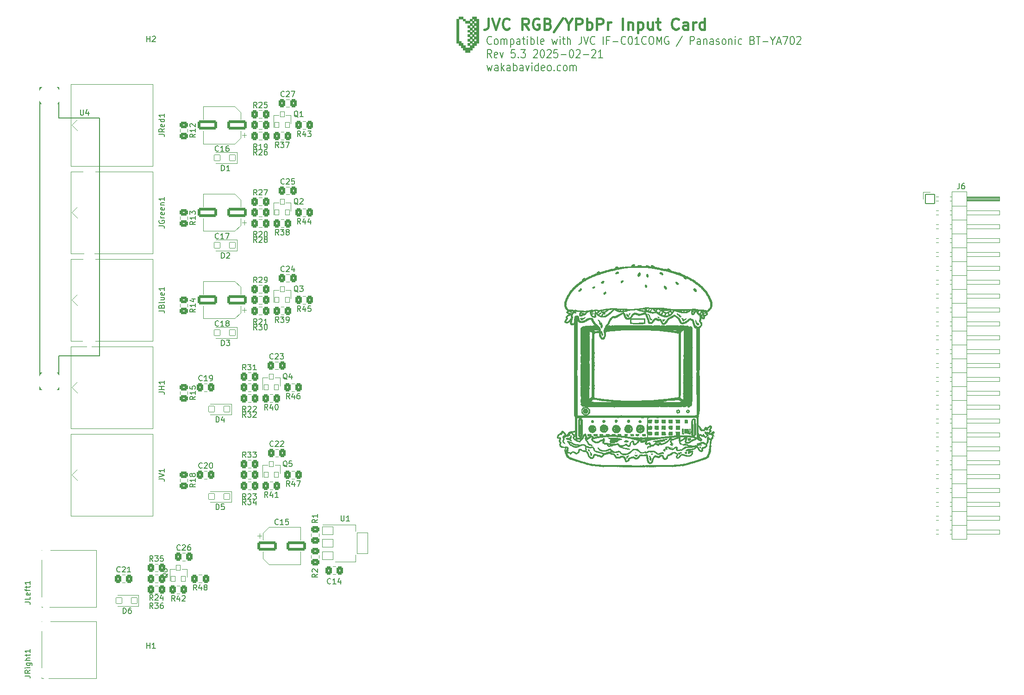
<source format=gbr>
%TF.GenerationSoftware,KiCad,Pcbnew,8.0.7*%
%TF.CreationDate,2025-02-21T11:32:41+13:00*%
%TF.ProjectId,JVCard,4a564361-7264-42e6-9b69-6361645f7063,rev?*%
%TF.SameCoordinates,Original*%
%TF.FileFunction,Legend,Top*%
%TF.FilePolarity,Positive*%
%FSLAX46Y46*%
G04 Gerber Fmt 4.6, Leading zero omitted, Abs format (unit mm)*
G04 Created by KiCad (PCBNEW 8.0.7) date 2025-02-21 11:32:41*
%MOMM*%
%LPD*%
G01*
G04 APERTURE LIST*
G04 Aperture macros list*
%AMRoundRect*
0 Rectangle with rounded corners*
0 $1 Rounding radius*
0 $2 $3 $4 $5 $6 $7 $8 $9 X,Y pos of 4 corners*
0 Add a 4 corners polygon primitive as box body*
4,1,4,$2,$3,$4,$5,$6,$7,$8,$9,$2,$3,0*
0 Add four circle primitives for the rounded corners*
1,1,$1+$1,$2,$3*
1,1,$1+$1,$4,$5*
1,1,$1+$1,$6,$7*
1,1,$1+$1,$8,$9*
0 Add four rect primitives between the rounded corners*
20,1,$1+$1,$2,$3,$4,$5,0*
20,1,$1+$1,$4,$5,$6,$7,0*
20,1,$1+$1,$6,$7,$8,$9,0*
20,1,$1+$1,$8,$9,$2,$3,0*%
G04 Aperture macros list end*
%ADD10C,0.400000*%
%ADD11C,0.200000*%
%ADD12C,0.150000*%
%ADD13C,0.120000*%
%ADD14C,0.010000*%
%ADD15C,2.200000*%
%ADD16O,2.602000X1.702000*%
%ADD17O,4.102000X3.602000*%
%ADD18C,4.102000*%
%ADD19C,2.302000*%
%ADD20RoundRect,0.051000X-1.000000X-0.750000X1.000000X-0.750000X1.000000X0.750000X-1.000000X0.750000X0*%
%ADD21RoundRect,0.051000X-1.000000X-1.900000X1.000000X-1.900000X1.000000X1.900000X-1.000000X1.900000X0*%
%ADD22RoundRect,0.272174X-0.478826X0.353826X-0.478826X-0.353826X0.478826X-0.353826X0.478826X0.353826X0*%
%ADD23RoundRect,0.051000X0.550000X0.550000X-0.550000X0.550000X-0.550000X-0.550000X0.550000X-0.550000X0*%
%ADD24RoundRect,0.272174X0.353826X0.478826X-0.353826X0.478826X-0.353826X-0.478826X0.353826X-0.478826X0*%
%ADD25RoundRect,0.272174X-0.353826X-0.478826X0.353826X-0.478826X0.353826X0.478826X-0.353826X0.478826X0*%
%ADD26RoundRect,0.051000X0.400000X-0.450000X0.400000X0.450000X-0.400000X0.450000X-0.400000X-0.450000X0*%
%ADD27O,1.802000X1.802000*%
%ADD28RoundRect,0.051000X-0.850000X-0.850000X0.850000X-0.850000X0.850000X0.850000X-0.850000X0.850000X0*%
%ADD29C,3.302000*%
%ADD30RoundRect,0.265938X1.535062X0.585062X-1.535062X0.585062X-1.535062X-0.585062X1.535062X-0.585062X0*%
%ADD31RoundRect,0.265938X-1.535062X-0.585062X1.535062X-0.585062X1.535062X0.585062X-1.535062X0.585062X0*%
%ADD32O,3.102000X3.102000*%
G04 APERTURE END LIST*
D10*
X-53276192Y63495562D02*
X-53276192Y62066991D01*
X-53276192Y62066991D02*
X-53371431Y61781277D01*
X-53371431Y61781277D02*
X-53561907Y61590800D01*
X-53561907Y61590800D02*
X-53847621Y61495562D01*
X-53847621Y61495562D02*
X-54038097Y61495562D01*
X-52609525Y63495562D02*
X-51942859Y61495562D01*
X-51942859Y61495562D02*
X-51276192Y63495562D01*
X-49466668Y61686039D02*
X-49561906Y61590800D01*
X-49561906Y61590800D02*
X-49847620Y61495562D01*
X-49847620Y61495562D02*
X-50038096Y61495562D01*
X-50038096Y61495562D02*
X-50323811Y61590800D01*
X-50323811Y61590800D02*
X-50514287Y61781277D01*
X-50514287Y61781277D02*
X-50609525Y61971753D01*
X-50609525Y61971753D02*
X-50704763Y62352705D01*
X-50704763Y62352705D02*
X-50704763Y62638420D01*
X-50704763Y62638420D02*
X-50609525Y63019372D01*
X-50609525Y63019372D02*
X-50514287Y63209848D01*
X-50514287Y63209848D02*
X-50323811Y63400324D01*
X-50323811Y63400324D02*
X-50038096Y63495562D01*
X-50038096Y63495562D02*
X-49847620Y63495562D01*
X-49847620Y63495562D02*
X-49561906Y63400324D01*
X-49561906Y63400324D02*
X-49466668Y63305086D01*
X-45942858Y61495562D02*
X-46609525Y62447943D01*
X-47085715Y61495562D02*
X-47085715Y63495562D01*
X-47085715Y63495562D02*
X-46323810Y63495562D01*
X-46323810Y63495562D02*
X-46133334Y63400324D01*
X-46133334Y63400324D02*
X-46038096Y63305086D01*
X-46038096Y63305086D02*
X-45942858Y63114610D01*
X-45942858Y63114610D02*
X-45942858Y62828896D01*
X-45942858Y62828896D02*
X-46038096Y62638420D01*
X-46038096Y62638420D02*
X-46133334Y62543181D01*
X-46133334Y62543181D02*
X-46323810Y62447943D01*
X-46323810Y62447943D02*
X-47085715Y62447943D01*
X-44038096Y63400324D02*
X-44228572Y63495562D01*
X-44228572Y63495562D02*
X-44514286Y63495562D01*
X-44514286Y63495562D02*
X-44800001Y63400324D01*
X-44800001Y63400324D02*
X-44990477Y63209848D01*
X-44990477Y63209848D02*
X-45085715Y63019372D01*
X-45085715Y63019372D02*
X-45180953Y62638420D01*
X-45180953Y62638420D02*
X-45180953Y62352705D01*
X-45180953Y62352705D02*
X-45085715Y61971753D01*
X-45085715Y61971753D02*
X-44990477Y61781277D01*
X-44990477Y61781277D02*
X-44800001Y61590800D01*
X-44800001Y61590800D02*
X-44514286Y61495562D01*
X-44514286Y61495562D02*
X-44323810Y61495562D01*
X-44323810Y61495562D02*
X-44038096Y61590800D01*
X-44038096Y61590800D02*
X-43942858Y61686039D01*
X-43942858Y61686039D02*
X-43942858Y62352705D01*
X-43942858Y62352705D02*
X-44323810Y62352705D01*
X-42419048Y62543181D02*
X-42133334Y62447943D01*
X-42133334Y62447943D02*
X-42038096Y62352705D01*
X-42038096Y62352705D02*
X-41942858Y62162229D01*
X-41942858Y62162229D02*
X-41942858Y61876515D01*
X-41942858Y61876515D02*
X-42038096Y61686039D01*
X-42038096Y61686039D02*
X-42133334Y61590800D01*
X-42133334Y61590800D02*
X-42323810Y61495562D01*
X-42323810Y61495562D02*
X-43085715Y61495562D01*
X-43085715Y61495562D02*
X-43085715Y63495562D01*
X-43085715Y63495562D02*
X-42419048Y63495562D01*
X-42419048Y63495562D02*
X-42228572Y63400324D01*
X-42228572Y63400324D02*
X-42133334Y63305086D01*
X-42133334Y63305086D02*
X-42038096Y63114610D01*
X-42038096Y63114610D02*
X-42038096Y62924134D01*
X-42038096Y62924134D02*
X-42133334Y62733658D01*
X-42133334Y62733658D02*
X-42228572Y62638420D01*
X-42228572Y62638420D02*
X-42419048Y62543181D01*
X-42419048Y62543181D02*
X-43085715Y62543181D01*
X-39657144Y63590800D02*
X-41371429Y61019372D01*
X-38609525Y62447943D02*
X-38609525Y61495562D01*
X-39276191Y63495562D02*
X-38609525Y62447943D01*
X-38609525Y62447943D02*
X-37942858Y63495562D01*
X-37276191Y61495562D02*
X-37276191Y63495562D01*
X-37276191Y63495562D02*
X-36514286Y63495562D01*
X-36514286Y63495562D02*
X-36323810Y63400324D01*
X-36323810Y63400324D02*
X-36228572Y63305086D01*
X-36228572Y63305086D02*
X-36133334Y63114610D01*
X-36133334Y63114610D02*
X-36133334Y62828896D01*
X-36133334Y62828896D02*
X-36228572Y62638420D01*
X-36228572Y62638420D02*
X-36323810Y62543181D01*
X-36323810Y62543181D02*
X-36514286Y62447943D01*
X-36514286Y62447943D02*
X-37276191Y62447943D01*
X-35276191Y61495562D02*
X-35276191Y63495562D01*
X-35276191Y62733658D02*
X-35085715Y62828896D01*
X-35085715Y62828896D02*
X-34704762Y62828896D01*
X-34704762Y62828896D02*
X-34514286Y62733658D01*
X-34514286Y62733658D02*
X-34419048Y62638420D01*
X-34419048Y62638420D02*
X-34323810Y62447943D01*
X-34323810Y62447943D02*
X-34323810Y61876515D01*
X-34323810Y61876515D02*
X-34419048Y61686039D01*
X-34419048Y61686039D02*
X-34514286Y61590800D01*
X-34514286Y61590800D02*
X-34704762Y61495562D01*
X-34704762Y61495562D02*
X-35085715Y61495562D01*
X-35085715Y61495562D02*
X-35276191Y61590800D01*
X-33466667Y61495562D02*
X-33466667Y63495562D01*
X-33466667Y63495562D02*
X-32704762Y63495562D01*
X-32704762Y63495562D02*
X-32514286Y63400324D01*
X-32514286Y63400324D02*
X-32419048Y63305086D01*
X-32419048Y63305086D02*
X-32323810Y63114610D01*
X-32323810Y63114610D02*
X-32323810Y62828896D01*
X-32323810Y62828896D02*
X-32419048Y62638420D01*
X-32419048Y62638420D02*
X-32514286Y62543181D01*
X-32514286Y62543181D02*
X-32704762Y62447943D01*
X-32704762Y62447943D02*
X-33466667Y62447943D01*
X-31466667Y61495562D02*
X-31466667Y62828896D01*
X-31466667Y62447943D02*
X-31371429Y62638420D01*
X-31371429Y62638420D02*
X-31276191Y62733658D01*
X-31276191Y62733658D02*
X-31085715Y62828896D01*
X-31085715Y62828896D02*
X-30895238Y62828896D01*
X-28704762Y61495562D02*
X-28704762Y63495562D01*
X-27752381Y62828896D02*
X-27752381Y61495562D01*
X-27752381Y62638420D02*
X-27657143Y62733658D01*
X-27657143Y62733658D02*
X-27466667Y62828896D01*
X-27466667Y62828896D02*
X-27180952Y62828896D01*
X-27180952Y62828896D02*
X-26990476Y62733658D01*
X-26990476Y62733658D02*
X-26895238Y62543181D01*
X-26895238Y62543181D02*
X-26895238Y61495562D01*
X-25942857Y62828896D02*
X-25942857Y60828896D01*
X-25942857Y62733658D02*
X-25752381Y62828896D01*
X-25752381Y62828896D02*
X-25371428Y62828896D01*
X-25371428Y62828896D02*
X-25180952Y62733658D01*
X-25180952Y62733658D02*
X-25085714Y62638420D01*
X-25085714Y62638420D02*
X-24990476Y62447943D01*
X-24990476Y62447943D02*
X-24990476Y61876515D01*
X-24990476Y61876515D02*
X-25085714Y61686039D01*
X-25085714Y61686039D02*
X-25180952Y61590800D01*
X-25180952Y61590800D02*
X-25371428Y61495562D01*
X-25371428Y61495562D02*
X-25752381Y61495562D01*
X-25752381Y61495562D02*
X-25942857Y61590800D01*
X-23276190Y62828896D02*
X-23276190Y61495562D01*
X-24133333Y62828896D02*
X-24133333Y61781277D01*
X-24133333Y61781277D02*
X-24038095Y61590800D01*
X-24038095Y61590800D02*
X-23847619Y61495562D01*
X-23847619Y61495562D02*
X-23561904Y61495562D01*
X-23561904Y61495562D02*
X-23371428Y61590800D01*
X-23371428Y61590800D02*
X-23276190Y61686039D01*
X-22609523Y62828896D02*
X-21847619Y62828896D01*
X-22323809Y63495562D02*
X-22323809Y61781277D01*
X-22323809Y61781277D02*
X-22228571Y61590800D01*
X-22228571Y61590800D02*
X-22038095Y61495562D01*
X-22038095Y61495562D02*
X-21847619Y61495562D01*
X-18514285Y61686039D02*
X-18609523Y61590800D01*
X-18609523Y61590800D02*
X-18895237Y61495562D01*
X-18895237Y61495562D02*
X-19085713Y61495562D01*
X-19085713Y61495562D02*
X-19371428Y61590800D01*
X-19371428Y61590800D02*
X-19561904Y61781277D01*
X-19561904Y61781277D02*
X-19657142Y61971753D01*
X-19657142Y61971753D02*
X-19752380Y62352705D01*
X-19752380Y62352705D02*
X-19752380Y62638420D01*
X-19752380Y62638420D02*
X-19657142Y63019372D01*
X-19657142Y63019372D02*
X-19561904Y63209848D01*
X-19561904Y63209848D02*
X-19371428Y63400324D01*
X-19371428Y63400324D02*
X-19085713Y63495562D01*
X-19085713Y63495562D02*
X-18895237Y63495562D01*
X-18895237Y63495562D02*
X-18609523Y63400324D01*
X-18609523Y63400324D02*
X-18514285Y63305086D01*
X-16799999Y61495562D02*
X-16799999Y62543181D01*
X-16799999Y62543181D02*
X-16895237Y62733658D01*
X-16895237Y62733658D02*
X-17085713Y62828896D01*
X-17085713Y62828896D02*
X-17466666Y62828896D01*
X-17466666Y62828896D02*
X-17657142Y62733658D01*
X-16799999Y61590800D02*
X-16990475Y61495562D01*
X-16990475Y61495562D02*
X-17466666Y61495562D01*
X-17466666Y61495562D02*
X-17657142Y61590800D01*
X-17657142Y61590800D02*
X-17752380Y61781277D01*
X-17752380Y61781277D02*
X-17752380Y61971753D01*
X-17752380Y61971753D02*
X-17657142Y62162229D01*
X-17657142Y62162229D02*
X-17466666Y62257467D01*
X-17466666Y62257467D02*
X-16990475Y62257467D01*
X-16990475Y62257467D02*
X-16799999Y62352705D01*
X-15847618Y61495562D02*
X-15847618Y62828896D01*
X-15847618Y62447943D02*
X-15752380Y62638420D01*
X-15752380Y62638420D02*
X-15657142Y62733658D01*
X-15657142Y62733658D02*
X-15466666Y62828896D01*
X-15466666Y62828896D02*
X-15276189Y62828896D01*
X-13752380Y61495562D02*
X-13752380Y63495562D01*
X-13752380Y61590800D02*
X-13942856Y61495562D01*
X-13942856Y61495562D02*
X-14323809Y61495562D01*
X-14323809Y61495562D02*
X-14514285Y61590800D01*
X-14514285Y61590800D02*
X-14609523Y61686039D01*
X-14609523Y61686039D02*
X-14704761Y61876515D01*
X-14704761Y61876515D02*
X-14704761Y62447943D01*
X-14704761Y62447943D02*
X-14609523Y62638420D01*
X-14609523Y62638420D02*
X-14514285Y62733658D01*
X-14514285Y62733658D02*
X-14323809Y62828896D01*
X-14323809Y62828896D02*
X-13942856Y62828896D01*
X-13942856Y62828896D02*
X-13752380Y62733658D01*
D11*
X-52716042Y58874245D02*
X-52777946Y58802816D01*
X-52777946Y58802816D02*
X-52963661Y58731388D01*
X-52963661Y58731388D02*
X-53087470Y58731388D01*
X-53087470Y58731388D02*
X-53273184Y58802816D01*
X-53273184Y58802816D02*
X-53396994Y58945674D01*
X-53396994Y58945674D02*
X-53458899Y59088531D01*
X-53458899Y59088531D02*
X-53520803Y59374245D01*
X-53520803Y59374245D02*
X-53520803Y59588531D01*
X-53520803Y59588531D02*
X-53458899Y59874245D01*
X-53458899Y59874245D02*
X-53396994Y60017102D01*
X-53396994Y60017102D02*
X-53273184Y60159959D01*
X-53273184Y60159959D02*
X-53087470Y60231388D01*
X-53087470Y60231388D02*
X-52963661Y60231388D01*
X-52963661Y60231388D02*
X-52777946Y60159959D01*
X-52777946Y60159959D02*
X-52716042Y60088531D01*
X-51973184Y58731388D02*
X-52096994Y58802816D01*
X-52096994Y58802816D02*
X-52158899Y58874245D01*
X-52158899Y58874245D02*
X-52220803Y59017102D01*
X-52220803Y59017102D02*
X-52220803Y59445674D01*
X-52220803Y59445674D02*
X-52158899Y59588531D01*
X-52158899Y59588531D02*
X-52096994Y59659959D01*
X-52096994Y59659959D02*
X-51973184Y59731388D01*
X-51973184Y59731388D02*
X-51787470Y59731388D01*
X-51787470Y59731388D02*
X-51663661Y59659959D01*
X-51663661Y59659959D02*
X-51601756Y59588531D01*
X-51601756Y59588531D02*
X-51539851Y59445674D01*
X-51539851Y59445674D02*
X-51539851Y59017102D01*
X-51539851Y59017102D02*
X-51601756Y58874245D01*
X-51601756Y58874245D02*
X-51663661Y58802816D01*
X-51663661Y58802816D02*
X-51787470Y58731388D01*
X-51787470Y58731388D02*
X-51973184Y58731388D01*
X-50982709Y58731388D02*
X-50982709Y59731388D01*
X-50982709Y59588531D02*
X-50920804Y59659959D01*
X-50920804Y59659959D02*
X-50796994Y59731388D01*
X-50796994Y59731388D02*
X-50611280Y59731388D01*
X-50611280Y59731388D02*
X-50487471Y59659959D01*
X-50487471Y59659959D02*
X-50425566Y59517102D01*
X-50425566Y59517102D02*
X-50425566Y58731388D01*
X-50425566Y59517102D02*
X-50363661Y59659959D01*
X-50363661Y59659959D02*
X-50239852Y59731388D01*
X-50239852Y59731388D02*
X-50054137Y59731388D01*
X-50054137Y59731388D02*
X-49930328Y59659959D01*
X-49930328Y59659959D02*
X-49868423Y59517102D01*
X-49868423Y59517102D02*
X-49868423Y58731388D01*
X-49249376Y59731388D02*
X-49249376Y58231388D01*
X-49249376Y59659959D02*
X-49125566Y59731388D01*
X-49125566Y59731388D02*
X-48877947Y59731388D01*
X-48877947Y59731388D02*
X-48754138Y59659959D01*
X-48754138Y59659959D02*
X-48692233Y59588531D01*
X-48692233Y59588531D02*
X-48630328Y59445674D01*
X-48630328Y59445674D02*
X-48630328Y59017102D01*
X-48630328Y59017102D02*
X-48692233Y58874245D01*
X-48692233Y58874245D02*
X-48754138Y58802816D01*
X-48754138Y58802816D02*
X-48877947Y58731388D01*
X-48877947Y58731388D02*
X-49125566Y58731388D01*
X-49125566Y58731388D02*
X-49249376Y58802816D01*
X-47516043Y58731388D02*
X-47516043Y59517102D01*
X-47516043Y59517102D02*
X-47577948Y59659959D01*
X-47577948Y59659959D02*
X-47701757Y59731388D01*
X-47701757Y59731388D02*
X-47949376Y59731388D01*
X-47949376Y59731388D02*
X-48073186Y59659959D01*
X-47516043Y58802816D02*
X-47639852Y58731388D01*
X-47639852Y58731388D02*
X-47949376Y58731388D01*
X-47949376Y58731388D02*
X-48073186Y58802816D01*
X-48073186Y58802816D02*
X-48135090Y58945674D01*
X-48135090Y58945674D02*
X-48135090Y59088531D01*
X-48135090Y59088531D02*
X-48073186Y59231388D01*
X-48073186Y59231388D02*
X-47949376Y59302816D01*
X-47949376Y59302816D02*
X-47639852Y59302816D01*
X-47639852Y59302816D02*
X-47516043Y59374245D01*
X-47082710Y59731388D02*
X-46587472Y59731388D01*
X-46896996Y60231388D02*
X-46896996Y58945674D01*
X-46896996Y58945674D02*
X-46835091Y58802816D01*
X-46835091Y58802816D02*
X-46711281Y58731388D01*
X-46711281Y58731388D02*
X-46587472Y58731388D01*
X-46154139Y58731388D02*
X-46154139Y59731388D01*
X-46154139Y60231388D02*
X-46216043Y60159959D01*
X-46216043Y60159959D02*
X-46154139Y60088531D01*
X-46154139Y60088531D02*
X-46092234Y60159959D01*
X-46092234Y60159959D02*
X-46154139Y60231388D01*
X-46154139Y60231388D02*
X-46154139Y60088531D01*
X-45535091Y58731388D02*
X-45535091Y60231388D01*
X-45535091Y59659959D02*
X-45411281Y59731388D01*
X-45411281Y59731388D02*
X-45163662Y59731388D01*
X-45163662Y59731388D02*
X-45039853Y59659959D01*
X-45039853Y59659959D02*
X-44977948Y59588531D01*
X-44977948Y59588531D02*
X-44916043Y59445674D01*
X-44916043Y59445674D02*
X-44916043Y59017102D01*
X-44916043Y59017102D02*
X-44977948Y58874245D01*
X-44977948Y58874245D02*
X-45039853Y58802816D01*
X-45039853Y58802816D02*
X-45163662Y58731388D01*
X-45163662Y58731388D02*
X-45411281Y58731388D01*
X-45411281Y58731388D02*
X-45535091Y58802816D01*
X-44173186Y58731388D02*
X-44296996Y58802816D01*
X-44296996Y58802816D02*
X-44358901Y58945674D01*
X-44358901Y58945674D02*
X-44358901Y60231388D01*
X-43182711Y58802816D02*
X-43306520Y58731388D01*
X-43306520Y58731388D02*
X-43554139Y58731388D01*
X-43554139Y58731388D02*
X-43677949Y58802816D01*
X-43677949Y58802816D02*
X-43739853Y58945674D01*
X-43739853Y58945674D02*
X-43739853Y59517102D01*
X-43739853Y59517102D02*
X-43677949Y59659959D01*
X-43677949Y59659959D02*
X-43554139Y59731388D01*
X-43554139Y59731388D02*
X-43306520Y59731388D01*
X-43306520Y59731388D02*
X-43182711Y59659959D01*
X-43182711Y59659959D02*
X-43120806Y59517102D01*
X-43120806Y59517102D02*
X-43120806Y59374245D01*
X-43120806Y59374245D02*
X-43739853Y59231388D01*
X-41696996Y59731388D02*
X-41449377Y58731388D01*
X-41449377Y58731388D02*
X-41201758Y59445674D01*
X-41201758Y59445674D02*
X-40954139Y58731388D01*
X-40954139Y58731388D02*
X-40706520Y59731388D01*
X-40211282Y58731388D02*
X-40211282Y59731388D01*
X-40211282Y60231388D02*
X-40273186Y60159959D01*
X-40273186Y60159959D02*
X-40211282Y60088531D01*
X-40211282Y60088531D02*
X-40149377Y60159959D01*
X-40149377Y60159959D02*
X-40211282Y60231388D01*
X-40211282Y60231388D02*
X-40211282Y60088531D01*
X-39777948Y59731388D02*
X-39282710Y59731388D01*
X-39592234Y60231388D02*
X-39592234Y58945674D01*
X-39592234Y58945674D02*
X-39530329Y58802816D01*
X-39530329Y58802816D02*
X-39406519Y58731388D01*
X-39406519Y58731388D02*
X-39282710Y58731388D01*
X-38849377Y58731388D02*
X-38849377Y60231388D01*
X-38292234Y58731388D02*
X-38292234Y59517102D01*
X-38292234Y59517102D02*
X-38354139Y59659959D01*
X-38354139Y59659959D02*
X-38477948Y59731388D01*
X-38477948Y59731388D02*
X-38663662Y59731388D01*
X-38663662Y59731388D02*
X-38787472Y59659959D01*
X-38787472Y59659959D02*
X-38849377Y59588531D01*
X-36311282Y60231388D02*
X-36311282Y59159959D01*
X-36311282Y59159959D02*
X-36373187Y58945674D01*
X-36373187Y58945674D02*
X-36496996Y58802816D01*
X-36496996Y58802816D02*
X-36682711Y58731388D01*
X-36682711Y58731388D02*
X-36806520Y58731388D01*
X-35877949Y60231388D02*
X-35444616Y58731388D01*
X-35444616Y58731388D02*
X-35011282Y60231388D01*
X-33835092Y58874245D02*
X-33896996Y58802816D01*
X-33896996Y58802816D02*
X-34082711Y58731388D01*
X-34082711Y58731388D02*
X-34206520Y58731388D01*
X-34206520Y58731388D02*
X-34392234Y58802816D01*
X-34392234Y58802816D02*
X-34516044Y58945674D01*
X-34516044Y58945674D02*
X-34577949Y59088531D01*
X-34577949Y59088531D02*
X-34639853Y59374245D01*
X-34639853Y59374245D02*
X-34639853Y59588531D01*
X-34639853Y59588531D02*
X-34577949Y59874245D01*
X-34577949Y59874245D02*
X-34516044Y60017102D01*
X-34516044Y60017102D02*
X-34392234Y60159959D01*
X-34392234Y60159959D02*
X-34206520Y60231388D01*
X-34206520Y60231388D02*
X-34082711Y60231388D01*
X-34082711Y60231388D02*
X-33896996Y60159959D01*
X-33896996Y60159959D02*
X-33835092Y60088531D01*
X-32287473Y58731388D02*
X-32287473Y60231388D01*
X-31235091Y59517102D02*
X-31668425Y59517102D01*
X-31668425Y58731388D02*
X-31668425Y60231388D01*
X-31668425Y60231388D02*
X-31049377Y60231388D01*
X-30554139Y59302816D02*
X-29563662Y59302816D01*
X-28201758Y58874245D02*
X-28263662Y58802816D01*
X-28263662Y58802816D02*
X-28449377Y58731388D01*
X-28449377Y58731388D02*
X-28573186Y58731388D01*
X-28573186Y58731388D02*
X-28758900Y58802816D01*
X-28758900Y58802816D02*
X-28882710Y58945674D01*
X-28882710Y58945674D02*
X-28944615Y59088531D01*
X-28944615Y59088531D02*
X-29006519Y59374245D01*
X-29006519Y59374245D02*
X-29006519Y59588531D01*
X-29006519Y59588531D02*
X-28944615Y59874245D01*
X-28944615Y59874245D02*
X-28882710Y60017102D01*
X-28882710Y60017102D02*
X-28758900Y60159959D01*
X-28758900Y60159959D02*
X-28573186Y60231388D01*
X-28573186Y60231388D02*
X-28449377Y60231388D01*
X-28449377Y60231388D02*
X-28263662Y60159959D01*
X-28263662Y60159959D02*
X-28201758Y60088531D01*
X-27396996Y60231388D02*
X-27273186Y60231388D01*
X-27273186Y60231388D02*
X-27149377Y60159959D01*
X-27149377Y60159959D02*
X-27087472Y60088531D01*
X-27087472Y60088531D02*
X-27025567Y59945674D01*
X-27025567Y59945674D02*
X-26963662Y59659959D01*
X-26963662Y59659959D02*
X-26963662Y59302816D01*
X-26963662Y59302816D02*
X-27025567Y59017102D01*
X-27025567Y59017102D02*
X-27087472Y58874245D01*
X-27087472Y58874245D02*
X-27149377Y58802816D01*
X-27149377Y58802816D02*
X-27273186Y58731388D01*
X-27273186Y58731388D02*
X-27396996Y58731388D01*
X-27396996Y58731388D02*
X-27520805Y58802816D01*
X-27520805Y58802816D02*
X-27582710Y58874245D01*
X-27582710Y58874245D02*
X-27644615Y59017102D01*
X-27644615Y59017102D02*
X-27706519Y59302816D01*
X-27706519Y59302816D02*
X-27706519Y59659959D01*
X-27706519Y59659959D02*
X-27644615Y59945674D01*
X-27644615Y59945674D02*
X-27582710Y60088531D01*
X-27582710Y60088531D02*
X-27520805Y60159959D01*
X-27520805Y60159959D02*
X-27396996Y60231388D01*
X-25725567Y58731388D02*
X-26468424Y58731388D01*
X-26096996Y58731388D02*
X-26096996Y60231388D01*
X-26096996Y60231388D02*
X-26220805Y60017102D01*
X-26220805Y60017102D02*
X-26344615Y59874245D01*
X-26344615Y59874245D02*
X-26468424Y59802816D01*
X-24425568Y58874245D02*
X-24487472Y58802816D01*
X-24487472Y58802816D02*
X-24673187Y58731388D01*
X-24673187Y58731388D02*
X-24796996Y58731388D01*
X-24796996Y58731388D02*
X-24982710Y58802816D01*
X-24982710Y58802816D02*
X-25106520Y58945674D01*
X-25106520Y58945674D02*
X-25168425Y59088531D01*
X-25168425Y59088531D02*
X-25230329Y59374245D01*
X-25230329Y59374245D02*
X-25230329Y59588531D01*
X-25230329Y59588531D02*
X-25168425Y59874245D01*
X-25168425Y59874245D02*
X-25106520Y60017102D01*
X-25106520Y60017102D02*
X-24982710Y60159959D01*
X-24982710Y60159959D02*
X-24796996Y60231388D01*
X-24796996Y60231388D02*
X-24673187Y60231388D01*
X-24673187Y60231388D02*
X-24487472Y60159959D01*
X-24487472Y60159959D02*
X-24425568Y60088531D01*
X-23620806Y60231388D02*
X-23373187Y60231388D01*
X-23373187Y60231388D02*
X-23249377Y60159959D01*
X-23249377Y60159959D02*
X-23125568Y60017102D01*
X-23125568Y60017102D02*
X-23063663Y59731388D01*
X-23063663Y59731388D02*
X-23063663Y59231388D01*
X-23063663Y59231388D02*
X-23125568Y58945674D01*
X-23125568Y58945674D02*
X-23249377Y58802816D01*
X-23249377Y58802816D02*
X-23373187Y58731388D01*
X-23373187Y58731388D02*
X-23620806Y58731388D01*
X-23620806Y58731388D02*
X-23744615Y58802816D01*
X-23744615Y58802816D02*
X-23868425Y58945674D01*
X-23868425Y58945674D02*
X-23930329Y59231388D01*
X-23930329Y59231388D02*
X-23930329Y59731388D01*
X-23930329Y59731388D02*
X-23868425Y60017102D01*
X-23868425Y60017102D02*
X-23744615Y60159959D01*
X-23744615Y60159959D02*
X-23620806Y60231388D01*
X-22506520Y58731388D02*
X-22506520Y60231388D01*
X-22506520Y60231388D02*
X-22073186Y59159959D01*
X-22073186Y59159959D02*
X-21639853Y60231388D01*
X-21639853Y60231388D02*
X-21639853Y58731388D01*
X-20339853Y60159959D02*
X-20463663Y60231388D01*
X-20463663Y60231388D02*
X-20649377Y60231388D01*
X-20649377Y60231388D02*
X-20835091Y60159959D01*
X-20835091Y60159959D02*
X-20958901Y60017102D01*
X-20958901Y60017102D02*
X-21020806Y59874245D01*
X-21020806Y59874245D02*
X-21082710Y59588531D01*
X-21082710Y59588531D02*
X-21082710Y59374245D01*
X-21082710Y59374245D02*
X-21020806Y59088531D01*
X-21020806Y59088531D02*
X-20958901Y58945674D01*
X-20958901Y58945674D02*
X-20835091Y58802816D01*
X-20835091Y58802816D02*
X-20649377Y58731388D01*
X-20649377Y58731388D02*
X-20525568Y58731388D01*
X-20525568Y58731388D02*
X-20339853Y58802816D01*
X-20339853Y58802816D02*
X-20277949Y58874245D01*
X-20277949Y58874245D02*
X-20277949Y59374245D01*
X-20277949Y59374245D02*
X-20525568Y59374245D01*
X-17801758Y60302816D02*
X-18916044Y58374245D01*
X-16377949Y58731388D02*
X-16377949Y60231388D01*
X-16377949Y60231388D02*
X-15882711Y60231388D01*
X-15882711Y60231388D02*
X-15758901Y60159959D01*
X-15758901Y60159959D02*
X-15696996Y60088531D01*
X-15696996Y60088531D02*
X-15635092Y59945674D01*
X-15635092Y59945674D02*
X-15635092Y59731388D01*
X-15635092Y59731388D02*
X-15696996Y59588531D01*
X-15696996Y59588531D02*
X-15758901Y59517102D01*
X-15758901Y59517102D02*
X-15882711Y59445674D01*
X-15882711Y59445674D02*
X-16377949Y59445674D01*
X-14520806Y58731388D02*
X-14520806Y59517102D01*
X-14520806Y59517102D02*
X-14582711Y59659959D01*
X-14582711Y59659959D02*
X-14706520Y59731388D01*
X-14706520Y59731388D02*
X-14954139Y59731388D01*
X-14954139Y59731388D02*
X-15077949Y59659959D01*
X-14520806Y58802816D02*
X-14644615Y58731388D01*
X-14644615Y58731388D02*
X-14954139Y58731388D01*
X-14954139Y58731388D02*
X-15077949Y58802816D01*
X-15077949Y58802816D02*
X-15139853Y58945674D01*
X-15139853Y58945674D02*
X-15139853Y59088531D01*
X-15139853Y59088531D02*
X-15077949Y59231388D01*
X-15077949Y59231388D02*
X-14954139Y59302816D01*
X-14954139Y59302816D02*
X-14644615Y59302816D01*
X-14644615Y59302816D02*
X-14520806Y59374245D01*
X-13901759Y59731388D02*
X-13901759Y58731388D01*
X-13901759Y59588531D02*
X-13839854Y59659959D01*
X-13839854Y59659959D02*
X-13716044Y59731388D01*
X-13716044Y59731388D02*
X-13530330Y59731388D01*
X-13530330Y59731388D02*
X-13406521Y59659959D01*
X-13406521Y59659959D02*
X-13344616Y59517102D01*
X-13344616Y59517102D02*
X-13344616Y58731388D01*
X-12168426Y58731388D02*
X-12168426Y59517102D01*
X-12168426Y59517102D02*
X-12230331Y59659959D01*
X-12230331Y59659959D02*
X-12354140Y59731388D01*
X-12354140Y59731388D02*
X-12601759Y59731388D01*
X-12601759Y59731388D02*
X-12725569Y59659959D01*
X-12168426Y58802816D02*
X-12292235Y58731388D01*
X-12292235Y58731388D02*
X-12601759Y58731388D01*
X-12601759Y58731388D02*
X-12725569Y58802816D01*
X-12725569Y58802816D02*
X-12787473Y58945674D01*
X-12787473Y58945674D02*
X-12787473Y59088531D01*
X-12787473Y59088531D02*
X-12725569Y59231388D01*
X-12725569Y59231388D02*
X-12601759Y59302816D01*
X-12601759Y59302816D02*
X-12292235Y59302816D01*
X-12292235Y59302816D02*
X-12168426Y59374245D01*
X-11611283Y58802816D02*
X-11487474Y58731388D01*
X-11487474Y58731388D02*
X-11239855Y58731388D01*
X-11239855Y58731388D02*
X-11116045Y58802816D01*
X-11116045Y58802816D02*
X-11054141Y58945674D01*
X-11054141Y58945674D02*
X-11054141Y59017102D01*
X-11054141Y59017102D02*
X-11116045Y59159959D01*
X-11116045Y59159959D02*
X-11239855Y59231388D01*
X-11239855Y59231388D02*
X-11425569Y59231388D01*
X-11425569Y59231388D02*
X-11549379Y59302816D01*
X-11549379Y59302816D02*
X-11611283Y59445674D01*
X-11611283Y59445674D02*
X-11611283Y59517102D01*
X-11611283Y59517102D02*
X-11549379Y59659959D01*
X-11549379Y59659959D02*
X-11425569Y59731388D01*
X-11425569Y59731388D02*
X-11239855Y59731388D01*
X-11239855Y59731388D02*
X-11116045Y59659959D01*
X-10311283Y58731388D02*
X-10435093Y58802816D01*
X-10435093Y58802816D02*
X-10496998Y58874245D01*
X-10496998Y58874245D02*
X-10558902Y59017102D01*
X-10558902Y59017102D02*
X-10558902Y59445674D01*
X-10558902Y59445674D02*
X-10496998Y59588531D01*
X-10496998Y59588531D02*
X-10435093Y59659959D01*
X-10435093Y59659959D02*
X-10311283Y59731388D01*
X-10311283Y59731388D02*
X-10125569Y59731388D01*
X-10125569Y59731388D02*
X-10001760Y59659959D01*
X-10001760Y59659959D02*
X-9939855Y59588531D01*
X-9939855Y59588531D02*
X-9877950Y59445674D01*
X-9877950Y59445674D02*
X-9877950Y59017102D01*
X-9877950Y59017102D02*
X-9939855Y58874245D01*
X-9939855Y58874245D02*
X-10001760Y58802816D01*
X-10001760Y58802816D02*
X-10125569Y58731388D01*
X-10125569Y58731388D02*
X-10311283Y58731388D01*
X-9320808Y59731388D02*
X-9320808Y58731388D01*
X-9320808Y59588531D02*
X-9258903Y59659959D01*
X-9258903Y59659959D02*
X-9135093Y59731388D01*
X-9135093Y59731388D02*
X-8949379Y59731388D01*
X-8949379Y59731388D02*
X-8825570Y59659959D01*
X-8825570Y59659959D02*
X-8763665Y59517102D01*
X-8763665Y59517102D02*
X-8763665Y58731388D01*
X-8144618Y58731388D02*
X-8144618Y59731388D01*
X-8144618Y60231388D02*
X-8206522Y60159959D01*
X-8206522Y60159959D02*
X-8144618Y60088531D01*
X-8144618Y60088531D02*
X-8082713Y60159959D01*
X-8082713Y60159959D02*
X-8144618Y60231388D01*
X-8144618Y60231388D02*
X-8144618Y60088531D01*
X-6968427Y58802816D02*
X-7092236Y58731388D01*
X-7092236Y58731388D02*
X-7339855Y58731388D01*
X-7339855Y58731388D02*
X-7463665Y58802816D01*
X-7463665Y58802816D02*
X-7525570Y58874245D01*
X-7525570Y58874245D02*
X-7587474Y59017102D01*
X-7587474Y59017102D02*
X-7587474Y59445674D01*
X-7587474Y59445674D02*
X-7525570Y59588531D01*
X-7525570Y59588531D02*
X-7463665Y59659959D01*
X-7463665Y59659959D02*
X-7339855Y59731388D01*
X-7339855Y59731388D02*
X-7092236Y59731388D01*
X-7092236Y59731388D02*
X-6968427Y59659959D01*
X-4987474Y59517102D02*
X-4801760Y59445674D01*
X-4801760Y59445674D02*
X-4739855Y59374245D01*
X-4739855Y59374245D02*
X-4677951Y59231388D01*
X-4677951Y59231388D02*
X-4677951Y59017102D01*
X-4677951Y59017102D02*
X-4739855Y58874245D01*
X-4739855Y58874245D02*
X-4801760Y58802816D01*
X-4801760Y58802816D02*
X-4925570Y58731388D01*
X-4925570Y58731388D02*
X-5420808Y58731388D01*
X-5420808Y58731388D02*
X-5420808Y60231388D01*
X-5420808Y60231388D02*
X-4987474Y60231388D01*
X-4987474Y60231388D02*
X-4863665Y60159959D01*
X-4863665Y60159959D02*
X-4801760Y60088531D01*
X-4801760Y60088531D02*
X-4739855Y59945674D01*
X-4739855Y59945674D02*
X-4739855Y59802816D01*
X-4739855Y59802816D02*
X-4801760Y59659959D01*
X-4801760Y59659959D02*
X-4863665Y59588531D01*
X-4863665Y59588531D02*
X-4987474Y59517102D01*
X-4987474Y59517102D02*
X-5420808Y59517102D01*
X-4306522Y60231388D02*
X-3563665Y60231388D01*
X-3935093Y58731388D02*
X-3935093Y60231388D01*
X-3130332Y59302816D02*
X-2139855Y59302816D01*
X-1273189Y59445674D02*
X-1273189Y58731388D01*
X-1706522Y60231388D02*
X-1273189Y59445674D01*
X-1273189Y59445674D02*
X-839855Y60231388D01*
X-468426Y59159959D02*
X150621Y59159959D01*
X-592236Y58731388D02*
X-158903Y60231388D01*
X-158903Y60231388D02*
X274431Y58731388D01*
X583955Y60231388D02*
X1450621Y60231388D01*
X1450621Y60231388D02*
X893479Y58731388D01*
X2193478Y60231388D02*
X2317288Y60231388D01*
X2317288Y60231388D02*
X2441097Y60159959D01*
X2441097Y60159959D02*
X2503002Y60088531D01*
X2503002Y60088531D02*
X2564907Y59945674D01*
X2564907Y59945674D02*
X2626812Y59659959D01*
X2626812Y59659959D02*
X2626812Y59302816D01*
X2626812Y59302816D02*
X2564907Y59017102D01*
X2564907Y59017102D02*
X2503002Y58874245D01*
X2503002Y58874245D02*
X2441097Y58802816D01*
X2441097Y58802816D02*
X2317288Y58731388D01*
X2317288Y58731388D02*
X2193478Y58731388D01*
X2193478Y58731388D02*
X2069669Y58802816D01*
X2069669Y58802816D02*
X2007764Y58874245D01*
X2007764Y58874245D02*
X1945859Y59017102D01*
X1945859Y59017102D02*
X1883955Y59302816D01*
X1883955Y59302816D02*
X1883955Y59659959D01*
X1883955Y59659959D02*
X1945859Y59945674D01*
X1945859Y59945674D02*
X2007764Y60088531D01*
X2007764Y60088531D02*
X2069669Y60159959D01*
X2069669Y60159959D02*
X2193478Y60231388D01*
X3122050Y60088531D02*
X3183954Y60159959D01*
X3183954Y60159959D02*
X3307764Y60231388D01*
X3307764Y60231388D02*
X3617288Y60231388D01*
X3617288Y60231388D02*
X3741097Y60159959D01*
X3741097Y60159959D02*
X3803002Y60088531D01*
X3803002Y60088531D02*
X3864907Y59945674D01*
X3864907Y59945674D02*
X3864907Y59802816D01*
X3864907Y59802816D02*
X3803002Y59588531D01*
X3803002Y59588531D02*
X3060145Y58731388D01*
X3060145Y58731388D02*
X3864907Y58731388D01*
X-52716042Y56316472D02*
X-53149375Y57030758D01*
X-53458899Y56316472D02*
X-53458899Y57816472D01*
X-53458899Y57816472D02*
X-52963661Y57816472D01*
X-52963661Y57816472D02*
X-52839851Y57745043D01*
X-52839851Y57745043D02*
X-52777946Y57673615D01*
X-52777946Y57673615D02*
X-52716042Y57530758D01*
X-52716042Y57530758D02*
X-52716042Y57316472D01*
X-52716042Y57316472D02*
X-52777946Y57173615D01*
X-52777946Y57173615D02*
X-52839851Y57102186D01*
X-52839851Y57102186D02*
X-52963661Y57030758D01*
X-52963661Y57030758D02*
X-53458899Y57030758D01*
X-51663661Y56387900D02*
X-51787470Y56316472D01*
X-51787470Y56316472D02*
X-52035089Y56316472D01*
X-52035089Y56316472D02*
X-52158899Y56387900D01*
X-52158899Y56387900D02*
X-52220803Y56530758D01*
X-52220803Y56530758D02*
X-52220803Y57102186D01*
X-52220803Y57102186D02*
X-52158899Y57245043D01*
X-52158899Y57245043D02*
X-52035089Y57316472D01*
X-52035089Y57316472D02*
X-51787470Y57316472D01*
X-51787470Y57316472D02*
X-51663661Y57245043D01*
X-51663661Y57245043D02*
X-51601756Y57102186D01*
X-51601756Y57102186D02*
X-51601756Y56959329D01*
X-51601756Y56959329D02*
X-52220803Y56816472D01*
X-51168422Y57316472D02*
X-50858898Y56316472D01*
X-50858898Y56316472D02*
X-50549375Y57316472D01*
X-48444613Y57816472D02*
X-49063661Y57816472D01*
X-49063661Y57816472D02*
X-49125565Y57102186D01*
X-49125565Y57102186D02*
X-49063661Y57173615D01*
X-49063661Y57173615D02*
X-48939851Y57245043D01*
X-48939851Y57245043D02*
X-48630327Y57245043D01*
X-48630327Y57245043D02*
X-48506518Y57173615D01*
X-48506518Y57173615D02*
X-48444613Y57102186D01*
X-48444613Y57102186D02*
X-48382708Y56959329D01*
X-48382708Y56959329D02*
X-48382708Y56602186D01*
X-48382708Y56602186D02*
X-48444613Y56459329D01*
X-48444613Y56459329D02*
X-48506518Y56387900D01*
X-48506518Y56387900D02*
X-48630327Y56316472D01*
X-48630327Y56316472D02*
X-48939851Y56316472D01*
X-48939851Y56316472D02*
X-49063661Y56387900D01*
X-49063661Y56387900D02*
X-49125565Y56459329D01*
X-47825566Y56459329D02*
X-47763661Y56387900D01*
X-47763661Y56387900D02*
X-47825566Y56316472D01*
X-47825566Y56316472D02*
X-47887470Y56387900D01*
X-47887470Y56387900D02*
X-47825566Y56459329D01*
X-47825566Y56459329D02*
X-47825566Y56316472D01*
X-47330327Y57816472D02*
X-46525565Y57816472D01*
X-46525565Y57816472D02*
X-46958899Y57245043D01*
X-46958899Y57245043D02*
X-46773184Y57245043D01*
X-46773184Y57245043D02*
X-46649375Y57173615D01*
X-46649375Y57173615D02*
X-46587470Y57102186D01*
X-46587470Y57102186D02*
X-46525565Y56959329D01*
X-46525565Y56959329D02*
X-46525565Y56602186D01*
X-46525565Y56602186D02*
X-46587470Y56459329D01*
X-46587470Y56459329D02*
X-46649375Y56387900D01*
X-46649375Y56387900D02*
X-46773184Y56316472D01*
X-46773184Y56316472D02*
X-47144613Y56316472D01*
X-47144613Y56316472D02*
X-47268422Y56387900D01*
X-47268422Y56387900D02*
X-47330327Y56459329D01*
X-45039851Y57673615D02*
X-44977947Y57745043D01*
X-44977947Y57745043D02*
X-44854137Y57816472D01*
X-44854137Y57816472D02*
X-44544613Y57816472D01*
X-44544613Y57816472D02*
X-44420804Y57745043D01*
X-44420804Y57745043D02*
X-44358899Y57673615D01*
X-44358899Y57673615D02*
X-44296994Y57530758D01*
X-44296994Y57530758D02*
X-44296994Y57387900D01*
X-44296994Y57387900D02*
X-44358899Y57173615D01*
X-44358899Y57173615D02*
X-45101756Y56316472D01*
X-45101756Y56316472D02*
X-44296994Y56316472D01*
X-43492233Y57816472D02*
X-43368423Y57816472D01*
X-43368423Y57816472D02*
X-43244614Y57745043D01*
X-43244614Y57745043D02*
X-43182709Y57673615D01*
X-43182709Y57673615D02*
X-43120804Y57530758D01*
X-43120804Y57530758D02*
X-43058899Y57245043D01*
X-43058899Y57245043D02*
X-43058899Y56887900D01*
X-43058899Y56887900D02*
X-43120804Y56602186D01*
X-43120804Y56602186D02*
X-43182709Y56459329D01*
X-43182709Y56459329D02*
X-43244614Y56387900D01*
X-43244614Y56387900D02*
X-43368423Y56316472D01*
X-43368423Y56316472D02*
X-43492233Y56316472D01*
X-43492233Y56316472D02*
X-43616042Y56387900D01*
X-43616042Y56387900D02*
X-43677947Y56459329D01*
X-43677947Y56459329D02*
X-43739852Y56602186D01*
X-43739852Y56602186D02*
X-43801756Y56887900D01*
X-43801756Y56887900D02*
X-43801756Y57245043D01*
X-43801756Y57245043D02*
X-43739852Y57530758D01*
X-43739852Y57530758D02*
X-43677947Y57673615D01*
X-43677947Y57673615D02*
X-43616042Y57745043D01*
X-43616042Y57745043D02*
X-43492233Y57816472D01*
X-42563661Y57673615D02*
X-42501757Y57745043D01*
X-42501757Y57745043D02*
X-42377947Y57816472D01*
X-42377947Y57816472D02*
X-42068423Y57816472D01*
X-42068423Y57816472D02*
X-41944614Y57745043D01*
X-41944614Y57745043D02*
X-41882709Y57673615D01*
X-41882709Y57673615D02*
X-41820804Y57530758D01*
X-41820804Y57530758D02*
X-41820804Y57387900D01*
X-41820804Y57387900D02*
X-41882709Y57173615D01*
X-41882709Y57173615D02*
X-42625566Y56316472D01*
X-42625566Y56316472D02*
X-41820804Y56316472D01*
X-40644614Y57816472D02*
X-41263662Y57816472D01*
X-41263662Y57816472D02*
X-41325566Y57102186D01*
X-41325566Y57102186D02*
X-41263662Y57173615D01*
X-41263662Y57173615D02*
X-41139852Y57245043D01*
X-41139852Y57245043D02*
X-40830328Y57245043D01*
X-40830328Y57245043D02*
X-40706519Y57173615D01*
X-40706519Y57173615D02*
X-40644614Y57102186D01*
X-40644614Y57102186D02*
X-40582709Y56959329D01*
X-40582709Y56959329D02*
X-40582709Y56602186D01*
X-40582709Y56602186D02*
X-40644614Y56459329D01*
X-40644614Y56459329D02*
X-40706519Y56387900D01*
X-40706519Y56387900D02*
X-40830328Y56316472D01*
X-40830328Y56316472D02*
X-41139852Y56316472D01*
X-41139852Y56316472D02*
X-41263662Y56387900D01*
X-41263662Y56387900D02*
X-41325566Y56459329D01*
X-40025567Y56887900D02*
X-39035090Y56887900D01*
X-38168424Y57816472D02*
X-38044614Y57816472D01*
X-38044614Y57816472D02*
X-37920805Y57745043D01*
X-37920805Y57745043D02*
X-37858900Y57673615D01*
X-37858900Y57673615D02*
X-37796995Y57530758D01*
X-37796995Y57530758D02*
X-37735090Y57245043D01*
X-37735090Y57245043D02*
X-37735090Y56887900D01*
X-37735090Y56887900D02*
X-37796995Y56602186D01*
X-37796995Y56602186D02*
X-37858900Y56459329D01*
X-37858900Y56459329D02*
X-37920805Y56387900D01*
X-37920805Y56387900D02*
X-38044614Y56316472D01*
X-38044614Y56316472D02*
X-38168424Y56316472D01*
X-38168424Y56316472D02*
X-38292233Y56387900D01*
X-38292233Y56387900D02*
X-38354138Y56459329D01*
X-38354138Y56459329D02*
X-38416043Y56602186D01*
X-38416043Y56602186D02*
X-38477947Y56887900D01*
X-38477947Y56887900D02*
X-38477947Y57245043D01*
X-38477947Y57245043D02*
X-38416043Y57530758D01*
X-38416043Y57530758D02*
X-38354138Y57673615D01*
X-38354138Y57673615D02*
X-38292233Y57745043D01*
X-38292233Y57745043D02*
X-38168424Y57816472D01*
X-37239852Y57673615D02*
X-37177948Y57745043D01*
X-37177948Y57745043D02*
X-37054138Y57816472D01*
X-37054138Y57816472D02*
X-36744614Y57816472D01*
X-36744614Y57816472D02*
X-36620805Y57745043D01*
X-36620805Y57745043D02*
X-36558900Y57673615D01*
X-36558900Y57673615D02*
X-36496995Y57530758D01*
X-36496995Y57530758D02*
X-36496995Y57387900D01*
X-36496995Y57387900D02*
X-36558900Y57173615D01*
X-36558900Y57173615D02*
X-37301757Y56316472D01*
X-37301757Y56316472D02*
X-36496995Y56316472D01*
X-35939853Y56887900D02*
X-34949376Y56887900D01*
X-34392233Y57673615D02*
X-34330329Y57745043D01*
X-34330329Y57745043D02*
X-34206519Y57816472D01*
X-34206519Y57816472D02*
X-33896995Y57816472D01*
X-33896995Y57816472D02*
X-33773186Y57745043D01*
X-33773186Y57745043D02*
X-33711281Y57673615D01*
X-33711281Y57673615D02*
X-33649376Y57530758D01*
X-33649376Y57530758D02*
X-33649376Y57387900D01*
X-33649376Y57387900D02*
X-33711281Y57173615D01*
X-33711281Y57173615D02*
X-34454138Y56316472D01*
X-34454138Y56316472D02*
X-33649376Y56316472D01*
X-32411281Y56316472D02*
X-33154138Y56316472D01*
X-32782710Y56316472D02*
X-32782710Y57816472D01*
X-32782710Y57816472D02*
X-32906519Y57602186D01*
X-32906519Y57602186D02*
X-33030329Y57459329D01*
X-33030329Y57459329D02*
X-33154138Y57387900D01*
X-53582708Y54901556D02*
X-53335089Y53901556D01*
X-53335089Y53901556D02*
X-53087470Y54615842D01*
X-53087470Y54615842D02*
X-52839851Y53901556D01*
X-52839851Y53901556D02*
X-52592232Y54901556D01*
X-51539851Y53901556D02*
X-51539851Y54687270D01*
X-51539851Y54687270D02*
X-51601756Y54830127D01*
X-51601756Y54830127D02*
X-51725565Y54901556D01*
X-51725565Y54901556D02*
X-51973184Y54901556D01*
X-51973184Y54901556D02*
X-52096994Y54830127D01*
X-51539851Y53972984D02*
X-51663660Y53901556D01*
X-51663660Y53901556D02*
X-51973184Y53901556D01*
X-51973184Y53901556D02*
X-52096994Y53972984D01*
X-52096994Y53972984D02*
X-52158898Y54115842D01*
X-52158898Y54115842D02*
X-52158898Y54258699D01*
X-52158898Y54258699D02*
X-52096994Y54401556D01*
X-52096994Y54401556D02*
X-51973184Y54472984D01*
X-51973184Y54472984D02*
X-51663660Y54472984D01*
X-51663660Y54472984D02*
X-51539851Y54544413D01*
X-50920804Y53901556D02*
X-50920804Y55401556D01*
X-50796994Y54472984D02*
X-50425566Y53901556D01*
X-50425566Y54901556D02*
X-50920804Y54330127D01*
X-49311280Y53901556D02*
X-49311280Y54687270D01*
X-49311280Y54687270D02*
X-49373185Y54830127D01*
X-49373185Y54830127D02*
X-49496994Y54901556D01*
X-49496994Y54901556D02*
X-49744613Y54901556D01*
X-49744613Y54901556D02*
X-49868423Y54830127D01*
X-49311280Y53972984D02*
X-49435089Y53901556D01*
X-49435089Y53901556D02*
X-49744613Y53901556D01*
X-49744613Y53901556D02*
X-49868423Y53972984D01*
X-49868423Y53972984D02*
X-49930327Y54115842D01*
X-49930327Y54115842D02*
X-49930327Y54258699D01*
X-49930327Y54258699D02*
X-49868423Y54401556D01*
X-49868423Y54401556D02*
X-49744613Y54472984D01*
X-49744613Y54472984D02*
X-49435089Y54472984D01*
X-49435089Y54472984D02*
X-49311280Y54544413D01*
X-48692233Y53901556D02*
X-48692233Y55401556D01*
X-48692233Y54830127D02*
X-48568423Y54901556D01*
X-48568423Y54901556D02*
X-48320804Y54901556D01*
X-48320804Y54901556D02*
X-48196995Y54830127D01*
X-48196995Y54830127D02*
X-48135090Y54758699D01*
X-48135090Y54758699D02*
X-48073185Y54615842D01*
X-48073185Y54615842D02*
X-48073185Y54187270D01*
X-48073185Y54187270D02*
X-48135090Y54044413D01*
X-48135090Y54044413D02*
X-48196995Y53972984D01*
X-48196995Y53972984D02*
X-48320804Y53901556D01*
X-48320804Y53901556D02*
X-48568423Y53901556D01*
X-48568423Y53901556D02*
X-48692233Y53972984D01*
X-46958900Y53901556D02*
X-46958900Y54687270D01*
X-46958900Y54687270D02*
X-47020805Y54830127D01*
X-47020805Y54830127D02*
X-47144614Y54901556D01*
X-47144614Y54901556D02*
X-47392233Y54901556D01*
X-47392233Y54901556D02*
X-47516043Y54830127D01*
X-46958900Y53972984D02*
X-47082709Y53901556D01*
X-47082709Y53901556D02*
X-47392233Y53901556D01*
X-47392233Y53901556D02*
X-47516043Y53972984D01*
X-47516043Y53972984D02*
X-47577947Y54115842D01*
X-47577947Y54115842D02*
X-47577947Y54258699D01*
X-47577947Y54258699D02*
X-47516043Y54401556D01*
X-47516043Y54401556D02*
X-47392233Y54472984D01*
X-47392233Y54472984D02*
X-47082709Y54472984D01*
X-47082709Y54472984D02*
X-46958900Y54544413D01*
X-46463662Y54901556D02*
X-46154138Y53901556D01*
X-46154138Y53901556D02*
X-45844615Y54901556D01*
X-45349377Y53901556D02*
X-45349377Y54901556D01*
X-45349377Y55401556D02*
X-45411281Y55330127D01*
X-45411281Y55330127D02*
X-45349377Y55258699D01*
X-45349377Y55258699D02*
X-45287472Y55330127D01*
X-45287472Y55330127D02*
X-45349377Y55401556D01*
X-45349377Y55401556D02*
X-45349377Y55258699D01*
X-44173186Y53901556D02*
X-44173186Y55401556D01*
X-44173186Y53972984D02*
X-44296995Y53901556D01*
X-44296995Y53901556D02*
X-44544614Y53901556D01*
X-44544614Y53901556D02*
X-44668424Y53972984D01*
X-44668424Y53972984D02*
X-44730329Y54044413D01*
X-44730329Y54044413D02*
X-44792233Y54187270D01*
X-44792233Y54187270D02*
X-44792233Y54615842D01*
X-44792233Y54615842D02*
X-44730329Y54758699D01*
X-44730329Y54758699D02*
X-44668424Y54830127D01*
X-44668424Y54830127D02*
X-44544614Y54901556D01*
X-44544614Y54901556D02*
X-44296995Y54901556D01*
X-44296995Y54901556D02*
X-44173186Y54830127D01*
X-43058901Y53972984D02*
X-43182710Y53901556D01*
X-43182710Y53901556D02*
X-43430329Y53901556D01*
X-43430329Y53901556D02*
X-43554139Y53972984D01*
X-43554139Y53972984D02*
X-43616043Y54115842D01*
X-43616043Y54115842D02*
X-43616043Y54687270D01*
X-43616043Y54687270D02*
X-43554139Y54830127D01*
X-43554139Y54830127D02*
X-43430329Y54901556D01*
X-43430329Y54901556D02*
X-43182710Y54901556D01*
X-43182710Y54901556D02*
X-43058901Y54830127D01*
X-43058901Y54830127D02*
X-42996996Y54687270D01*
X-42996996Y54687270D02*
X-42996996Y54544413D01*
X-42996996Y54544413D02*
X-43616043Y54401556D01*
X-42254138Y53901556D02*
X-42377948Y53972984D01*
X-42377948Y53972984D02*
X-42439853Y54044413D01*
X-42439853Y54044413D02*
X-42501757Y54187270D01*
X-42501757Y54187270D02*
X-42501757Y54615842D01*
X-42501757Y54615842D02*
X-42439853Y54758699D01*
X-42439853Y54758699D02*
X-42377948Y54830127D01*
X-42377948Y54830127D02*
X-42254138Y54901556D01*
X-42254138Y54901556D02*
X-42068424Y54901556D01*
X-42068424Y54901556D02*
X-41944615Y54830127D01*
X-41944615Y54830127D02*
X-41882710Y54758699D01*
X-41882710Y54758699D02*
X-41820805Y54615842D01*
X-41820805Y54615842D02*
X-41820805Y54187270D01*
X-41820805Y54187270D02*
X-41882710Y54044413D01*
X-41882710Y54044413D02*
X-41944615Y53972984D01*
X-41944615Y53972984D02*
X-42068424Y53901556D01*
X-42068424Y53901556D02*
X-42254138Y53901556D01*
X-41263663Y54044413D02*
X-41201758Y53972984D01*
X-41201758Y53972984D02*
X-41263663Y53901556D01*
X-41263663Y53901556D02*
X-41325567Y53972984D01*
X-41325567Y53972984D02*
X-41263663Y54044413D01*
X-41263663Y54044413D02*
X-41263663Y53901556D01*
X-40087472Y53972984D02*
X-40211281Y53901556D01*
X-40211281Y53901556D02*
X-40458900Y53901556D01*
X-40458900Y53901556D02*
X-40582710Y53972984D01*
X-40582710Y53972984D02*
X-40644615Y54044413D01*
X-40644615Y54044413D02*
X-40706519Y54187270D01*
X-40706519Y54187270D02*
X-40706519Y54615842D01*
X-40706519Y54615842D02*
X-40644615Y54758699D01*
X-40644615Y54758699D02*
X-40582710Y54830127D01*
X-40582710Y54830127D02*
X-40458900Y54901556D01*
X-40458900Y54901556D02*
X-40211281Y54901556D01*
X-40211281Y54901556D02*
X-40087472Y54830127D01*
X-39344614Y53901556D02*
X-39468424Y53972984D01*
X-39468424Y53972984D02*
X-39530329Y54044413D01*
X-39530329Y54044413D02*
X-39592233Y54187270D01*
X-39592233Y54187270D02*
X-39592233Y54615842D01*
X-39592233Y54615842D02*
X-39530329Y54758699D01*
X-39530329Y54758699D02*
X-39468424Y54830127D01*
X-39468424Y54830127D02*
X-39344614Y54901556D01*
X-39344614Y54901556D02*
X-39158900Y54901556D01*
X-39158900Y54901556D02*
X-39035091Y54830127D01*
X-39035091Y54830127D02*
X-38973186Y54758699D01*
X-38973186Y54758699D02*
X-38911281Y54615842D01*
X-38911281Y54615842D02*
X-38911281Y54187270D01*
X-38911281Y54187270D02*
X-38973186Y54044413D01*
X-38973186Y54044413D02*
X-39035091Y53972984D01*
X-39035091Y53972984D02*
X-39158900Y53901556D01*
X-39158900Y53901556D02*
X-39344614Y53901556D01*
X-38354139Y53901556D02*
X-38354139Y54901556D01*
X-38354139Y54758699D02*
X-38292234Y54830127D01*
X-38292234Y54830127D02*
X-38168424Y54901556D01*
X-38168424Y54901556D02*
X-37982710Y54901556D01*
X-37982710Y54901556D02*
X-37858901Y54830127D01*
X-37858901Y54830127D02*
X-37796996Y54687270D01*
X-37796996Y54687270D02*
X-37796996Y53901556D01*
X-37796996Y54687270D02*
X-37735091Y54830127D01*
X-37735091Y54830127D02*
X-37611282Y54901556D01*
X-37611282Y54901556D02*
X-37425567Y54901556D01*
X-37425567Y54901556D02*
X-37301758Y54830127D01*
X-37301758Y54830127D02*
X-37239853Y54687270D01*
X-37239853Y54687270D02*
X-37239853Y53901556D01*
D12*
X-113545180Y-20761904D02*
X-112830895Y-20761904D01*
X-112830895Y-20761904D02*
X-112688038Y-20809523D01*
X-112688038Y-20809523D02*
X-112592800Y-20904761D01*
X-112592800Y-20904761D02*
X-112545180Y-21047618D01*
X-112545180Y-21047618D02*
X-112545180Y-21142856D01*
X-113545180Y-20428570D02*
X-112545180Y-20095237D01*
X-112545180Y-20095237D02*
X-113545180Y-19761904D01*
X-112545180Y-18904761D02*
X-112545180Y-19476189D01*
X-112545180Y-19190475D02*
X-113545180Y-19190475D01*
X-113545180Y-19190475D02*
X-113402323Y-19285713D01*
X-113402323Y-19285713D02*
X-113307085Y-19380951D01*
X-113307085Y-19380951D02*
X-113259466Y-19476189D01*
X-113545180Y42285715D02*
X-112830895Y42285715D01*
X-112830895Y42285715D02*
X-112688038Y42238096D01*
X-112688038Y42238096D02*
X-112592800Y42142858D01*
X-112592800Y42142858D02*
X-112545180Y42000001D01*
X-112545180Y42000001D02*
X-112545180Y41904763D01*
X-112545180Y43333334D02*
X-113021371Y43000001D01*
X-112545180Y42761906D02*
X-113545180Y42761906D01*
X-113545180Y42761906D02*
X-113545180Y43142858D01*
X-113545180Y43142858D02*
X-113497561Y43238096D01*
X-113497561Y43238096D02*
X-113449942Y43285715D01*
X-113449942Y43285715D02*
X-113354704Y43333334D01*
X-113354704Y43333334D02*
X-113211847Y43333334D01*
X-113211847Y43333334D02*
X-113116609Y43285715D01*
X-113116609Y43285715D02*
X-113068990Y43238096D01*
X-113068990Y43238096D02*
X-113021371Y43142858D01*
X-113021371Y43142858D02*
X-113021371Y42761906D01*
X-112592800Y44142858D02*
X-112545180Y44047620D01*
X-112545180Y44047620D02*
X-112545180Y43857144D01*
X-112545180Y43857144D02*
X-112592800Y43761906D01*
X-112592800Y43761906D02*
X-112688038Y43714287D01*
X-112688038Y43714287D02*
X-113068990Y43714287D01*
X-113068990Y43714287D02*
X-113164228Y43761906D01*
X-113164228Y43761906D02*
X-113211847Y43857144D01*
X-113211847Y43857144D02*
X-113211847Y44047620D01*
X-113211847Y44047620D02*
X-113164228Y44142858D01*
X-113164228Y44142858D02*
X-113068990Y44190477D01*
X-113068990Y44190477D02*
X-112973752Y44190477D01*
X-112973752Y44190477D02*
X-112878514Y43714287D01*
X-112545180Y45047620D02*
X-113545180Y45047620D01*
X-112592800Y45047620D02*
X-112545180Y44952382D01*
X-112545180Y44952382D02*
X-112545180Y44761906D01*
X-112545180Y44761906D02*
X-112592800Y44666668D01*
X-112592800Y44666668D02*
X-112640419Y44619049D01*
X-112640419Y44619049D02*
X-112735657Y44571430D01*
X-112735657Y44571430D02*
X-113021371Y44571430D01*
X-113021371Y44571430D02*
X-113116609Y44619049D01*
X-113116609Y44619049D02*
X-113164228Y44666668D01*
X-113164228Y44666668D02*
X-113211847Y44761906D01*
X-113211847Y44761906D02*
X-113211847Y44952382D01*
X-113211847Y44952382D02*
X-113164228Y45047620D01*
X-112545180Y46047620D02*
X-112545180Y45476192D01*
X-112545180Y45761906D02*
X-113545180Y45761906D01*
X-113545180Y45761906D02*
X-113402323Y45666668D01*
X-113402323Y45666668D02*
X-113307085Y45571430D01*
X-113307085Y45571430D02*
X-113259466Y45476192D01*
X-113545180Y-4857142D02*
X-112830895Y-4857142D01*
X-112830895Y-4857142D02*
X-112688038Y-4904761D01*
X-112688038Y-4904761D02*
X-112592800Y-4999999D01*
X-112592800Y-4999999D02*
X-112545180Y-5142856D01*
X-112545180Y-5142856D02*
X-112545180Y-5238094D01*
X-112545180Y-4380951D02*
X-113545180Y-4380951D01*
X-113068990Y-4380951D02*
X-113068990Y-3809523D01*
X-112545180Y-3809523D02*
X-113545180Y-3809523D01*
X-112545180Y-2809523D02*
X-112545180Y-3380951D01*
X-112545180Y-3095237D02*
X-113545180Y-3095237D01*
X-113545180Y-3095237D02*
X-113402323Y-3190475D01*
X-113402323Y-3190475D02*
X-113307085Y-3285713D01*
X-113307085Y-3285713D02*
X-113259466Y-3380951D01*
X-113545180Y25547619D02*
X-112830895Y25547619D01*
X-112830895Y25547619D02*
X-112688038Y25500000D01*
X-112688038Y25500000D02*
X-112592800Y25404762D01*
X-112592800Y25404762D02*
X-112545180Y25261905D01*
X-112545180Y25261905D02*
X-112545180Y25166667D01*
X-113497561Y26547619D02*
X-113545180Y26452381D01*
X-113545180Y26452381D02*
X-113545180Y26309524D01*
X-113545180Y26309524D02*
X-113497561Y26166667D01*
X-113497561Y26166667D02*
X-113402323Y26071429D01*
X-113402323Y26071429D02*
X-113307085Y26023810D01*
X-113307085Y26023810D02*
X-113116609Y25976191D01*
X-113116609Y25976191D02*
X-112973752Y25976191D01*
X-112973752Y25976191D02*
X-112783276Y26023810D01*
X-112783276Y26023810D02*
X-112688038Y26071429D01*
X-112688038Y26071429D02*
X-112592800Y26166667D01*
X-112592800Y26166667D02*
X-112545180Y26309524D01*
X-112545180Y26309524D02*
X-112545180Y26404762D01*
X-112545180Y26404762D02*
X-112592800Y26547619D01*
X-112592800Y26547619D02*
X-112640419Y26595238D01*
X-112640419Y26595238D02*
X-112973752Y26595238D01*
X-112973752Y26595238D02*
X-112973752Y26404762D01*
X-112545180Y27023810D02*
X-113211847Y27023810D01*
X-113021371Y27023810D02*
X-113116609Y27071429D01*
X-113116609Y27071429D02*
X-113164228Y27119048D01*
X-113164228Y27119048D02*
X-113211847Y27214286D01*
X-113211847Y27214286D02*
X-113211847Y27309524D01*
X-112592800Y28023810D02*
X-112545180Y27928572D01*
X-112545180Y27928572D02*
X-112545180Y27738096D01*
X-112545180Y27738096D02*
X-112592800Y27642858D01*
X-112592800Y27642858D02*
X-112688038Y27595239D01*
X-112688038Y27595239D02*
X-113068990Y27595239D01*
X-113068990Y27595239D02*
X-113164228Y27642858D01*
X-113164228Y27642858D02*
X-113211847Y27738096D01*
X-113211847Y27738096D02*
X-113211847Y27928572D01*
X-113211847Y27928572D02*
X-113164228Y28023810D01*
X-113164228Y28023810D02*
X-113068990Y28071429D01*
X-113068990Y28071429D02*
X-112973752Y28071429D01*
X-112973752Y28071429D02*
X-112878514Y27595239D01*
X-112592800Y28880953D02*
X-112545180Y28785715D01*
X-112545180Y28785715D02*
X-112545180Y28595239D01*
X-112545180Y28595239D02*
X-112592800Y28500001D01*
X-112592800Y28500001D02*
X-112688038Y28452382D01*
X-112688038Y28452382D02*
X-113068990Y28452382D01*
X-113068990Y28452382D02*
X-113164228Y28500001D01*
X-113164228Y28500001D02*
X-113211847Y28595239D01*
X-113211847Y28595239D02*
X-113211847Y28785715D01*
X-113211847Y28785715D02*
X-113164228Y28880953D01*
X-113164228Y28880953D02*
X-113068990Y28928572D01*
X-113068990Y28928572D02*
X-112973752Y28928572D01*
X-112973752Y28928572D02*
X-112878514Y28452382D01*
X-113211847Y29357144D02*
X-112545180Y29357144D01*
X-113116609Y29357144D02*
X-113164228Y29404763D01*
X-113164228Y29404763D02*
X-113211847Y29500001D01*
X-113211847Y29500001D02*
X-113211847Y29642858D01*
X-113211847Y29642858D02*
X-113164228Y29738096D01*
X-113164228Y29738096D02*
X-113068990Y29785715D01*
X-113068990Y29785715D02*
X-112545180Y29785715D01*
X-112545180Y30785715D02*
X-112545180Y30214287D01*
X-112545180Y30500001D02*
X-113545180Y30500001D01*
X-113545180Y30500001D02*
X-113402323Y30404763D01*
X-113402323Y30404763D02*
X-113307085Y30309525D01*
X-113307085Y30309525D02*
X-113259466Y30214287D01*
X-113545180Y10023810D02*
X-112830895Y10023810D01*
X-112830895Y10023810D02*
X-112688038Y9976191D01*
X-112688038Y9976191D02*
X-112592800Y9880953D01*
X-112592800Y9880953D02*
X-112545180Y9738096D01*
X-112545180Y9738096D02*
X-112545180Y9642858D01*
X-113068990Y10833334D02*
X-113021371Y10976191D01*
X-113021371Y10976191D02*
X-112973752Y11023810D01*
X-112973752Y11023810D02*
X-112878514Y11071429D01*
X-112878514Y11071429D02*
X-112735657Y11071429D01*
X-112735657Y11071429D02*
X-112640419Y11023810D01*
X-112640419Y11023810D02*
X-112592800Y10976191D01*
X-112592800Y10976191D02*
X-112545180Y10880953D01*
X-112545180Y10880953D02*
X-112545180Y10500001D01*
X-112545180Y10500001D02*
X-113545180Y10500001D01*
X-113545180Y10500001D02*
X-113545180Y10833334D01*
X-113545180Y10833334D02*
X-113497561Y10928572D01*
X-113497561Y10928572D02*
X-113449942Y10976191D01*
X-113449942Y10976191D02*
X-113354704Y11023810D01*
X-113354704Y11023810D02*
X-113259466Y11023810D01*
X-113259466Y11023810D02*
X-113164228Y10976191D01*
X-113164228Y10976191D02*
X-113116609Y10928572D01*
X-113116609Y10928572D02*
X-113068990Y10833334D01*
X-113068990Y10833334D02*
X-113068990Y10500001D01*
X-112545180Y11642858D02*
X-112592800Y11547620D01*
X-112592800Y11547620D02*
X-112688038Y11500001D01*
X-112688038Y11500001D02*
X-113545180Y11500001D01*
X-113211847Y12452382D02*
X-112545180Y12452382D01*
X-113211847Y12023811D02*
X-112688038Y12023811D01*
X-112688038Y12023811D02*
X-112592800Y12071430D01*
X-112592800Y12071430D02*
X-112545180Y12166668D01*
X-112545180Y12166668D02*
X-112545180Y12309525D01*
X-112545180Y12309525D02*
X-112592800Y12404763D01*
X-112592800Y12404763D02*
X-112640419Y12452382D01*
X-112592800Y13309525D02*
X-112545180Y13214287D01*
X-112545180Y13214287D02*
X-112545180Y13023811D01*
X-112545180Y13023811D02*
X-112592800Y12928573D01*
X-112592800Y12928573D02*
X-112688038Y12880954D01*
X-112688038Y12880954D02*
X-113068990Y12880954D01*
X-113068990Y12880954D02*
X-113164228Y12928573D01*
X-113164228Y12928573D02*
X-113211847Y13023811D01*
X-113211847Y13023811D02*
X-113211847Y13214287D01*
X-113211847Y13214287D02*
X-113164228Y13309525D01*
X-113164228Y13309525D02*
X-113068990Y13357144D01*
X-113068990Y13357144D02*
X-112973752Y13357144D01*
X-112973752Y13357144D02*
X-112878514Y12880954D01*
X-112545180Y14309525D02*
X-112545180Y13738097D01*
X-112545180Y14023811D02*
X-113545180Y14023811D01*
X-113545180Y14023811D02*
X-113402323Y13928573D01*
X-113402323Y13928573D02*
X-113307085Y13833335D01*
X-113307085Y13833335D02*
X-113259466Y13738097D01*
X-127925184Y46813181D02*
X-127925184Y46003658D01*
X-127925184Y46003658D02*
X-127877565Y45908420D01*
X-127877565Y45908420D02*
X-127829946Y45860800D01*
X-127829946Y45860800D02*
X-127734708Y45813181D01*
X-127734708Y45813181D02*
X-127544232Y45813181D01*
X-127544232Y45813181D02*
X-127448994Y45860800D01*
X-127448994Y45860800D02*
X-127401375Y45908420D01*
X-127401375Y45908420D02*
X-127353756Y46003658D01*
X-127353756Y46003658D02*
X-127353756Y46813181D01*
X-126448994Y46479848D02*
X-126448994Y45813181D01*
X-126687089Y46860800D02*
X-126925184Y46146515D01*
X-126925184Y46146515D02*
X-126306137Y46146515D01*
X-80261904Y-27454819D02*
X-80261904Y-28264342D01*
X-80261904Y-28264342D02*
X-80214285Y-28359580D01*
X-80214285Y-28359580D02*
X-80166666Y-28407200D01*
X-80166666Y-28407200D02*
X-80071428Y-28454819D01*
X-80071428Y-28454819D02*
X-79880952Y-28454819D01*
X-79880952Y-28454819D02*
X-79785714Y-28407200D01*
X-79785714Y-28407200D02*
X-79738095Y-28359580D01*
X-79738095Y-28359580D02*
X-79690476Y-28264342D01*
X-79690476Y-28264342D02*
X-79690476Y-27454819D01*
X-78690476Y-28454819D02*
X-79261904Y-28454819D01*
X-78976190Y-28454819D02*
X-78976190Y-27454819D01*
X-78976190Y-27454819D02*
X-79071428Y-27597676D01*
X-79071428Y-27597676D02*
X-79166666Y-27692914D01*
X-79166666Y-27692914D02*
X-79261904Y-27740533D01*
X-84545180Y-38166666D02*
X-85021371Y-38499999D01*
X-84545180Y-38738094D02*
X-85545180Y-38738094D01*
X-85545180Y-38738094D02*
X-85545180Y-38357142D01*
X-85545180Y-38357142D02*
X-85497561Y-38261904D01*
X-85497561Y-38261904D02*
X-85449942Y-38214285D01*
X-85449942Y-38214285D02*
X-85354704Y-38166666D01*
X-85354704Y-38166666D02*
X-85211847Y-38166666D01*
X-85211847Y-38166666D02*
X-85116609Y-38214285D01*
X-85116609Y-38214285D02*
X-85068990Y-38261904D01*
X-85068990Y-38261904D02*
X-85021371Y-38357142D01*
X-85021371Y-38357142D02*
X-85021371Y-38738094D01*
X-85449942Y-37785713D02*
X-85497561Y-37738094D01*
X-85497561Y-37738094D02*
X-85545180Y-37642856D01*
X-85545180Y-37642856D02*
X-85545180Y-37404761D01*
X-85545180Y-37404761D02*
X-85497561Y-37309523D01*
X-85497561Y-37309523D02*
X-85449942Y-37261904D01*
X-85449942Y-37261904D02*
X-85354704Y-37214285D01*
X-85354704Y-37214285D02*
X-85259466Y-37214285D01*
X-85259466Y-37214285D02*
X-85116609Y-37261904D01*
X-85116609Y-37261904D02*
X-84545180Y-37833332D01*
X-84545180Y-37833332D02*
X-84545180Y-37214285D01*
X-84545180Y-28166666D02*
X-85021371Y-28499999D01*
X-84545180Y-28738094D02*
X-85545180Y-28738094D01*
X-85545180Y-28738094D02*
X-85545180Y-28357142D01*
X-85545180Y-28357142D02*
X-85497561Y-28261904D01*
X-85497561Y-28261904D02*
X-85449942Y-28214285D01*
X-85449942Y-28214285D02*
X-85354704Y-28166666D01*
X-85354704Y-28166666D02*
X-85211847Y-28166666D01*
X-85211847Y-28166666D02*
X-85116609Y-28214285D01*
X-85116609Y-28214285D02*
X-85068990Y-28261904D01*
X-85068990Y-28261904D02*
X-85021371Y-28357142D01*
X-85021371Y-28357142D02*
X-85021371Y-28738094D01*
X-84545180Y-27214285D02*
X-84545180Y-27785713D01*
X-84545180Y-27499999D02*
X-85545180Y-27499999D01*
X-85545180Y-27499999D02*
X-85402323Y-27595237D01*
X-85402323Y-27595237D02*
X-85307085Y-27690475D01*
X-85307085Y-27690475D02*
X-85259466Y-27785713D01*
X-120111094Y-45359819D02*
X-120111094Y-44359819D01*
X-120111094Y-44359819D02*
X-119872999Y-44359819D01*
X-119872999Y-44359819D02*
X-119730142Y-44407438D01*
X-119730142Y-44407438D02*
X-119634904Y-44502676D01*
X-119634904Y-44502676D02*
X-119587285Y-44597914D01*
X-119587285Y-44597914D02*
X-119539666Y-44788390D01*
X-119539666Y-44788390D02*
X-119539666Y-44931247D01*
X-119539666Y-44931247D02*
X-119587285Y-45121723D01*
X-119587285Y-45121723D02*
X-119634904Y-45216961D01*
X-119634904Y-45216961D02*
X-119730142Y-45312200D01*
X-119730142Y-45312200D02*
X-119872999Y-45359819D01*
X-119872999Y-45359819D02*
X-120111094Y-45359819D01*
X-118682523Y-44359819D02*
X-118872999Y-44359819D01*
X-118872999Y-44359819D02*
X-118968237Y-44407438D01*
X-118968237Y-44407438D02*
X-119015856Y-44455057D01*
X-119015856Y-44455057D02*
X-119111094Y-44597914D01*
X-119111094Y-44597914D02*
X-119158713Y-44788390D01*
X-119158713Y-44788390D02*
X-119158713Y-45169342D01*
X-119158713Y-45169342D02*
X-119111094Y-45264580D01*
X-119111094Y-45264580D02*
X-119063475Y-45312200D01*
X-119063475Y-45312200D02*
X-118968237Y-45359819D01*
X-118968237Y-45359819D02*
X-118777761Y-45359819D01*
X-118777761Y-45359819D02*
X-118682523Y-45312200D01*
X-118682523Y-45312200D02*
X-118634904Y-45264580D01*
X-118634904Y-45264580D02*
X-118587285Y-45169342D01*
X-118587285Y-45169342D02*
X-118587285Y-44931247D01*
X-118587285Y-44931247D02*
X-118634904Y-44836009D01*
X-118634904Y-44836009D02*
X-118682523Y-44788390D01*
X-118682523Y-44788390D02*
X-118777761Y-44740771D01*
X-118777761Y-44740771D02*
X-118968237Y-44740771D01*
X-118968237Y-44740771D02*
X-119063475Y-44788390D01*
X-119063475Y-44788390D02*
X-119111094Y-44836009D01*
X-119111094Y-44836009D02*
X-119158713Y-44931247D01*
X-103111094Y-26359819D02*
X-103111094Y-25359819D01*
X-103111094Y-25359819D02*
X-102872999Y-25359819D01*
X-102872999Y-25359819D02*
X-102730142Y-25407438D01*
X-102730142Y-25407438D02*
X-102634904Y-25502676D01*
X-102634904Y-25502676D02*
X-102587285Y-25597914D01*
X-102587285Y-25597914D02*
X-102539666Y-25788390D01*
X-102539666Y-25788390D02*
X-102539666Y-25931247D01*
X-102539666Y-25931247D02*
X-102587285Y-26121723D01*
X-102587285Y-26121723D02*
X-102634904Y-26216961D01*
X-102634904Y-26216961D02*
X-102730142Y-26312200D01*
X-102730142Y-26312200D02*
X-102872999Y-26359819D01*
X-102872999Y-26359819D02*
X-103111094Y-26359819D01*
X-101634904Y-25359819D02*
X-102111094Y-25359819D01*
X-102111094Y-25359819D02*
X-102158713Y-25836009D01*
X-102158713Y-25836009D02*
X-102111094Y-25788390D01*
X-102111094Y-25788390D02*
X-102015856Y-25740771D01*
X-102015856Y-25740771D02*
X-101777761Y-25740771D01*
X-101777761Y-25740771D02*
X-101682523Y-25788390D01*
X-101682523Y-25788390D02*
X-101634904Y-25836009D01*
X-101634904Y-25836009D02*
X-101587285Y-25931247D01*
X-101587285Y-25931247D02*
X-101587285Y-26169342D01*
X-101587285Y-26169342D02*
X-101634904Y-26264580D01*
X-101634904Y-26264580D02*
X-101682523Y-26312200D01*
X-101682523Y-26312200D02*
X-101777761Y-26359819D01*
X-101777761Y-26359819D02*
X-102015856Y-26359819D01*
X-102015856Y-26359819D02*
X-102111094Y-26312200D01*
X-102111094Y-26312200D02*
X-102158713Y-26264580D01*
X-103111094Y-10359819D02*
X-103111094Y-9359819D01*
X-103111094Y-9359819D02*
X-102872999Y-9359819D01*
X-102872999Y-9359819D02*
X-102730142Y-9407438D01*
X-102730142Y-9407438D02*
X-102634904Y-9502676D01*
X-102634904Y-9502676D02*
X-102587285Y-9597914D01*
X-102587285Y-9597914D02*
X-102539666Y-9788390D01*
X-102539666Y-9788390D02*
X-102539666Y-9931247D01*
X-102539666Y-9931247D02*
X-102587285Y-10121723D01*
X-102587285Y-10121723D02*
X-102634904Y-10216961D01*
X-102634904Y-10216961D02*
X-102730142Y-10312200D01*
X-102730142Y-10312200D02*
X-102872999Y-10359819D01*
X-102872999Y-10359819D02*
X-103111094Y-10359819D01*
X-101682523Y-9693152D02*
X-101682523Y-10359819D01*
X-101920618Y-9312200D02*
X-102158713Y-10026485D01*
X-102158713Y-10026485D02*
X-101539666Y-10026485D01*
X-102111094Y3640181D02*
X-102111094Y4640181D01*
X-102111094Y4640181D02*
X-101872999Y4640181D01*
X-101872999Y4640181D02*
X-101730142Y4592562D01*
X-101730142Y4592562D02*
X-101634904Y4497324D01*
X-101634904Y4497324D02*
X-101587285Y4402086D01*
X-101587285Y4402086D02*
X-101539666Y4211610D01*
X-101539666Y4211610D02*
X-101539666Y4068753D01*
X-101539666Y4068753D02*
X-101587285Y3878277D01*
X-101587285Y3878277D02*
X-101634904Y3783039D01*
X-101634904Y3783039D02*
X-101730142Y3687800D01*
X-101730142Y3687800D02*
X-101872999Y3640181D01*
X-101872999Y3640181D02*
X-102111094Y3640181D01*
X-101206332Y4640181D02*
X-100587285Y4640181D01*
X-100587285Y4640181D02*
X-100920618Y4259229D01*
X-100920618Y4259229D02*
X-100777761Y4259229D01*
X-100777761Y4259229D02*
X-100682523Y4211610D01*
X-100682523Y4211610D02*
X-100634904Y4163991D01*
X-100634904Y4163991D02*
X-100587285Y4068753D01*
X-100587285Y4068753D02*
X-100587285Y3830658D01*
X-100587285Y3830658D02*
X-100634904Y3735420D01*
X-100634904Y3735420D02*
X-100682523Y3687800D01*
X-100682523Y3687800D02*
X-100777761Y3640181D01*
X-100777761Y3640181D02*
X-101063475Y3640181D01*
X-101063475Y3640181D02*
X-101158713Y3687800D01*
X-101158713Y3687800D02*
X-101206332Y3735420D01*
X-102111094Y19640181D02*
X-102111094Y20640181D01*
X-102111094Y20640181D02*
X-101872999Y20640181D01*
X-101872999Y20640181D02*
X-101730142Y20592562D01*
X-101730142Y20592562D02*
X-101634904Y20497324D01*
X-101634904Y20497324D02*
X-101587285Y20402086D01*
X-101587285Y20402086D02*
X-101539666Y20211610D01*
X-101539666Y20211610D02*
X-101539666Y20068753D01*
X-101539666Y20068753D02*
X-101587285Y19878277D01*
X-101587285Y19878277D02*
X-101634904Y19783039D01*
X-101634904Y19783039D02*
X-101730142Y19687800D01*
X-101730142Y19687800D02*
X-101872999Y19640181D01*
X-101872999Y19640181D02*
X-102111094Y19640181D01*
X-101158713Y20544943D02*
X-101111094Y20592562D01*
X-101111094Y20592562D02*
X-101015856Y20640181D01*
X-101015856Y20640181D02*
X-100777761Y20640181D01*
X-100777761Y20640181D02*
X-100682523Y20592562D01*
X-100682523Y20592562D02*
X-100634904Y20544943D01*
X-100634904Y20544943D02*
X-100587285Y20449705D01*
X-100587285Y20449705D02*
X-100587285Y20354467D01*
X-100587285Y20354467D02*
X-100634904Y20211610D01*
X-100634904Y20211610D02*
X-101206332Y19640181D01*
X-101206332Y19640181D02*
X-100587285Y19640181D01*
X-102111094Y35640181D02*
X-102111094Y36640181D01*
X-102111094Y36640181D02*
X-101872999Y36640181D01*
X-101872999Y36640181D02*
X-101730142Y36592562D01*
X-101730142Y36592562D02*
X-101634904Y36497324D01*
X-101634904Y36497324D02*
X-101587285Y36402086D01*
X-101587285Y36402086D02*
X-101539666Y36211610D01*
X-101539666Y36211610D02*
X-101539666Y36068753D01*
X-101539666Y36068753D02*
X-101587285Y35878277D01*
X-101587285Y35878277D02*
X-101634904Y35783039D01*
X-101634904Y35783039D02*
X-101730142Y35687800D01*
X-101730142Y35687800D02*
X-101872999Y35640181D01*
X-101872999Y35640181D02*
X-102111094Y35640181D01*
X-100587285Y35640181D02*
X-101158713Y35640181D01*
X-100872999Y35640181D02*
X-100872999Y36640181D01*
X-100872999Y36640181D02*
X-100968237Y36497324D01*
X-100968237Y36497324D02*
X-101063475Y36402086D01*
X-101063475Y36402086D02*
X-101158713Y36354467D01*
X-106642857Y-41104819D02*
X-106976190Y-40628628D01*
X-107214285Y-41104819D02*
X-107214285Y-40104819D01*
X-107214285Y-40104819D02*
X-106833333Y-40104819D01*
X-106833333Y-40104819D02*
X-106738095Y-40152438D01*
X-106738095Y-40152438D02*
X-106690476Y-40200057D01*
X-106690476Y-40200057D02*
X-106642857Y-40295295D01*
X-106642857Y-40295295D02*
X-106642857Y-40438152D01*
X-106642857Y-40438152D02*
X-106690476Y-40533390D01*
X-106690476Y-40533390D02*
X-106738095Y-40581009D01*
X-106738095Y-40581009D02*
X-106833333Y-40628628D01*
X-106833333Y-40628628D02*
X-107214285Y-40628628D01*
X-105785714Y-40438152D02*
X-105785714Y-41104819D01*
X-106023809Y-40057200D02*
X-106261904Y-40771485D01*
X-106261904Y-40771485D02*
X-105642857Y-40771485D01*
X-105119047Y-40533390D02*
X-105214285Y-40485771D01*
X-105214285Y-40485771D02*
X-105261904Y-40438152D01*
X-105261904Y-40438152D02*
X-105309523Y-40342914D01*
X-105309523Y-40342914D02*
X-105309523Y-40295295D01*
X-105309523Y-40295295D02*
X-105261904Y-40200057D01*
X-105261904Y-40200057D02*
X-105214285Y-40152438D01*
X-105214285Y-40152438D02*
X-105119047Y-40104819D01*
X-105119047Y-40104819D02*
X-104928571Y-40104819D01*
X-104928571Y-40104819D02*
X-104833333Y-40152438D01*
X-104833333Y-40152438D02*
X-104785714Y-40200057D01*
X-104785714Y-40200057D02*
X-104738095Y-40295295D01*
X-104738095Y-40295295D02*
X-104738095Y-40342914D01*
X-104738095Y-40342914D02*
X-104785714Y-40438152D01*
X-104785714Y-40438152D02*
X-104833333Y-40485771D01*
X-104833333Y-40485771D02*
X-104928571Y-40533390D01*
X-104928571Y-40533390D02*
X-105119047Y-40533390D01*
X-105119047Y-40533390D02*
X-105214285Y-40581009D01*
X-105214285Y-40581009D02*
X-105261904Y-40628628D01*
X-105261904Y-40628628D02*
X-105309523Y-40723866D01*
X-105309523Y-40723866D02*
X-105309523Y-40914342D01*
X-105309523Y-40914342D02*
X-105261904Y-41009580D01*
X-105261904Y-41009580D02*
X-105214285Y-41057200D01*
X-105214285Y-41057200D02*
X-105119047Y-41104819D01*
X-105119047Y-41104819D02*
X-104928571Y-41104819D01*
X-104928571Y-41104819D02*
X-104833333Y-41057200D01*
X-104833333Y-41057200D02*
X-104785714Y-41009580D01*
X-104785714Y-41009580D02*
X-104738095Y-40914342D01*
X-104738095Y-40914342D02*
X-104738095Y-40723866D01*
X-104738095Y-40723866D02*
X-104785714Y-40628628D01*
X-104785714Y-40628628D02*
X-104833333Y-40581009D01*
X-104833333Y-40581009D02*
X-104928571Y-40533390D01*
X-89642857Y-22104819D02*
X-89976190Y-21628628D01*
X-90214285Y-22104819D02*
X-90214285Y-21104819D01*
X-90214285Y-21104819D02*
X-89833333Y-21104819D01*
X-89833333Y-21104819D02*
X-89738095Y-21152438D01*
X-89738095Y-21152438D02*
X-89690476Y-21200057D01*
X-89690476Y-21200057D02*
X-89642857Y-21295295D01*
X-89642857Y-21295295D02*
X-89642857Y-21438152D01*
X-89642857Y-21438152D02*
X-89690476Y-21533390D01*
X-89690476Y-21533390D02*
X-89738095Y-21581009D01*
X-89738095Y-21581009D02*
X-89833333Y-21628628D01*
X-89833333Y-21628628D02*
X-90214285Y-21628628D01*
X-88785714Y-21438152D02*
X-88785714Y-22104819D01*
X-89023809Y-21057200D02*
X-89261904Y-21771485D01*
X-89261904Y-21771485D02*
X-88642857Y-21771485D01*
X-88357142Y-21104819D02*
X-87690476Y-21104819D01*
X-87690476Y-21104819D02*
X-88119047Y-22104819D01*
X-89642857Y-6104819D02*
X-89976190Y-5628628D01*
X-90214285Y-6104819D02*
X-90214285Y-5104819D01*
X-90214285Y-5104819D02*
X-89833333Y-5104819D01*
X-89833333Y-5104819D02*
X-89738095Y-5152438D01*
X-89738095Y-5152438D02*
X-89690476Y-5200057D01*
X-89690476Y-5200057D02*
X-89642857Y-5295295D01*
X-89642857Y-5295295D02*
X-89642857Y-5438152D01*
X-89642857Y-5438152D02*
X-89690476Y-5533390D01*
X-89690476Y-5533390D02*
X-89738095Y-5581009D01*
X-89738095Y-5581009D02*
X-89833333Y-5628628D01*
X-89833333Y-5628628D02*
X-90214285Y-5628628D01*
X-88785714Y-5438152D02*
X-88785714Y-6104819D01*
X-89023809Y-5057200D02*
X-89261904Y-5771485D01*
X-89261904Y-5771485D02*
X-88642857Y-5771485D01*
X-87833333Y-5104819D02*
X-88023809Y-5104819D01*
X-88023809Y-5104819D02*
X-88119047Y-5152438D01*
X-88119047Y-5152438D02*
X-88166666Y-5200057D01*
X-88166666Y-5200057D02*
X-88261904Y-5342914D01*
X-88261904Y-5342914D02*
X-88309523Y-5533390D01*
X-88309523Y-5533390D02*
X-88309523Y-5914342D01*
X-88309523Y-5914342D02*
X-88261904Y-6009580D01*
X-88261904Y-6009580D02*
X-88214285Y-6057200D01*
X-88214285Y-6057200D02*
X-88119047Y-6104819D01*
X-88119047Y-6104819D02*
X-87928571Y-6104819D01*
X-87928571Y-6104819D02*
X-87833333Y-6057200D01*
X-87833333Y-6057200D02*
X-87785714Y-6009580D01*
X-87785714Y-6009580D02*
X-87738095Y-5914342D01*
X-87738095Y-5914342D02*
X-87738095Y-5676247D01*
X-87738095Y-5676247D02*
X-87785714Y-5581009D01*
X-87785714Y-5581009D02*
X-87833333Y-5533390D01*
X-87833333Y-5533390D02*
X-87928571Y-5485771D01*
X-87928571Y-5485771D02*
X-88119047Y-5485771D01*
X-88119047Y-5485771D02*
X-88214285Y-5533390D01*
X-88214285Y-5533390D02*
X-88261904Y-5581009D01*
X-88261904Y-5581009D02*
X-88309523Y-5676247D01*
X-87642857Y9895181D02*
X-87976190Y10371372D01*
X-88214285Y9895181D02*
X-88214285Y10895181D01*
X-88214285Y10895181D02*
X-87833333Y10895181D01*
X-87833333Y10895181D02*
X-87738095Y10847562D01*
X-87738095Y10847562D02*
X-87690476Y10799943D01*
X-87690476Y10799943D02*
X-87642857Y10704705D01*
X-87642857Y10704705D02*
X-87642857Y10561848D01*
X-87642857Y10561848D02*
X-87690476Y10466610D01*
X-87690476Y10466610D02*
X-87738095Y10418991D01*
X-87738095Y10418991D02*
X-87833333Y10371372D01*
X-87833333Y10371372D02*
X-88214285Y10371372D01*
X-86785714Y10561848D02*
X-86785714Y9895181D01*
X-87023809Y10942800D02*
X-87261904Y10228515D01*
X-87261904Y10228515D02*
X-86642857Y10228515D01*
X-85785714Y10895181D02*
X-86261904Y10895181D01*
X-86261904Y10895181D02*
X-86309523Y10418991D01*
X-86309523Y10418991D02*
X-86261904Y10466610D01*
X-86261904Y10466610D02*
X-86166666Y10514229D01*
X-86166666Y10514229D02*
X-85928571Y10514229D01*
X-85928571Y10514229D02*
X-85833333Y10466610D01*
X-85833333Y10466610D02*
X-85785714Y10418991D01*
X-85785714Y10418991D02*
X-85738095Y10323753D01*
X-85738095Y10323753D02*
X-85738095Y10085658D01*
X-85738095Y10085658D02*
X-85785714Y9990420D01*
X-85785714Y9990420D02*
X-85833333Y9942800D01*
X-85833333Y9942800D02*
X-85928571Y9895181D01*
X-85928571Y9895181D02*
X-86166666Y9895181D01*
X-86166666Y9895181D02*
X-86261904Y9942800D01*
X-86261904Y9942800D02*
X-86309523Y9990420D01*
X-87642857Y25895181D02*
X-87976190Y26371372D01*
X-88214285Y25895181D02*
X-88214285Y26895181D01*
X-88214285Y26895181D02*
X-87833333Y26895181D01*
X-87833333Y26895181D02*
X-87738095Y26847562D01*
X-87738095Y26847562D02*
X-87690476Y26799943D01*
X-87690476Y26799943D02*
X-87642857Y26704705D01*
X-87642857Y26704705D02*
X-87642857Y26561848D01*
X-87642857Y26561848D02*
X-87690476Y26466610D01*
X-87690476Y26466610D02*
X-87738095Y26418991D01*
X-87738095Y26418991D02*
X-87833333Y26371372D01*
X-87833333Y26371372D02*
X-88214285Y26371372D01*
X-86785714Y26561848D02*
X-86785714Y25895181D01*
X-87023809Y26942800D02*
X-87261904Y26228515D01*
X-87261904Y26228515D02*
X-86642857Y26228515D01*
X-85833333Y26561848D02*
X-85833333Y25895181D01*
X-86071428Y26942800D02*
X-86309523Y26228515D01*
X-86309523Y26228515D02*
X-85690476Y26228515D01*
X-87642857Y41895181D02*
X-87976190Y42371372D01*
X-88214285Y41895181D02*
X-88214285Y42895181D01*
X-88214285Y42895181D02*
X-87833333Y42895181D01*
X-87833333Y42895181D02*
X-87738095Y42847562D01*
X-87738095Y42847562D02*
X-87690476Y42799943D01*
X-87690476Y42799943D02*
X-87642857Y42704705D01*
X-87642857Y42704705D02*
X-87642857Y42561848D01*
X-87642857Y42561848D02*
X-87690476Y42466610D01*
X-87690476Y42466610D02*
X-87738095Y42418991D01*
X-87738095Y42418991D02*
X-87833333Y42371372D01*
X-87833333Y42371372D02*
X-88214285Y42371372D01*
X-86785714Y42561848D02*
X-86785714Y41895181D01*
X-87023809Y42942800D02*
X-87261904Y42228515D01*
X-87261904Y42228515D02*
X-86642857Y42228515D01*
X-86357142Y42895181D02*
X-85738095Y42895181D01*
X-85738095Y42895181D02*
X-86071428Y42514229D01*
X-86071428Y42514229D02*
X-85928571Y42514229D01*
X-85928571Y42514229D02*
X-85833333Y42466610D01*
X-85833333Y42466610D02*
X-85785714Y42418991D01*
X-85785714Y42418991D02*
X-85738095Y42323753D01*
X-85738095Y42323753D02*
X-85738095Y42085658D01*
X-85738095Y42085658D02*
X-85785714Y41990420D01*
X-85785714Y41990420D02*
X-85833333Y41942800D01*
X-85833333Y41942800D02*
X-85928571Y41895181D01*
X-85928571Y41895181D02*
X-86214285Y41895181D01*
X-86214285Y41895181D02*
X-86309523Y41942800D01*
X-86309523Y41942800D02*
X-86357142Y41990420D01*
X-110642857Y-43104819D02*
X-110976190Y-42628628D01*
X-111214285Y-43104819D02*
X-111214285Y-42104819D01*
X-111214285Y-42104819D02*
X-110833333Y-42104819D01*
X-110833333Y-42104819D02*
X-110738095Y-42152438D01*
X-110738095Y-42152438D02*
X-110690476Y-42200057D01*
X-110690476Y-42200057D02*
X-110642857Y-42295295D01*
X-110642857Y-42295295D02*
X-110642857Y-42438152D01*
X-110642857Y-42438152D02*
X-110690476Y-42533390D01*
X-110690476Y-42533390D02*
X-110738095Y-42581009D01*
X-110738095Y-42581009D02*
X-110833333Y-42628628D01*
X-110833333Y-42628628D02*
X-111214285Y-42628628D01*
X-109785714Y-42438152D02*
X-109785714Y-43104819D01*
X-110023809Y-42057200D02*
X-110261904Y-42771485D01*
X-110261904Y-42771485D02*
X-109642857Y-42771485D01*
X-109309523Y-42200057D02*
X-109261904Y-42152438D01*
X-109261904Y-42152438D02*
X-109166666Y-42104819D01*
X-109166666Y-42104819D02*
X-108928571Y-42104819D01*
X-108928571Y-42104819D02*
X-108833333Y-42152438D01*
X-108833333Y-42152438D02*
X-108785714Y-42200057D01*
X-108785714Y-42200057D02*
X-108738095Y-42295295D01*
X-108738095Y-42295295D02*
X-108738095Y-42390533D01*
X-108738095Y-42390533D02*
X-108785714Y-42533390D01*
X-108785714Y-42533390D02*
X-109357142Y-43104819D01*
X-109357142Y-43104819D02*
X-108738095Y-43104819D01*
X-93642857Y-24104819D02*
X-93976190Y-23628628D01*
X-94214285Y-24104819D02*
X-94214285Y-23104819D01*
X-94214285Y-23104819D02*
X-93833333Y-23104819D01*
X-93833333Y-23104819D02*
X-93738095Y-23152438D01*
X-93738095Y-23152438D02*
X-93690476Y-23200057D01*
X-93690476Y-23200057D02*
X-93642857Y-23295295D01*
X-93642857Y-23295295D02*
X-93642857Y-23438152D01*
X-93642857Y-23438152D02*
X-93690476Y-23533390D01*
X-93690476Y-23533390D02*
X-93738095Y-23581009D01*
X-93738095Y-23581009D02*
X-93833333Y-23628628D01*
X-93833333Y-23628628D02*
X-94214285Y-23628628D01*
X-92785714Y-23438152D02*
X-92785714Y-24104819D01*
X-93023809Y-23057200D02*
X-93261904Y-23771485D01*
X-93261904Y-23771485D02*
X-92642857Y-23771485D01*
X-91738095Y-24104819D02*
X-92309523Y-24104819D01*
X-92023809Y-24104819D02*
X-92023809Y-23104819D01*
X-92023809Y-23104819D02*
X-92119047Y-23247676D01*
X-92119047Y-23247676D02*
X-92214285Y-23342914D01*
X-92214285Y-23342914D02*
X-92309523Y-23390533D01*
X-93642857Y-8104819D02*
X-93976190Y-7628628D01*
X-94214285Y-8104819D02*
X-94214285Y-7104819D01*
X-94214285Y-7104819D02*
X-93833333Y-7104819D01*
X-93833333Y-7104819D02*
X-93738095Y-7152438D01*
X-93738095Y-7152438D02*
X-93690476Y-7200057D01*
X-93690476Y-7200057D02*
X-93642857Y-7295295D01*
X-93642857Y-7295295D02*
X-93642857Y-7438152D01*
X-93642857Y-7438152D02*
X-93690476Y-7533390D01*
X-93690476Y-7533390D02*
X-93738095Y-7581009D01*
X-93738095Y-7581009D02*
X-93833333Y-7628628D01*
X-93833333Y-7628628D02*
X-94214285Y-7628628D01*
X-92785714Y-7438152D02*
X-92785714Y-8104819D01*
X-93023809Y-7057200D02*
X-93261904Y-7771485D01*
X-93261904Y-7771485D02*
X-92642857Y-7771485D01*
X-92071428Y-7104819D02*
X-91976190Y-7104819D01*
X-91976190Y-7104819D02*
X-91880952Y-7152438D01*
X-91880952Y-7152438D02*
X-91833333Y-7200057D01*
X-91833333Y-7200057D02*
X-91785714Y-7295295D01*
X-91785714Y-7295295D02*
X-91738095Y-7485771D01*
X-91738095Y-7485771D02*
X-91738095Y-7723866D01*
X-91738095Y-7723866D02*
X-91785714Y-7914342D01*
X-91785714Y-7914342D02*
X-91833333Y-8009580D01*
X-91833333Y-8009580D02*
X-91880952Y-8057200D01*
X-91880952Y-8057200D02*
X-91976190Y-8104819D01*
X-91976190Y-8104819D02*
X-92071428Y-8104819D01*
X-92071428Y-8104819D02*
X-92166666Y-8057200D01*
X-92166666Y-8057200D02*
X-92214285Y-8009580D01*
X-92214285Y-8009580D02*
X-92261904Y-7914342D01*
X-92261904Y-7914342D02*
X-92309523Y-7723866D01*
X-92309523Y-7723866D02*
X-92309523Y-7485771D01*
X-92309523Y-7485771D02*
X-92261904Y-7295295D01*
X-92261904Y-7295295D02*
X-92214285Y-7200057D01*
X-92214285Y-7200057D02*
X-92166666Y-7152438D01*
X-92166666Y-7152438D02*
X-92071428Y-7104819D01*
X-91642857Y7895181D02*
X-91976190Y8371372D01*
X-92214285Y7895181D02*
X-92214285Y8895181D01*
X-92214285Y8895181D02*
X-91833333Y8895181D01*
X-91833333Y8895181D02*
X-91738095Y8847562D01*
X-91738095Y8847562D02*
X-91690476Y8799943D01*
X-91690476Y8799943D02*
X-91642857Y8704705D01*
X-91642857Y8704705D02*
X-91642857Y8561848D01*
X-91642857Y8561848D02*
X-91690476Y8466610D01*
X-91690476Y8466610D02*
X-91738095Y8418991D01*
X-91738095Y8418991D02*
X-91833333Y8371372D01*
X-91833333Y8371372D02*
X-92214285Y8371372D01*
X-91309523Y8895181D02*
X-90690476Y8895181D01*
X-90690476Y8895181D02*
X-91023809Y8514229D01*
X-91023809Y8514229D02*
X-90880952Y8514229D01*
X-90880952Y8514229D02*
X-90785714Y8466610D01*
X-90785714Y8466610D02*
X-90738095Y8418991D01*
X-90738095Y8418991D02*
X-90690476Y8323753D01*
X-90690476Y8323753D02*
X-90690476Y8085658D01*
X-90690476Y8085658D02*
X-90738095Y7990420D01*
X-90738095Y7990420D02*
X-90785714Y7942800D01*
X-90785714Y7942800D02*
X-90880952Y7895181D01*
X-90880952Y7895181D02*
X-91166666Y7895181D01*
X-91166666Y7895181D02*
X-91261904Y7942800D01*
X-91261904Y7942800D02*
X-91309523Y7990420D01*
X-90214285Y7895181D02*
X-90023809Y7895181D01*
X-90023809Y7895181D02*
X-89928571Y7942800D01*
X-89928571Y7942800D02*
X-89880952Y7990420D01*
X-89880952Y7990420D02*
X-89785714Y8133277D01*
X-89785714Y8133277D02*
X-89738095Y8323753D01*
X-89738095Y8323753D02*
X-89738095Y8704705D01*
X-89738095Y8704705D02*
X-89785714Y8799943D01*
X-89785714Y8799943D02*
X-89833333Y8847562D01*
X-89833333Y8847562D02*
X-89928571Y8895181D01*
X-89928571Y8895181D02*
X-90119047Y8895181D01*
X-90119047Y8895181D02*
X-90214285Y8847562D01*
X-90214285Y8847562D02*
X-90261904Y8799943D01*
X-90261904Y8799943D02*
X-90309523Y8704705D01*
X-90309523Y8704705D02*
X-90309523Y8466610D01*
X-90309523Y8466610D02*
X-90261904Y8371372D01*
X-90261904Y8371372D02*
X-90214285Y8323753D01*
X-90214285Y8323753D02*
X-90119047Y8276134D01*
X-90119047Y8276134D02*
X-89928571Y8276134D01*
X-89928571Y8276134D02*
X-89833333Y8323753D01*
X-89833333Y8323753D02*
X-89785714Y8371372D01*
X-89785714Y8371372D02*
X-89738095Y8466610D01*
X-91642857Y23895181D02*
X-91976190Y24371372D01*
X-92214285Y23895181D02*
X-92214285Y24895181D01*
X-92214285Y24895181D02*
X-91833333Y24895181D01*
X-91833333Y24895181D02*
X-91738095Y24847562D01*
X-91738095Y24847562D02*
X-91690476Y24799943D01*
X-91690476Y24799943D02*
X-91642857Y24704705D01*
X-91642857Y24704705D02*
X-91642857Y24561848D01*
X-91642857Y24561848D02*
X-91690476Y24466610D01*
X-91690476Y24466610D02*
X-91738095Y24418991D01*
X-91738095Y24418991D02*
X-91833333Y24371372D01*
X-91833333Y24371372D02*
X-92214285Y24371372D01*
X-91309523Y24895181D02*
X-90690476Y24895181D01*
X-90690476Y24895181D02*
X-91023809Y24514229D01*
X-91023809Y24514229D02*
X-90880952Y24514229D01*
X-90880952Y24514229D02*
X-90785714Y24466610D01*
X-90785714Y24466610D02*
X-90738095Y24418991D01*
X-90738095Y24418991D02*
X-90690476Y24323753D01*
X-90690476Y24323753D02*
X-90690476Y24085658D01*
X-90690476Y24085658D02*
X-90738095Y23990420D01*
X-90738095Y23990420D02*
X-90785714Y23942800D01*
X-90785714Y23942800D02*
X-90880952Y23895181D01*
X-90880952Y23895181D02*
X-91166666Y23895181D01*
X-91166666Y23895181D02*
X-91261904Y23942800D01*
X-91261904Y23942800D02*
X-91309523Y23990420D01*
X-90119047Y24466610D02*
X-90214285Y24514229D01*
X-90214285Y24514229D02*
X-90261904Y24561848D01*
X-90261904Y24561848D02*
X-90309523Y24657086D01*
X-90309523Y24657086D02*
X-90309523Y24704705D01*
X-90309523Y24704705D02*
X-90261904Y24799943D01*
X-90261904Y24799943D02*
X-90214285Y24847562D01*
X-90214285Y24847562D02*
X-90119047Y24895181D01*
X-90119047Y24895181D02*
X-89928571Y24895181D01*
X-89928571Y24895181D02*
X-89833333Y24847562D01*
X-89833333Y24847562D02*
X-89785714Y24799943D01*
X-89785714Y24799943D02*
X-89738095Y24704705D01*
X-89738095Y24704705D02*
X-89738095Y24657086D01*
X-89738095Y24657086D02*
X-89785714Y24561848D01*
X-89785714Y24561848D02*
X-89833333Y24514229D01*
X-89833333Y24514229D02*
X-89928571Y24466610D01*
X-89928571Y24466610D02*
X-90119047Y24466610D01*
X-90119047Y24466610D02*
X-90214285Y24418991D01*
X-90214285Y24418991D02*
X-90261904Y24371372D01*
X-90261904Y24371372D02*
X-90309523Y24276134D01*
X-90309523Y24276134D02*
X-90309523Y24085658D01*
X-90309523Y24085658D02*
X-90261904Y23990420D01*
X-90261904Y23990420D02*
X-90214285Y23942800D01*
X-90214285Y23942800D02*
X-90119047Y23895181D01*
X-90119047Y23895181D02*
X-89928571Y23895181D01*
X-89928571Y23895181D02*
X-89833333Y23942800D01*
X-89833333Y23942800D02*
X-89785714Y23990420D01*
X-89785714Y23990420D02*
X-89738095Y24085658D01*
X-89738095Y24085658D02*
X-89738095Y24276134D01*
X-89738095Y24276134D02*
X-89785714Y24371372D01*
X-89785714Y24371372D02*
X-89833333Y24418991D01*
X-89833333Y24418991D02*
X-89928571Y24466610D01*
X-91642857Y39895181D02*
X-91976190Y40371372D01*
X-92214285Y39895181D02*
X-92214285Y40895181D01*
X-92214285Y40895181D02*
X-91833333Y40895181D01*
X-91833333Y40895181D02*
X-91738095Y40847562D01*
X-91738095Y40847562D02*
X-91690476Y40799943D01*
X-91690476Y40799943D02*
X-91642857Y40704705D01*
X-91642857Y40704705D02*
X-91642857Y40561848D01*
X-91642857Y40561848D02*
X-91690476Y40466610D01*
X-91690476Y40466610D02*
X-91738095Y40418991D01*
X-91738095Y40418991D02*
X-91833333Y40371372D01*
X-91833333Y40371372D02*
X-92214285Y40371372D01*
X-91309523Y40895181D02*
X-90690476Y40895181D01*
X-90690476Y40895181D02*
X-91023809Y40514229D01*
X-91023809Y40514229D02*
X-90880952Y40514229D01*
X-90880952Y40514229D02*
X-90785714Y40466610D01*
X-90785714Y40466610D02*
X-90738095Y40418991D01*
X-90738095Y40418991D02*
X-90690476Y40323753D01*
X-90690476Y40323753D02*
X-90690476Y40085658D01*
X-90690476Y40085658D02*
X-90738095Y39990420D01*
X-90738095Y39990420D02*
X-90785714Y39942800D01*
X-90785714Y39942800D02*
X-90880952Y39895181D01*
X-90880952Y39895181D02*
X-91166666Y39895181D01*
X-91166666Y39895181D02*
X-91261904Y39942800D01*
X-91261904Y39942800D02*
X-91309523Y39990420D01*
X-90357142Y40895181D02*
X-89690476Y40895181D01*
X-89690476Y40895181D02*
X-90119047Y39895181D01*
X-114642857Y-44454819D02*
X-114976190Y-43978628D01*
X-115214285Y-44454819D02*
X-115214285Y-43454819D01*
X-115214285Y-43454819D02*
X-114833333Y-43454819D01*
X-114833333Y-43454819D02*
X-114738095Y-43502438D01*
X-114738095Y-43502438D02*
X-114690476Y-43550057D01*
X-114690476Y-43550057D02*
X-114642857Y-43645295D01*
X-114642857Y-43645295D02*
X-114642857Y-43788152D01*
X-114642857Y-43788152D02*
X-114690476Y-43883390D01*
X-114690476Y-43883390D02*
X-114738095Y-43931009D01*
X-114738095Y-43931009D02*
X-114833333Y-43978628D01*
X-114833333Y-43978628D02*
X-115214285Y-43978628D01*
X-114309523Y-43454819D02*
X-113690476Y-43454819D01*
X-113690476Y-43454819D02*
X-114023809Y-43835771D01*
X-114023809Y-43835771D02*
X-113880952Y-43835771D01*
X-113880952Y-43835771D02*
X-113785714Y-43883390D01*
X-113785714Y-43883390D02*
X-113738095Y-43931009D01*
X-113738095Y-43931009D02*
X-113690476Y-44026247D01*
X-113690476Y-44026247D02*
X-113690476Y-44264342D01*
X-113690476Y-44264342D02*
X-113738095Y-44359580D01*
X-113738095Y-44359580D02*
X-113785714Y-44407200D01*
X-113785714Y-44407200D02*
X-113880952Y-44454819D01*
X-113880952Y-44454819D02*
X-114166666Y-44454819D01*
X-114166666Y-44454819D02*
X-114261904Y-44407200D01*
X-114261904Y-44407200D02*
X-114309523Y-44359580D01*
X-112833333Y-43454819D02*
X-113023809Y-43454819D01*
X-113023809Y-43454819D02*
X-113119047Y-43502438D01*
X-113119047Y-43502438D02*
X-113166666Y-43550057D01*
X-113166666Y-43550057D02*
X-113261904Y-43692914D01*
X-113261904Y-43692914D02*
X-113309523Y-43883390D01*
X-113309523Y-43883390D02*
X-113309523Y-44264342D01*
X-113309523Y-44264342D02*
X-113261904Y-44359580D01*
X-113261904Y-44359580D02*
X-113214285Y-44407200D01*
X-113214285Y-44407200D02*
X-113119047Y-44454819D01*
X-113119047Y-44454819D02*
X-112928571Y-44454819D01*
X-112928571Y-44454819D02*
X-112833333Y-44407200D01*
X-112833333Y-44407200D02*
X-112785714Y-44359580D01*
X-112785714Y-44359580D02*
X-112738095Y-44264342D01*
X-112738095Y-44264342D02*
X-112738095Y-44026247D01*
X-112738095Y-44026247D02*
X-112785714Y-43931009D01*
X-112785714Y-43931009D02*
X-112833333Y-43883390D01*
X-112833333Y-43883390D02*
X-112928571Y-43835771D01*
X-112928571Y-43835771D02*
X-113119047Y-43835771D01*
X-113119047Y-43835771D02*
X-113214285Y-43883390D01*
X-113214285Y-43883390D02*
X-113261904Y-43931009D01*
X-113261904Y-43931009D02*
X-113309523Y-44026247D01*
X-114642857Y-35804819D02*
X-114976190Y-35328628D01*
X-115214285Y-35804819D02*
X-115214285Y-34804819D01*
X-115214285Y-34804819D02*
X-114833333Y-34804819D01*
X-114833333Y-34804819D02*
X-114738095Y-34852438D01*
X-114738095Y-34852438D02*
X-114690476Y-34900057D01*
X-114690476Y-34900057D02*
X-114642857Y-34995295D01*
X-114642857Y-34995295D02*
X-114642857Y-35138152D01*
X-114642857Y-35138152D02*
X-114690476Y-35233390D01*
X-114690476Y-35233390D02*
X-114738095Y-35281009D01*
X-114738095Y-35281009D02*
X-114833333Y-35328628D01*
X-114833333Y-35328628D02*
X-115214285Y-35328628D01*
X-114309523Y-34804819D02*
X-113690476Y-34804819D01*
X-113690476Y-34804819D02*
X-114023809Y-35185771D01*
X-114023809Y-35185771D02*
X-113880952Y-35185771D01*
X-113880952Y-35185771D02*
X-113785714Y-35233390D01*
X-113785714Y-35233390D02*
X-113738095Y-35281009D01*
X-113738095Y-35281009D02*
X-113690476Y-35376247D01*
X-113690476Y-35376247D02*
X-113690476Y-35614342D01*
X-113690476Y-35614342D02*
X-113738095Y-35709580D01*
X-113738095Y-35709580D02*
X-113785714Y-35757200D01*
X-113785714Y-35757200D02*
X-113880952Y-35804819D01*
X-113880952Y-35804819D02*
X-114166666Y-35804819D01*
X-114166666Y-35804819D02*
X-114261904Y-35757200D01*
X-114261904Y-35757200D02*
X-114309523Y-35709580D01*
X-112785714Y-34804819D02*
X-113261904Y-34804819D01*
X-113261904Y-34804819D02*
X-113309523Y-35281009D01*
X-113309523Y-35281009D02*
X-113261904Y-35233390D01*
X-113261904Y-35233390D02*
X-113166666Y-35185771D01*
X-113166666Y-35185771D02*
X-112928571Y-35185771D01*
X-112928571Y-35185771D02*
X-112833333Y-35233390D01*
X-112833333Y-35233390D02*
X-112785714Y-35281009D01*
X-112785714Y-35281009D02*
X-112738095Y-35376247D01*
X-112738095Y-35376247D02*
X-112738095Y-35614342D01*
X-112738095Y-35614342D02*
X-112785714Y-35709580D01*
X-112785714Y-35709580D02*
X-112833333Y-35757200D01*
X-112833333Y-35757200D02*
X-112928571Y-35804819D01*
X-112928571Y-35804819D02*
X-113166666Y-35804819D01*
X-113166666Y-35804819D02*
X-113261904Y-35757200D01*
X-113261904Y-35757200D02*
X-113309523Y-35709580D01*
X-97642857Y-25454819D02*
X-97976190Y-24978628D01*
X-98214285Y-25454819D02*
X-98214285Y-24454819D01*
X-98214285Y-24454819D02*
X-97833333Y-24454819D01*
X-97833333Y-24454819D02*
X-97738095Y-24502438D01*
X-97738095Y-24502438D02*
X-97690476Y-24550057D01*
X-97690476Y-24550057D02*
X-97642857Y-24645295D01*
X-97642857Y-24645295D02*
X-97642857Y-24788152D01*
X-97642857Y-24788152D02*
X-97690476Y-24883390D01*
X-97690476Y-24883390D02*
X-97738095Y-24931009D01*
X-97738095Y-24931009D02*
X-97833333Y-24978628D01*
X-97833333Y-24978628D02*
X-98214285Y-24978628D01*
X-97309523Y-24454819D02*
X-96690476Y-24454819D01*
X-96690476Y-24454819D02*
X-97023809Y-24835771D01*
X-97023809Y-24835771D02*
X-96880952Y-24835771D01*
X-96880952Y-24835771D02*
X-96785714Y-24883390D01*
X-96785714Y-24883390D02*
X-96738095Y-24931009D01*
X-96738095Y-24931009D02*
X-96690476Y-25026247D01*
X-96690476Y-25026247D02*
X-96690476Y-25264342D01*
X-96690476Y-25264342D02*
X-96738095Y-25359580D01*
X-96738095Y-25359580D02*
X-96785714Y-25407200D01*
X-96785714Y-25407200D02*
X-96880952Y-25454819D01*
X-96880952Y-25454819D02*
X-97166666Y-25454819D01*
X-97166666Y-25454819D02*
X-97261904Y-25407200D01*
X-97261904Y-25407200D02*
X-97309523Y-25359580D01*
X-95833333Y-24788152D02*
X-95833333Y-25454819D01*
X-96071428Y-24407200D02*
X-96309523Y-25121485D01*
X-96309523Y-25121485D02*
X-95690476Y-25121485D01*
X-97642857Y-16804819D02*
X-97976190Y-16328628D01*
X-98214285Y-16804819D02*
X-98214285Y-15804819D01*
X-98214285Y-15804819D02*
X-97833333Y-15804819D01*
X-97833333Y-15804819D02*
X-97738095Y-15852438D01*
X-97738095Y-15852438D02*
X-97690476Y-15900057D01*
X-97690476Y-15900057D02*
X-97642857Y-15995295D01*
X-97642857Y-15995295D02*
X-97642857Y-16138152D01*
X-97642857Y-16138152D02*
X-97690476Y-16233390D01*
X-97690476Y-16233390D02*
X-97738095Y-16281009D01*
X-97738095Y-16281009D02*
X-97833333Y-16328628D01*
X-97833333Y-16328628D02*
X-98214285Y-16328628D01*
X-97309523Y-15804819D02*
X-96690476Y-15804819D01*
X-96690476Y-15804819D02*
X-97023809Y-16185771D01*
X-97023809Y-16185771D02*
X-96880952Y-16185771D01*
X-96880952Y-16185771D02*
X-96785714Y-16233390D01*
X-96785714Y-16233390D02*
X-96738095Y-16281009D01*
X-96738095Y-16281009D02*
X-96690476Y-16376247D01*
X-96690476Y-16376247D02*
X-96690476Y-16614342D01*
X-96690476Y-16614342D02*
X-96738095Y-16709580D01*
X-96738095Y-16709580D02*
X-96785714Y-16757200D01*
X-96785714Y-16757200D02*
X-96880952Y-16804819D01*
X-96880952Y-16804819D02*
X-97166666Y-16804819D01*
X-97166666Y-16804819D02*
X-97261904Y-16757200D01*
X-97261904Y-16757200D02*
X-97309523Y-16709580D01*
X-96357142Y-15804819D02*
X-95738095Y-15804819D01*
X-95738095Y-15804819D02*
X-96071428Y-16185771D01*
X-96071428Y-16185771D02*
X-95928571Y-16185771D01*
X-95928571Y-16185771D02*
X-95833333Y-16233390D01*
X-95833333Y-16233390D02*
X-95785714Y-16281009D01*
X-95785714Y-16281009D02*
X-95738095Y-16376247D01*
X-95738095Y-16376247D02*
X-95738095Y-16614342D01*
X-95738095Y-16614342D02*
X-95785714Y-16709580D01*
X-95785714Y-16709580D02*
X-95833333Y-16757200D01*
X-95833333Y-16757200D02*
X-95928571Y-16804819D01*
X-95928571Y-16804819D02*
X-96214285Y-16804819D01*
X-96214285Y-16804819D02*
X-96309523Y-16757200D01*
X-96309523Y-16757200D02*
X-96357142Y-16709580D01*
X-97642857Y-9454819D02*
X-97976190Y-8978628D01*
X-98214285Y-9454819D02*
X-98214285Y-8454819D01*
X-98214285Y-8454819D02*
X-97833333Y-8454819D01*
X-97833333Y-8454819D02*
X-97738095Y-8502438D01*
X-97738095Y-8502438D02*
X-97690476Y-8550057D01*
X-97690476Y-8550057D02*
X-97642857Y-8645295D01*
X-97642857Y-8645295D02*
X-97642857Y-8788152D01*
X-97642857Y-8788152D02*
X-97690476Y-8883390D01*
X-97690476Y-8883390D02*
X-97738095Y-8931009D01*
X-97738095Y-8931009D02*
X-97833333Y-8978628D01*
X-97833333Y-8978628D02*
X-98214285Y-8978628D01*
X-97309523Y-8454819D02*
X-96690476Y-8454819D01*
X-96690476Y-8454819D02*
X-97023809Y-8835771D01*
X-97023809Y-8835771D02*
X-96880952Y-8835771D01*
X-96880952Y-8835771D02*
X-96785714Y-8883390D01*
X-96785714Y-8883390D02*
X-96738095Y-8931009D01*
X-96738095Y-8931009D02*
X-96690476Y-9026247D01*
X-96690476Y-9026247D02*
X-96690476Y-9264342D01*
X-96690476Y-9264342D02*
X-96738095Y-9359580D01*
X-96738095Y-9359580D02*
X-96785714Y-9407200D01*
X-96785714Y-9407200D02*
X-96880952Y-9454819D01*
X-96880952Y-9454819D02*
X-97166666Y-9454819D01*
X-97166666Y-9454819D02*
X-97261904Y-9407200D01*
X-97261904Y-9407200D02*
X-97309523Y-9359580D01*
X-96309523Y-8550057D02*
X-96261904Y-8502438D01*
X-96261904Y-8502438D02*
X-96166666Y-8454819D01*
X-96166666Y-8454819D02*
X-95928571Y-8454819D01*
X-95928571Y-8454819D02*
X-95833333Y-8502438D01*
X-95833333Y-8502438D02*
X-95785714Y-8550057D01*
X-95785714Y-8550057D02*
X-95738095Y-8645295D01*
X-95738095Y-8645295D02*
X-95738095Y-8740533D01*
X-95738095Y-8740533D02*
X-95785714Y-8883390D01*
X-95785714Y-8883390D02*
X-96357142Y-9454819D01*
X-96357142Y-9454819D02*
X-95738095Y-9454819D01*
X-97642857Y-804819D02*
X-97976190Y-328628D01*
X-98214285Y-804819D02*
X-98214285Y195181D01*
X-98214285Y195181D02*
X-97833333Y195181D01*
X-97833333Y195181D02*
X-97738095Y147562D01*
X-97738095Y147562D02*
X-97690476Y99943D01*
X-97690476Y99943D02*
X-97642857Y4705D01*
X-97642857Y4705D02*
X-97642857Y-138152D01*
X-97642857Y-138152D02*
X-97690476Y-233390D01*
X-97690476Y-233390D02*
X-97738095Y-281009D01*
X-97738095Y-281009D02*
X-97833333Y-328628D01*
X-97833333Y-328628D02*
X-98214285Y-328628D01*
X-97309523Y195181D02*
X-96690476Y195181D01*
X-96690476Y195181D02*
X-97023809Y-185771D01*
X-97023809Y-185771D02*
X-96880952Y-185771D01*
X-96880952Y-185771D02*
X-96785714Y-233390D01*
X-96785714Y-233390D02*
X-96738095Y-281009D01*
X-96738095Y-281009D02*
X-96690476Y-376247D01*
X-96690476Y-376247D02*
X-96690476Y-614342D01*
X-96690476Y-614342D02*
X-96738095Y-709580D01*
X-96738095Y-709580D02*
X-96785714Y-757200D01*
X-96785714Y-757200D02*
X-96880952Y-804819D01*
X-96880952Y-804819D02*
X-97166666Y-804819D01*
X-97166666Y-804819D02*
X-97261904Y-757200D01*
X-97261904Y-757200D02*
X-97309523Y-709580D01*
X-95738095Y-804819D02*
X-96309523Y-804819D01*
X-96023809Y-804819D02*
X-96023809Y195181D01*
X-96023809Y195181D02*
X-96119047Y52324D01*
X-96119047Y52324D02*
X-96214285Y-42914D01*
X-96214285Y-42914D02*
X-96309523Y-90533D01*
X-95642857Y6545181D02*
X-95976190Y7021372D01*
X-96214285Y6545181D02*
X-96214285Y7545181D01*
X-96214285Y7545181D02*
X-95833333Y7545181D01*
X-95833333Y7545181D02*
X-95738095Y7497562D01*
X-95738095Y7497562D02*
X-95690476Y7449943D01*
X-95690476Y7449943D02*
X-95642857Y7354705D01*
X-95642857Y7354705D02*
X-95642857Y7211848D01*
X-95642857Y7211848D02*
X-95690476Y7116610D01*
X-95690476Y7116610D02*
X-95738095Y7068991D01*
X-95738095Y7068991D02*
X-95833333Y7021372D01*
X-95833333Y7021372D02*
X-96214285Y7021372D01*
X-95309523Y7545181D02*
X-94690476Y7545181D01*
X-94690476Y7545181D02*
X-95023809Y7164229D01*
X-95023809Y7164229D02*
X-94880952Y7164229D01*
X-94880952Y7164229D02*
X-94785714Y7116610D01*
X-94785714Y7116610D02*
X-94738095Y7068991D01*
X-94738095Y7068991D02*
X-94690476Y6973753D01*
X-94690476Y6973753D02*
X-94690476Y6735658D01*
X-94690476Y6735658D02*
X-94738095Y6640420D01*
X-94738095Y6640420D02*
X-94785714Y6592800D01*
X-94785714Y6592800D02*
X-94880952Y6545181D01*
X-94880952Y6545181D02*
X-95166666Y6545181D01*
X-95166666Y6545181D02*
X-95261904Y6592800D01*
X-95261904Y6592800D02*
X-95309523Y6640420D01*
X-94071428Y7545181D02*
X-93976190Y7545181D01*
X-93976190Y7545181D02*
X-93880952Y7497562D01*
X-93880952Y7497562D02*
X-93833333Y7449943D01*
X-93833333Y7449943D02*
X-93785714Y7354705D01*
X-93785714Y7354705D02*
X-93738095Y7164229D01*
X-93738095Y7164229D02*
X-93738095Y6926134D01*
X-93738095Y6926134D02*
X-93785714Y6735658D01*
X-93785714Y6735658D02*
X-93833333Y6640420D01*
X-93833333Y6640420D02*
X-93880952Y6592800D01*
X-93880952Y6592800D02*
X-93976190Y6545181D01*
X-93976190Y6545181D02*
X-94071428Y6545181D01*
X-94071428Y6545181D02*
X-94166666Y6592800D01*
X-94166666Y6592800D02*
X-94214285Y6640420D01*
X-94214285Y6640420D02*
X-94261904Y6735658D01*
X-94261904Y6735658D02*
X-94309523Y6926134D01*
X-94309523Y6926134D02*
X-94309523Y7164229D01*
X-94309523Y7164229D02*
X-94261904Y7354705D01*
X-94261904Y7354705D02*
X-94214285Y7449943D01*
X-94214285Y7449943D02*
X-94166666Y7497562D01*
X-94166666Y7497562D02*
X-94071428Y7545181D01*
X-95642857Y15195181D02*
X-95976190Y15671372D01*
X-96214285Y15195181D02*
X-96214285Y16195181D01*
X-96214285Y16195181D02*
X-95833333Y16195181D01*
X-95833333Y16195181D02*
X-95738095Y16147562D01*
X-95738095Y16147562D02*
X-95690476Y16099943D01*
X-95690476Y16099943D02*
X-95642857Y16004705D01*
X-95642857Y16004705D02*
X-95642857Y15861848D01*
X-95642857Y15861848D02*
X-95690476Y15766610D01*
X-95690476Y15766610D02*
X-95738095Y15718991D01*
X-95738095Y15718991D02*
X-95833333Y15671372D01*
X-95833333Y15671372D02*
X-96214285Y15671372D01*
X-95261904Y16099943D02*
X-95214285Y16147562D01*
X-95214285Y16147562D02*
X-95119047Y16195181D01*
X-95119047Y16195181D02*
X-94880952Y16195181D01*
X-94880952Y16195181D02*
X-94785714Y16147562D01*
X-94785714Y16147562D02*
X-94738095Y16099943D01*
X-94738095Y16099943D02*
X-94690476Y16004705D01*
X-94690476Y16004705D02*
X-94690476Y15909467D01*
X-94690476Y15909467D02*
X-94738095Y15766610D01*
X-94738095Y15766610D02*
X-95309523Y15195181D01*
X-95309523Y15195181D02*
X-94690476Y15195181D01*
X-94214285Y15195181D02*
X-94023809Y15195181D01*
X-94023809Y15195181D02*
X-93928571Y15242800D01*
X-93928571Y15242800D02*
X-93880952Y15290420D01*
X-93880952Y15290420D02*
X-93785714Y15433277D01*
X-93785714Y15433277D02*
X-93738095Y15623753D01*
X-93738095Y15623753D02*
X-93738095Y16004705D01*
X-93738095Y16004705D02*
X-93785714Y16099943D01*
X-93785714Y16099943D02*
X-93833333Y16147562D01*
X-93833333Y16147562D02*
X-93928571Y16195181D01*
X-93928571Y16195181D02*
X-94119047Y16195181D01*
X-94119047Y16195181D02*
X-94214285Y16147562D01*
X-94214285Y16147562D02*
X-94261904Y16099943D01*
X-94261904Y16099943D02*
X-94309523Y16004705D01*
X-94309523Y16004705D02*
X-94309523Y15766610D01*
X-94309523Y15766610D02*
X-94261904Y15671372D01*
X-94261904Y15671372D02*
X-94214285Y15623753D01*
X-94214285Y15623753D02*
X-94119047Y15576134D01*
X-94119047Y15576134D02*
X-93928571Y15576134D01*
X-93928571Y15576134D02*
X-93833333Y15623753D01*
X-93833333Y15623753D02*
X-93785714Y15671372D01*
X-93785714Y15671372D02*
X-93738095Y15766610D01*
X-95642857Y22545181D02*
X-95976190Y23021372D01*
X-96214285Y22545181D02*
X-96214285Y23545181D01*
X-96214285Y23545181D02*
X-95833333Y23545181D01*
X-95833333Y23545181D02*
X-95738095Y23497562D01*
X-95738095Y23497562D02*
X-95690476Y23449943D01*
X-95690476Y23449943D02*
X-95642857Y23354705D01*
X-95642857Y23354705D02*
X-95642857Y23211848D01*
X-95642857Y23211848D02*
X-95690476Y23116610D01*
X-95690476Y23116610D02*
X-95738095Y23068991D01*
X-95738095Y23068991D02*
X-95833333Y23021372D01*
X-95833333Y23021372D02*
X-96214285Y23021372D01*
X-95261904Y23449943D02*
X-95214285Y23497562D01*
X-95214285Y23497562D02*
X-95119047Y23545181D01*
X-95119047Y23545181D02*
X-94880952Y23545181D01*
X-94880952Y23545181D02*
X-94785714Y23497562D01*
X-94785714Y23497562D02*
X-94738095Y23449943D01*
X-94738095Y23449943D02*
X-94690476Y23354705D01*
X-94690476Y23354705D02*
X-94690476Y23259467D01*
X-94690476Y23259467D02*
X-94738095Y23116610D01*
X-94738095Y23116610D02*
X-95309523Y22545181D01*
X-95309523Y22545181D02*
X-94690476Y22545181D01*
X-94119047Y23116610D02*
X-94214285Y23164229D01*
X-94214285Y23164229D02*
X-94261904Y23211848D01*
X-94261904Y23211848D02*
X-94309523Y23307086D01*
X-94309523Y23307086D02*
X-94309523Y23354705D01*
X-94309523Y23354705D02*
X-94261904Y23449943D01*
X-94261904Y23449943D02*
X-94214285Y23497562D01*
X-94214285Y23497562D02*
X-94119047Y23545181D01*
X-94119047Y23545181D02*
X-93928571Y23545181D01*
X-93928571Y23545181D02*
X-93833333Y23497562D01*
X-93833333Y23497562D02*
X-93785714Y23449943D01*
X-93785714Y23449943D02*
X-93738095Y23354705D01*
X-93738095Y23354705D02*
X-93738095Y23307086D01*
X-93738095Y23307086D02*
X-93785714Y23211848D01*
X-93785714Y23211848D02*
X-93833333Y23164229D01*
X-93833333Y23164229D02*
X-93928571Y23116610D01*
X-93928571Y23116610D02*
X-94119047Y23116610D01*
X-94119047Y23116610D02*
X-94214285Y23068991D01*
X-94214285Y23068991D02*
X-94261904Y23021372D01*
X-94261904Y23021372D02*
X-94309523Y22926134D01*
X-94309523Y22926134D02*
X-94309523Y22735658D01*
X-94309523Y22735658D02*
X-94261904Y22640420D01*
X-94261904Y22640420D02*
X-94214285Y22592800D01*
X-94214285Y22592800D02*
X-94119047Y22545181D01*
X-94119047Y22545181D02*
X-93928571Y22545181D01*
X-93928571Y22545181D02*
X-93833333Y22592800D01*
X-93833333Y22592800D02*
X-93785714Y22640420D01*
X-93785714Y22640420D02*
X-93738095Y22735658D01*
X-93738095Y22735658D02*
X-93738095Y22926134D01*
X-93738095Y22926134D02*
X-93785714Y23021372D01*
X-93785714Y23021372D02*
X-93833333Y23068991D01*
X-93833333Y23068991D02*
X-93928571Y23116610D01*
X-95642857Y31195181D02*
X-95976190Y31671372D01*
X-96214285Y31195181D02*
X-96214285Y32195181D01*
X-96214285Y32195181D02*
X-95833333Y32195181D01*
X-95833333Y32195181D02*
X-95738095Y32147562D01*
X-95738095Y32147562D02*
X-95690476Y32099943D01*
X-95690476Y32099943D02*
X-95642857Y32004705D01*
X-95642857Y32004705D02*
X-95642857Y31861848D01*
X-95642857Y31861848D02*
X-95690476Y31766610D01*
X-95690476Y31766610D02*
X-95738095Y31718991D01*
X-95738095Y31718991D02*
X-95833333Y31671372D01*
X-95833333Y31671372D02*
X-96214285Y31671372D01*
X-95261904Y32099943D02*
X-95214285Y32147562D01*
X-95214285Y32147562D02*
X-95119047Y32195181D01*
X-95119047Y32195181D02*
X-94880952Y32195181D01*
X-94880952Y32195181D02*
X-94785714Y32147562D01*
X-94785714Y32147562D02*
X-94738095Y32099943D01*
X-94738095Y32099943D02*
X-94690476Y32004705D01*
X-94690476Y32004705D02*
X-94690476Y31909467D01*
X-94690476Y31909467D02*
X-94738095Y31766610D01*
X-94738095Y31766610D02*
X-95309523Y31195181D01*
X-95309523Y31195181D02*
X-94690476Y31195181D01*
X-94357142Y32195181D02*
X-93690476Y32195181D01*
X-93690476Y32195181D02*
X-94119047Y31195181D01*
X-95642857Y38545181D02*
X-95976190Y39021372D01*
X-96214285Y38545181D02*
X-96214285Y39545181D01*
X-96214285Y39545181D02*
X-95833333Y39545181D01*
X-95833333Y39545181D02*
X-95738095Y39497562D01*
X-95738095Y39497562D02*
X-95690476Y39449943D01*
X-95690476Y39449943D02*
X-95642857Y39354705D01*
X-95642857Y39354705D02*
X-95642857Y39211848D01*
X-95642857Y39211848D02*
X-95690476Y39116610D01*
X-95690476Y39116610D02*
X-95738095Y39068991D01*
X-95738095Y39068991D02*
X-95833333Y39021372D01*
X-95833333Y39021372D02*
X-96214285Y39021372D01*
X-95261904Y39449943D02*
X-95214285Y39497562D01*
X-95214285Y39497562D02*
X-95119047Y39545181D01*
X-95119047Y39545181D02*
X-94880952Y39545181D01*
X-94880952Y39545181D02*
X-94785714Y39497562D01*
X-94785714Y39497562D02*
X-94738095Y39449943D01*
X-94738095Y39449943D02*
X-94690476Y39354705D01*
X-94690476Y39354705D02*
X-94690476Y39259467D01*
X-94690476Y39259467D02*
X-94738095Y39116610D01*
X-94738095Y39116610D02*
X-95309523Y38545181D01*
X-95309523Y38545181D02*
X-94690476Y38545181D01*
X-93833333Y39545181D02*
X-94023809Y39545181D01*
X-94023809Y39545181D02*
X-94119047Y39497562D01*
X-94119047Y39497562D02*
X-94166666Y39449943D01*
X-94166666Y39449943D02*
X-94261904Y39307086D01*
X-94261904Y39307086D02*
X-94309523Y39116610D01*
X-94309523Y39116610D02*
X-94309523Y38735658D01*
X-94309523Y38735658D02*
X-94261904Y38640420D01*
X-94261904Y38640420D02*
X-94214285Y38592800D01*
X-94214285Y38592800D02*
X-94119047Y38545181D01*
X-94119047Y38545181D02*
X-93928571Y38545181D01*
X-93928571Y38545181D02*
X-93833333Y38592800D01*
X-93833333Y38592800D02*
X-93785714Y38640420D01*
X-93785714Y38640420D02*
X-93738095Y38735658D01*
X-93738095Y38735658D02*
X-93738095Y38973753D01*
X-93738095Y38973753D02*
X-93785714Y39068991D01*
X-93785714Y39068991D02*
X-93833333Y39116610D01*
X-93833333Y39116610D02*
X-93928571Y39164229D01*
X-93928571Y39164229D02*
X-94119047Y39164229D01*
X-94119047Y39164229D02*
X-94214285Y39116610D01*
X-94214285Y39116610D02*
X-94261904Y39068991D01*
X-94261904Y39068991D02*
X-94309523Y38973753D01*
X-95642857Y47195181D02*
X-95976190Y47671372D01*
X-96214285Y47195181D02*
X-96214285Y48195181D01*
X-96214285Y48195181D02*
X-95833333Y48195181D01*
X-95833333Y48195181D02*
X-95738095Y48147562D01*
X-95738095Y48147562D02*
X-95690476Y48099943D01*
X-95690476Y48099943D02*
X-95642857Y48004705D01*
X-95642857Y48004705D02*
X-95642857Y47861848D01*
X-95642857Y47861848D02*
X-95690476Y47766610D01*
X-95690476Y47766610D02*
X-95738095Y47718991D01*
X-95738095Y47718991D02*
X-95833333Y47671372D01*
X-95833333Y47671372D02*
X-96214285Y47671372D01*
X-95261904Y48099943D02*
X-95214285Y48147562D01*
X-95214285Y48147562D02*
X-95119047Y48195181D01*
X-95119047Y48195181D02*
X-94880952Y48195181D01*
X-94880952Y48195181D02*
X-94785714Y48147562D01*
X-94785714Y48147562D02*
X-94738095Y48099943D01*
X-94738095Y48099943D02*
X-94690476Y48004705D01*
X-94690476Y48004705D02*
X-94690476Y47909467D01*
X-94690476Y47909467D02*
X-94738095Y47766610D01*
X-94738095Y47766610D02*
X-95309523Y47195181D01*
X-95309523Y47195181D02*
X-94690476Y47195181D01*
X-93785714Y48195181D02*
X-94261904Y48195181D01*
X-94261904Y48195181D02*
X-94309523Y47718991D01*
X-94309523Y47718991D02*
X-94261904Y47766610D01*
X-94261904Y47766610D02*
X-94166666Y47814229D01*
X-94166666Y47814229D02*
X-93928571Y47814229D01*
X-93928571Y47814229D02*
X-93833333Y47766610D01*
X-93833333Y47766610D02*
X-93785714Y47718991D01*
X-93785714Y47718991D02*
X-93738095Y47623753D01*
X-93738095Y47623753D02*
X-93738095Y47385658D01*
X-93738095Y47385658D02*
X-93785714Y47290420D01*
X-93785714Y47290420D02*
X-93833333Y47242800D01*
X-93833333Y47242800D02*
X-93928571Y47195181D01*
X-93928571Y47195181D02*
X-94166666Y47195181D01*
X-94166666Y47195181D02*
X-94261904Y47242800D01*
X-94261904Y47242800D02*
X-94309523Y47290420D01*
X-114642857Y-42954819D02*
X-114976190Y-42478628D01*
X-115214285Y-42954819D02*
X-115214285Y-41954819D01*
X-115214285Y-41954819D02*
X-114833333Y-41954819D01*
X-114833333Y-41954819D02*
X-114738095Y-42002438D01*
X-114738095Y-42002438D02*
X-114690476Y-42050057D01*
X-114690476Y-42050057D02*
X-114642857Y-42145295D01*
X-114642857Y-42145295D02*
X-114642857Y-42288152D01*
X-114642857Y-42288152D02*
X-114690476Y-42383390D01*
X-114690476Y-42383390D02*
X-114738095Y-42431009D01*
X-114738095Y-42431009D02*
X-114833333Y-42478628D01*
X-114833333Y-42478628D02*
X-115214285Y-42478628D01*
X-114261904Y-42050057D02*
X-114214285Y-42002438D01*
X-114214285Y-42002438D02*
X-114119047Y-41954819D01*
X-114119047Y-41954819D02*
X-113880952Y-41954819D01*
X-113880952Y-41954819D02*
X-113785714Y-42002438D01*
X-113785714Y-42002438D02*
X-113738095Y-42050057D01*
X-113738095Y-42050057D02*
X-113690476Y-42145295D01*
X-113690476Y-42145295D02*
X-113690476Y-42240533D01*
X-113690476Y-42240533D02*
X-113738095Y-42383390D01*
X-113738095Y-42383390D02*
X-114309523Y-42954819D01*
X-114309523Y-42954819D02*
X-113690476Y-42954819D01*
X-112833333Y-42288152D02*
X-112833333Y-42954819D01*
X-113071428Y-41907200D02*
X-113309523Y-42621485D01*
X-113309523Y-42621485D02*
X-112690476Y-42621485D01*
X-97642857Y-24454819D02*
X-97976190Y-23978628D01*
X-98214285Y-24454819D02*
X-98214285Y-23454819D01*
X-98214285Y-23454819D02*
X-97833333Y-23454819D01*
X-97833333Y-23454819D02*
X-97738095Y-23502438D01*
X-97738095Y-23502438D02*
X-97690476Y-23550057D01*
X-97690476Y-23550057D02*
X-97642857Y-23645295D01*
X-97642857Y-23645295D02*
X-97642857Y-23788152D01*
X-97642857Y-23788152D02*
X-97690476Y-23883390D01*
X-97690476Y-23883390D02*
X-97738095Y-23931009D01*
X-97738095Y-23931009D02*
X-97833333Y-23978628D01*
X-97833333Y-23978628D02*
X-98214285Y-23978628D01*
X-97261904Y-23550057D02*
X-97214285Y-23502438D01*
X-97214285Y-23502438D02*
X-97119047Y-23454819D01*
X-97119047Y-23454819D02*
X-96880952Y-23454819D01*
X-96880952Y-23454819D02*
X-96785714Y-23502438D01*
X-96785714Y-23502438D02*
X-96738095Y-23550057D01*
X-96738095Y-23550057D02*
X-96690476Y-23645295D01*
X-96690476Y-23645295D02*
X-96690476Y-23740533D01*
X-96690476Y-23740533D02*
X-96738095Y-23883390D01*
X-96738095Y-23883390D02*
X-97309523Y-24454819D01*
X-97309523Y-24454819D02*
X-96690476Y-24454819D01*
X-96357142Y-23454819D02*
X-95738095Y-23454819D01*
X-95738095Y-23454819D02*
X-96071428Y-23835771D01*
X-96071428Y-23835771D02*
X-95928571Y-23835771D01*
X-95928571Y-23835771D02*
X-95833333Y-23883390D01*
X-95833333Y-23883390D02*
X-95785714Y-23931009D01*
X-95785714Y-23931009D02*
X-95738095Y-24026247D01*
X-95738095Y-24026247D02*
X-95738095Y-24264342D01*
X-95738095Y-24264342D02*
X-95785714Y-24359580D01*
X-95785714Y-24359580D02*
X-95833333Y-24407200D01*
X-95833333Y-24407200D02*
X-95928571Y-24454819D01*
X-95928571Y-24454819D02*
X-96214285Y-24454819D01*
X-96214285Y-24454819D02*
X-96309523Y-24407200D01*
X-96309523Y-24407200D02*
X-96357142Y-24359580D01*
X-97642857Y-8454819D02*
X-97976190Y-7978628D01*
X-98214285Y-8454819D02*
X-98214285Y-7454819D01*
X-98214285Y-7454819D02*
X-97833333Y-7454819D01*
X-97833333Y-7454819D02*
X-97738095Y-7502438D01*
X-97738095Y-7502438D02*
X-97690476Y-7550057D01*
X-97690476Y-7550057D02*
X-97642857Y-7645295D01*
X-97642857Y-7645295D02*
X-97642857Y-7788152D01*
X-97642857Y-7788152D02*
X-97690476Y-7883390D01*
X-97690476Y-7883390D02*
X-97738095Y-7931009D01*
X-97738095Y-7931009D02*
X-97833333Y-7978628D01*
X-97833333Y-7978628D02*
X-98214285Y-7978628D01*
X-97261904Y-7550057D02*
X-97214285Y-7502438D01*
X-97214285Y-7502438D02*
X-97119047Y-7454819D01*
X-97119047Y-7454819D02*
X-96880952Y-7454819D01*
X-96880952Y-7454819D02*
X-96785714Y-7502438D01*
X-96785714Y-7502438D02*
X-96738095Y-7550057D01*
X-96738095Y-7550057D02*
X-96690476Y-7645295D01*
X-96690476Y-7645295D02*
X-96690476Y-7740533D01*
X-96690476Y-7740533D02*
X-96738095Y-7883390D01*
X-96738095Y-7883390D02*
X-97309523Y-8454819D01*
X-97309523Y-8454819D02*
X-96690476Y-8454819D01*
X-96309523Y-7550057D02*
X-96261904Y-7502438D01*
X-96261904Y-7502438D02*
X-96166666Y-7454819D01*
X-96166666Y-7454819D02*
X-95928571Y-7454819D01*
X-95928571Y-7454819D02*
X-95833333Y-7502438D01*
X-95833333Y-7502438D02*
X-95785714Y-7550057D01*
X-95785714Y-7550057D02*
X-95738095Y-7645295D01*
X-95738095Y-7645295D02*
X-95738095Y-7740533D01*
X-95738095Y-7740533D02*
X-95785714Y-7883390D01*
X-95785714Y-7883390D02*
X-96357142Y-8454819D01*
X-96357142Y-8454819D02*
X-95738095Y-8454819D01*
X-95642857Y7545181D02*
X-95976190Y8021372D01*
X-96214285Y7545181D02*
X-96214285Y8545181D01*
X-96214285Y8545181D02*
X-95833333Y8545181D01*
X-95833333Y8545181D02*
X-95738095Y8497562D01*
X-95738095Y8497562D02*
X-95690476Y8449943D01*
X-95690476Y8449943D02*
X-95642857Y8354705D01*
X-95642857Y8354705D02*
X-95642857Y8211848D01*
X-95642857Y8211848D02*
X-95690476Y8116610D01*
X-95690476Y8116610D02*
X-95738095Y8068991D01*
X-95738095Y8068991D02*
X-95833333Y8021372D01*
X-95833333Y8021372D02*
X-96214285Y8021372D01*
X-95261904Y8449943D02*
X-95214285Y8497562D01*
X-95214285Y8497562D02*
X-95119047Y8545181D01*
X-95119047Y8545181D02*
X-94880952Y8545181D01*
X-94880952Y8545181D02*
X-94785714Y8497562D01*
X-94785714Y8497562D02*
X-94738095Y8449943D01*
X-94738095Y8449943D02*
X-94690476Y8354705D01*
X-94690476Y8354705D02*
X-94690476Y8259467D01*
X-94690476Y8259467D02*
X-94738095Y8116610D01*
X-94738095Y8116610D02*
X-95309523Y7545181D01*
X-95309523Y7545181D02*
X-94690476Y7545181D01*
X-93738095Y7545181D02*
X-94309523Y7545181D01*
X-94023809Y7545181D02*
X-94023809Y8545181D01*
X-94023809Y8545181D02*
X-94119047Y8402324D01*
X-94119047Y8402324D02*
X-94214285Y8307086D01*
X-94214285Y8307086D02*
X-94309523Y8259467D01*
X-95642857Y23545181D02*
X-95976190Y24021372D01*
X-96214285Y23545181D02*
X-96214285Y24545181D01*
X-96214285Y24545181D02*
X-95833333Y24545181D01*
X-95833333Y24545181D02*
X-95738095Y24497562D01*
X-95738095Y24497562D02*
X-95690476Y24449943D01*
X-95690476Y24449943D02*
X-95642857Y24354705D01*
X-95642857Y24354705D02*
X-95642857Y24211848D01*
X-95642857Y24211848D02*
X-95690476Y24116610D01*
X-95690476Y24116610D02*
X-95738095Y24068991D01*
X-95738095Y24068991D02*
X-95833333Y24021372D01*
X-95833333Y24021372D02*
X-96214285Y24021372D01*
X-95261904Y24449943D02*
X-95214285Y24497562D01*
X-95214285Y24497562D02*
X-95119047Y24545181D01*
X-95119047Y24545181D02*
X-94880952Y24545181D01*
X-94880952Y24545181D02*
X-94785714Y24497562D01*
X-94785714Y24497562D02*
X-94738095Y24449943D01*
X-94738095Y24449943D02*
X-94690476Y24354705D01*
X-94690476Y24354705D02*
X-94690476Y24259467D01*
X-94690476Y24259467D02*
X-94738095Y24116610D01*
X-94738095Y24116610D02*
X-95309523Y23545181D01*
X-95309523Y23545181D02*
X-94690476Y23545181D01*
X-94071428Y24545181D02*
X-93976190Y24545181D01*
X-93976190Y24545181D02*
X-93880952Y24497562D01*
X-93880952Y24497562D02*
X-93833333Y24449943D01*
X-93833333Y24449943D02*
X-93785714Y24354705D01*
X-93785714Y24354705D02*
X-93738095Y24164229D01*
X-93738095Y24164229D02*
X-93738095Y23926134D01*
X-93738095Y23926134D02*
X-93785714Y23735658D01*
X-93785714Y23735658D02*
X-93833333Y23640420D01*
X-93833333Y23640420D02*
X-93880952Y23592800D01*
X-93880952Y23592800D02*
X-93976190Y23545181D01*
X-93976190Y23545181D02*
X-94071428Y23545181D01*
X-94071428Y23545181D02*
X-94166666Y23592800D01*
X-94166666Y23592800D02*
X-94214285Y23640420D01*
X-94214285Y23640420D02*
X-94261904Y23735658D01*
X-94261904Y23735658D02*
X-94309523Y23926134D01*
X-94309523Y23926134D02*
X-94309523Y24164229D01*
X-94309523Y24164229D02*
X-94261904Y24354705D01*
X-94261904Y24354705D02*
X-94214285Y24449943D01*
X-94214285Y24449943D02*
X-94166666Y24497562D01*
X-94166666Y24497562D02*
X-94071428Y24545181D01*
X-95642857Y39545181D02*
X-95976190Y40021372D01*
X-96214285Y39545181D02*
X-96214285Y40545181D01*
X-96214285Y40545181D02*
X-95833333Y40545181D01*
X-95833333Y40545181D02*
X-95738095Y40497562D01*
X-95738095Y40497562D02*
X-95690476Y40449943D01*
X-95690476Y40449943D02*
X-95642857Y40354705D01*
X-95642857Y40354705D02*
X-95642857Y40211848D01*
X-95642857Y40211848D02*
X-95690476Y40116610D01*
X-95690476Y40116610D02*
X-95738095Y40068991D01*
X-95738095Y40068991D02*
X-95833333Y40021372D01*
X-95833333Y40021372D02*
X-96214285Y40021372D01*
X-94690476Y39545181D02*
X-95261904Y39545181D01*
X-94976190Y39545181D02*
X-94976190Y40545181D01*
X-94976190Y40545181D02*
X-95071428Y40402324D01*
X-95071428Y40402324D02*
X-95166666Y40307086D01*
X-95166666Y40307086D02*
X-95261904Y40259467D01*
X-94214285Y39545181D02*
X-94023809Y39545181D01*
X-94023809Y39545181D02*
X-93928571Y39592800D01*
X-93928571Y39592800D02*
X-93880952Y39640420D01*
X-93880952Y39640420D02*
X-93785714Y39783277D01*
X-93785714Y39783277D02*
X-93738095Y39973753D01*
X-93738095Y39973753D02*
X-93738095Y40354705D01*
X-93738095Y40354705D02*
X-93785714Y40449943D01*
X-93785714Y40449943D02*
X-93833333Y40497562D01*
X-93833333Y40497562D02*
X-93928571Y40545181D01*
X-93928571Y40545181D02*
X-94119047Y40545181D01*
X-94119047Y40545181D02*
X-94214285Y40497562D01*
X-94214285Y40497562D02*
X-94261904Y40449943D01*
X-94261904Y40449943D02*
X-94309523Y40354705D01*
X-94309523Y40354705D02*
X-94309523Y40116610D01*
X-94309523Y40116610D02*
X-94261904Y40021372D01*
X-94261904Y40021372D02*
X-94214285Y39973753D01*
X-94214285Y39973753D02*
X-94119047Y39926134D01*
X-94119047Y39926134D02*
X-93928571Y39926134D01*
X-93928571Y39926134D02*
X-93833333Y39973753D01*
X-93833333Y39973753D02*
X-93785714Y40021372D01*
X-93785714Y40021372D02*
X-93738095Y40116610D01*
X-106895180Y-21642857D02*
X-107371371Y-21976190D01*
X-106895180Y-22214285D02*
X-107895180Y-22214285D01*
X-107895180Y-22214285D02*
X-107895180Y-21833333D01*
X-107895180Y-21833333D02*
X-107847561Y-21738095D01*
X-107847561Y-21738095D02*
X-107799942Y-21690476D01*
X-107799942Y-21690476D02*
X-107704704Y-21642857D01*
X-107704704Y-21642857D02*
X-107561847Y-21642857D01*
X-107561847Y-21642857D02*
X-107466609Y-21690476D01*
X-107466609Y-21690476D02*
X-107418990Y-21738095D01*
X-107418990Y-21738095D02*
X-107371371Y-21833333D01*
X-107371371Y-21833333D02*
X-107371371Y-22214285D01*
X-106895180Y-20690476D02*
X-106895180Y-21261904D01*
X-106895180Y-20976190D02*
X-107895180Y-20976190D01*
X-107895180Y-20976190D02*
X-107752323Y-21071428D01*
X-107752323Y-21071428D02*
X-107657085Y-21166666D01*
X-107657085Y-21166666D02*
X-107609466Y-21261904D01*
X-107466609Y-20119047D02*
X-107514228Y-20214285D01*
X-107514228Y-20214285D02*
X-107561847Y-20261904D01*
X-107561847Y-20261904D02*
X-107657085Y-20309523D01*
X-107657085Y-20309523D02*
X-107704704Y-20309523D01*
X-107704704Y-20309523D02*
X-107799942Y-20261904D01*
X-107799942Y-20261904D02*
X-107847561Y-20214285D01*
X-107847561Y-20214285D02*
X-107895180Y-20119047D01*
X-107895180Y-20119047D02*
X-107895180Y-19928571D01*
X-107895180Y-19928571D02*
X-107847561Y-19833333D01*
X-107847561Y-19833333D02*
X-107799942Y-19785714D01*
X-107799942Y-19785714D02*
X-107704704Y-19738095D01*
X-107704704Y-19738095D02*
X-107657085Y-19738095D01*
X-107657085Y-19738095D02*
X-107561847Y-19785714D01*
X-107561847Y-19785714D02*
X-107514228Y-19833333D01*
X-107514228Y-19833333D02*
X-107466609Y-19928571D01*
X-107466609Y-19928571D02*
X-107466609Y-20119047D01*
X-107466609Y-20119047D02*
X-107418990Y-20214285D01*
X-107418990Y-20214285D02*
X-107371371Y-20261904D01*
X-107371371Y-20261904D02*
X-107276133Y-20309523D01*
X-107276133Y-20309523D02*
X-107085657Y-20309523D01*
X-107085657Y-20309523D02*
X-106990419Y-20261904D01*
X-106990419Y-20261904D02*
X-106942800Y-20214285D01*
X-106942800Y-20214285D02*
X-106895180Y-20119047D01*
X-106895180Y-20119047D02*
X-106895180Y-19928571D01*
X-106895180Y-19928571D02*
X-106942800Y-19833333D01*
X-106942800Y-19833333D02*
X-106990419Y-19785714D01*
X-106990419Y-19785714D02*
X-107085657Y-19738095D01*
X-107085657Y-19738095D02*
X-107276133Y-19738095D01*
X-107276133Y-19738095D02*
X-107371371Y-19785714D01*
X-107371371Y-19785714D02*
X-107418990Y-19833333D01*
X-107418990Y-19833333D02*
X-107466609Y-19928571D01*
X-106895180Y-5642857D02*
X-107371371Y-5976190D01*
X-106895180Y-6214285D02*
X-107895180Y-6214285D01*
X-107895180Y-6214285D02*
X-107895180Y-5833333D01*
X-107895180Y-5833333D02*
X-107847561Y-5738095D01*
X-107847561Y-5738095D02*
X-107799942Y-5690476D01*
X-107799942Y-5690476D02*
X-107704704Y-5642857D01*
X-107704704Y-5642857D02*
X-107561847Y-5642857D01*
X-107561847Y-5642857D02*
X-107466609Y-5690476D01*
X-107466609Y-5690476D02*
X-107418990Y-5738095D01*
X-107418990Y-5738095D02*
X-107371371Y-5833333D01*
X-107371371Y-5833333D02*
X-107371371Y-6214285D01*
X-106895180Y-4690476D02*
X-106895180Y-5261904D01*
X-106895180Y-4976190D02*
X-107895180Y-4976190D01*
X-107895180Y-4976190D02*
X-107752323Y-5071428D01*
X-107752323Y-5071428D02*
X-107657085Y-5166666D01*
X-107657085Y-5166666D02*
X-107609466Y-5261904D01*
X-107895180Y-3785714D02*
X-107895180Y-4261904D01*
X-107895180Y-4261904D02*
X-107418990Y-4309523D01*
X-107418990Y-4309523D02*
X-107466609Y-4261904D01*
X-107466609Y-4261904D02*
X-107514228Y-4166666D01*
X-107514228Y-4166666D02*
X-107514228Y-3928571D01*
X-107514228Y-3928571D02*
X-107466609Y-3833333D01*
X-107466609Y-3833333D02*
X-107418990Y-3785714D01*
X-107418990Y-3785714D02*
X-107323752Y-3738095D01*
X-107323752Y-3738095D02*
X-107085657Y-3738095D01*
X-107085657Y-3738095D02*
X-106990419Y-3785714D01*
X-106990419Y-3785714D02*
X-106942800Y-3833333D01*
X-106942800Y-3833333D02*
X-106895180Y-3928571D01*
X-106895180Y-3928571D02*
X-106895180Y-4166666D01*
X-106895180Y-4166666D02*
X-106942800Y-4261904D01*
X-106942800Y-4261904D02*
X-106990419Y-4309523D01*
X-106895180Y10357143D02*
X-107371371Y10023810D01*
X-106895180Y9785715D02*
X-107895180Y9785715D01*
X-107895180Y9785715D02*
X-107895180Y10166667D01*
X-107895180Y10166667D02*
X-107847561Y10261905D01*
X-107847561Y10261905D02*
X-107799942Y10309524D01*
X-107799942Y10309524D02*
X-107704704Y10357143D01*
X-107704704Y10357143D02*
X-107561847Y10357143D01*
X-107561847Y10357143D02*
X-107466609Y10309524D01*
X-107466609Y10309524D02*
X-107418990Y10261905D01*
X-107418990Y10261905D02*
X-107371371Y10166667D01*
X-107371371Y10166667D02*
X-107371371Y9785715D01*
X-106895180Y11309524D02*
X-106895180Y10738096D01*
X-106895180Y11023810D02*
X-107895180Y11023810D01*
X-107895180Y11023810D02*
X-107752323Y10928572D01*
X-107752323Y10928572D02*
X-107657085Y10833334D01*
X-107657085Y10833334D02*
X-107609466Y10738096D01*
X-107561847Y12166667D02*
X-106895180Y12166667D01*
X-107942800Y11928572D02*
X-107228514Y11690477D01*
X-107228514Y11690477D02*
X-107228514Y12309524D01*
X-106895180Y26357143D02*
X-107371371Y26023810D01*
X-106895180Y25785715D02*
X-107895180Y25785715D01*
X-107895180Y25785715D02*
X-107895180Y26166667D01*
X-107895180Y26166667D02*
X-107847561Y26261905D01*
X-107847561Y26261905D02*
X-107799942Y26309524D01*
X-107799942Y26309524D02*
X-107704704Y26357143D01*
X-107704704Y26357143D02*
X-107561847Y26357143D01*
X-107561847Y26357143D02*
X-107466609Y26309524D01*
X-107466609Y26309524D02*
X-107418990Y26261905D01*
X-107418990Y26261905D02*
X-107371371Y26166667D01*
X-107371371Y26166667D02*
X-107371371Y25785715D01*
X-106895180Y27309524D02*
X-106895180Y26738096D01*
X-106895180Y27023810D02*
X-107895180Y27023810D01*
X-107895180Y27023810D02*
X-107752323Y26928572D01*
X-107752323Y26928572D02*
X-107657085Y26833334D01*
X-107657085Y26833334D02*
X-107609466Y26738096D01*
X-107895180Y27642858D02*
X-107895180Y28261905D01*
X-107895180Y28261905D02*
X-107514228Y27928572D01*
X-107514228Y27928572D02*
X-107514228Y28071429D01*
X-107514228Y28071429D02*
X-107466609Y28166667D01*
X-107466609Y28166667D02*
X-107418990Y28214286D01*
X-107418990Y28214286D02*
X-107323752Y28261905D01*
X-107323752Y28261905D02*
X-107085657Y28261905D01*
X-107085657Y28261905D02*
X-106990419Y28214286D01*
X-106990419Y28214286D02*
X-106942800Y28166667D01*
X-106942800Y28166667D02*
X-106895180Y28071429D01*
X-106895180Y28071429D02*
X-106895180Y27785715D01*
X-106895180Y27785715D02*
X-106942800Y27690477D01*
X-106942800Y27690477D02*
X-106990419Y27642858D01*
X-106895180Y42357143D02*
X-107371371Y42023810D01*
X-106895180Y41785715D02*
X-107895180Y41785715D01*
X-107895180Y41785715D02*
X-107895180Y42166667D01*
X-107895180Y42166667D02*
X-107847561Y42261905D01*
X-107847561Y42261905D02*
X-107799942Y42309524D01*
X-107799942Y42309524D02*
X-107704704Y42357143D01*
X-107704704Y42357143D02*
X-107561847Y42357143D01*
X-107561847Y42357143D02*
X-107466609Y42309524D01*
X-107466609Y42309524D02*
X-107418990Y42261905D01*
X-107418990Y42261905D02*
X-107371371Y42166667D01*
X-107371371Y42166667D02*
X-107371371Y41785715D01*
X-106895180Y43309524D02*
X-106895180Y42738096D01*
X-106895180Y43023810D02*
X-107895180Y43023810D01*
X-107895180Y43023810D02*
X-107752323Y42928572D01*
X-107752323Y42928572D02*
X-107657085Y42833334D01*
X-107657085Y42833334D02*
X-107609466Y42738096D01*
X-107799942Y43690477D02*
X-107847561Y43738096D01*
X-107847561Y43738096D02*
X-107895180Y43833334D01*
X-107895180Y43833334D02*
X-107895180Y44071429D01*
X-107895180Y44071429D02*
X-107847561Y44166667D01*
X-107847561Y44166667D02*
X-107799942Y44214286D01*
X-107799942Y44214286D02*
X-107704704Y44261905D01*
X-107704704Y44261905D02*
X-107609466Y44261905D01*
X-107609466Y44261905D02*
X-107466609Y44214286D01*
X-107466609Y44214286D02*
X-106895180Y43642858D01*
X-106895180Y43642858D02*
X-106895180Y44261905D01*
X-111949942Y-38095238D02*
X-111997561Y-38190476D01*
X-111997561Y-38190476D02*
X-112092800Y-38285714D01*
X-112092800Y-38285714D02*
X-112235657Y-38428571D01*
X-112235657Y-38428571D02*
X-112283276Y-38523809D01*
X-112283276Y-38523809D02*
X-112283276Y-38619047D01*
X-112045180Y-38571428D02*
X-112092800Y-38666666D01*
X-112092800Y-38666666D02*
X-112188038Y-38761904D01*
X-112188038Y-38761904D02*
X-112378514Y-38809523D01*
X-112378514Y-38809523D02*
X-112711847Y-38809523D01*
X-112711847Y-38809523D02*
X-112902323Y-38761904D01*
X-112902323Y-38761904D02*
X-112997561Y-38666666D01*
X-112997561Y-38666666D02*
X-113045180Y-38571428D01*
X-113045180Y-38571428D02*
X-113045180Y-38380952D01*
X-113045180Y-38380952D02*
X-112997561Y-38285714D01*
X-112997561Y-38285714D02*
X-112902323Y-38190476D01*
X-112902323Y-38190476D02*
X-112711847Y-38142857D01*
X-112711847Y-38142857D02*
X-112378514Y-38142857D01*
X-112378514Y-38142857D02*
X-112188038Y-38190476D01*
X-112188038Y-38190476D02*
X-112092800Y-38285714D01*
X-112092800Y-38285714D02*
X-112045180Y-38380952D01*
X-112045180Y-38380952D02*
X-112045180Y-38571428D01*
X-113045180Y-37285714D02*
X-113045180Y-37476190D01*
X-113045180Y-37476190D02*
X-112997561Y-37571428D01*
X-112997561Y-37571428D02*
X-112949942Y-37619047D01*
X-112949942Y-37619047D02*
X-112807085Y-37714285D01*
X-112807085Y-37714285D02*
X-112616609Y-37761904D01*
X-112616609Y-37761904D02*
X-112235657Y-37761904D01*
X-112235657Y-37761904D02*
X-112140419Y-37714285D01*
X-112140419Y-37714285D02*
X-112092800Y-37666666D01*
X-112092800Y-37666666D02*
X-112045180Y-37571428D01*
X-112045180Y-37571428D02*
X-112045180Y-37380952D01*
X-112045180Y-37380952D02*
X-112092800Y-37285714D01*
X-112092800Y-37285714D02*
X-112140419Y-37238095D01*
X-112140419Y-37238095D02*
X-112235657Y-37190476D01*
X-112235657Y-37190476D02*
X-112473752Y-37190476D01*
X-112473752Y-37190476D02*
X-112568990Y-37238095D01*
X-112568990Y-37238095D02*
X-112616609Y-37285714D01*
X-112616609Y-37285714D02*
X-112664228Y-37380952D01*
X-112664228Y-37380952D02*
X-112664228Y-37571428D01*
X-112664228Y-37571428D02*
X-112616609Y-37666666D01*
X-112616609Y-37666666D02*
X-112568990Y-37714285D01*
X-112568990Y-37714285D02*
X-112473752Y-37761904D01*
X-90095238Y-18550057D02*
X-90190476Y-18502438D01*
X-90190476Y-18502438D02*
X-90285714Y-18407200D01*
X-90285714Y-18407200D02*
X-90428571Y-18264342D01*
X-90428571Y-18264342D02*
X-90523809Y-18216723D01*
X-90523809Y-18216723D02*
X-90619047Y-18216723D01*
X-90571428Y-18454819D02*
X-90666666Y-18407200D01*
X-90666666Y-18407200D02*
X-90761904Y-18311961D01*
X-90761904Y-18311961D02*
X-90809523Y-18121485D01*
X-90809523Y-18121485D02*
X-90809523Y-17788152D01*
X-90809523Y-17788152D02*
X-90761904Y-17597676D01*
X-90761904Y-17597676D02*
X-90666666Y-17502438D01*
X-90666666Y-17502438D02*
X-90571428Y-17454819D01*
X-90571428Y-17454819D02*
X-90380952Y-17454819D01*
X-90380952Y-17454819D02*
X-90285714Y-17502438D01*
X-90285714Y-17502438D02*
X-90190476Y-17597676D01*
X-90190476Y-17597676D02*
X-90142857Y-17788152D01*
X-90142857Y-17788152D02*
X-90142857Y-18121485D01*
X-90142857Y-18121485D02*
X-90190476Y-18311961D01*
X-90190476Y-18311961D02*
X-90285714Y-18407200D01*
X-90285714Y-18407200D02*
X-90380952Y-18454819D01*
X-90380952Y-18454819D02*
X-90571428Y-18454819D01*
X-89238095Y-17454819D02*
X-89714285Y-17454819D01*
X-89714285Y-17454819D02*
X-89761904Y-17931009D01*
X-89761904Y-17931009D02*
X-89714285Y-17883390D01*
X-89714285Y-17883390D02*
X-89619047Y-17835771D01*
X-89619047Y-17835771D02*
X-89380952Y-17835771D01*
X-89380952Y-17835771D02*
X-89285714Y-17883390D01*
X-89285714Y-17883390D02*
X-89238095Y-17931009D01*
X-89238095Y-17931009D02*
X-89190476Y-18026247D01*
X-89190476Y-18026247D02*
X-89190476Y-18264342D01*
X-89190476Y-18264342D02*
X-89238095Y-18359580D01*
X-89238095Y-18359580D02*
X-89285714Y-18407200D01*
X-89285714Y-18407200D02*
X-89380952Y-18454819D01*
X-89380952Y-18454819D02*
X-89619047Y-18454819D01*
X-89619047Y-18454819D02*
X-89714285Y-18407200D01*
X-89714285Y-18407200D02*
X-89761904Y-18359580D01*
X-90095238Y-2550057D02*
X-90190476Y-2502438D01*
X-90190476Y-2502438D02*
X-90285714Y-2407200D01*
X-90285714Y-2407200D02*
X-90428571Y-2264342D01*
X-90428571Y-2264342D02*
X-90523809Y-2216723D01*
X-90523809Y-2216723D02*
X-90619047Y-2216723D01*
X-90571428Y-2454819D02*
X-90666666Y-2407200D01*
X-90666666Y-2407200D02*
X-90761904Y-2311961D01*
X-90761904Y-2311961D02*
X-90809523Y-2121485D01*
X-90809523Y-2121485D02*
X-90809523Y-1788152D01*
X-90809523Y-1788152D02*
X-90761904Y-1597676D01*
X-90761904Y-1597676D02*
X-90666666Y-1502438D01*
X-90666666Y-1502438D02*
X-90571428Y-1454819D01*
X-90571428Y-1454819D02*
X-90380952Y-1454819D01*
X-90380952Y-1454819D02*
X-90285714Y-1502438D01*
X-90285714Y-1502438D02*
X-90190476Y-1597676D01*
X-90190476Y-1597676D02*
X-90142857Y-1788152D01*
X-90142857Y-1788152D02*
X-90142857Y-2121485D01*
X-90142857Y-2121485D02*
X-90190476Y-2311961D01*
X-90190476Y-2311961D02*
X-90285714Y-2407200D01*
X-90285714Y-2407200D02*
X-90380952Y-2454819D01*
X-90380952Y-2454819D02*
X-90571428Y-2454819D01*
X-89285714Y-1788152D02*
X-89285714Y-2454819D01*
X-89523809Y-1407200D02*
X-89761904Y-2121485D01*
X-89761904Y-2121485D02*
X-89142857Y-2121485D01*
X-88095238Y13449943D02*
X-88190476Y13497562D01*
X-88190476Y13497562D02*
X-88285714Y13592800D01*
X-88285714Y13592800D02*
X-88428571Y13735658D01*
X-88428571Y13735658D02*
X-88523809Y13783277D01*
X-88523809Y13783277D02*
X-88619047Y13783277D01*
X-88571428Y13545181D02*
X-88666666Y13592800D01*
X-88666666Y13592800D02*
X-88761904Y13688039D01*
X-88761904Y13688039D02*
X-88809523Y13878515D01*
X-88809523Y13878515D02*
X-88809523Y14211848D01*
X-88809523Y14211848D02*
X-88761904Y14402324D01*
X-88761904Y14402324D02*
X-88666666Y14497562D01*
X-88666666Y14497562D02*
X-88571428Y14545181D01*
X-88571428Y14545181D02*
X-88380952Y14545181D01*
X-88380952Y14545181D02*
X-88285714Y14497562D01*
X-88285714Y14497562D02*
X-88190476Y14402324D01*
X-88190476Y14402324D02*
X-88142857Y14211848D01*
X-88142857Y14211848D02*
X-88142857Y13878515D01*
X-88142857Y13878515D02*
X-88190476Y13688039D01*
X-88190476Y13688039D02*
X-88285714Y13592800D01*
X-88285714Y13592800D02*
X-88380952Y13545181D01*
X-88380952Y13545181D02*
X-88571428Y13545181D01*
X-87809523Y14545181D02*
X-87190476Y14545181D01*
X-87190476Y14545181D02*
X-87523809Y14164229D01*
X-87523809Y14164229D02*
X-87380952Y14164229D01*
X-87380952Y14164229D02*
X-87285714Y14116610D01*
X-87285714Y14116610D02*
X-87238095Y14068991D01*
X-87238095Y14068991D02*
X-87190476Y13973753D01*
X-87190476Y13973753D02*
X-87190476Y13735658D01*
X-87190476Y13735658D02*
X-87238095Y13640420D01*
X-87238095Y13640420D02*
X-87285714Y13592800D01*
X-87285714Y13592800D02*
X-87380952Y13545181D01*
X-87380952Y13545181D02*
X-87666666Y13545181D01*
X-87666666Y13545181D02*
X-87761904Y13592800D01*
X-87761904Y13592800D02*
X-87809523Y13640420D01*
X-88095238Y29449943D02*
X-88190476Y29497562D01*
X-88190476Y29497562D02*
X-88285714Y29592800D01*
X-88285714Y29592800D02*
X-88428571Y29735658D01*
X-88428571Y29735658D02*
X-88523809Y29783277D01*
X-88523809Y29783277D02*
X-88619047Y29783277D01*
X-88571428Y29545181D02*
X-88666666Y29592800D01*
X-88666666Y29592800D02*
X-88761904Y29688039D01*
X-88761904Y29688039D02*
X-88809523Y29878515D01*
X-88809523Y29878515D02*
X-88809523Y30211848D01*
X-88809523Y30211848D02*
X-88761904Y30402324D01*
X-88761904Y30402324D02*
X-88666666Y30497562D01*
X-88666666Y30497562D02*
X-88571428Y30545181D01*
X-88571428Y30545181D02*
X-88380952Y30545181D01*
X-88380952Y30545181D02*
X-88285714Y30497562D01*
X-88285714Y30497562D02*
X-88190476Y30402324D01*
X-88190476Y30402324D02*
X-88142857Y30211848D01*
X-88142857Y30211848D02*
X-88142857Y29878515D01*
X-88142857Y29878515D02*
X-88190476Y29688039D01*
X-88190476Y29688039D02*
X-88285714Y29592800D01*
X-88285714Y29592800D02*
X-88380952Y29545181D01*
X-88380952Y29545181D02*
X-88571428Y29545181D01*
X-87761904Y30449943D02*
X-87714285Y30497562D01*
X-87714285Y30497562D02*
X-87619047Y30545181D01*
X-87619047Y30545181D02*
X-87380952Y30545181D01*
X-87380952Y30545181D02*
X-87285714Y30497562D01*
X-87285714Y30497562D02*
X-87238095Y30449943D01*
X-87238095Y30449943D02*
X-87190476Y30354705D01*
X-87190476Y30354705D02*
X-87190476Y30259467D01*
X-87190476Y30259467D02*
X-87238095Y30116610D01*
X-87238095Y30116610D02*
X-87809523Y29545181D01*
X-87809523Y29545181D02*
X-87190476Y29545181D01*
X-88095238Y45449943D02*
X-88190476Y45497562D01*
X-88190476Y45497562D02*
X-88285714Y45592800D01*
X-88285714Y45592800D02*
X-88428571Y45735658D01*
X-88428571Y45735658D02*
X-88523809Y45783277D01*
X-88523809Y45783277D02*
X-88619047Y45783277D01*
X-88571428Y45545181D02*
X-88666666Y45592800D01*
X-88666666Y45592800D02*
X-88761904Y45688039D01*
X-88761904Y45688039D02*
X-88809523Y45878515D01*
X-88809523Y45878515D02*
X-88809523Y46211848D01*
X-88809523Y46211848D02*
X-88761904Y46402324D01*
X-88761904Y46402324D02*
X-88666666Y46497562D01*
X-88666666Y46497562D02*
X-88571428Y46545181D01*
X-88571428Y46545181D02*
X-88380952Y46545181D01*
X-88380952Y46545181D02*
X-88285714Y46497562D01*
X-88285714Y46497562D02*
X-88190476Y46402324D01*
X-88190476Y46402324D02*
X-88142857Y46211848D01*
X-88142857Y46211848D02*
X-88142857Y45878515D01*
X-88142857Y45878515D02*
X-88190476Y45688039D01*
X-88190476Y45688039D02*
X-88285714Y45592800D01*
X-88285714Y45592800D02*
X-88380952Y45545181D01*
X-88380952Y45545181D02*
X-88571428Y45545181D01*
X-87190476Y45545181D02*
X-87761904Y45545181D01*
X-87476190Y45545181D02*
X-87476190Y46545181D01*
X-87476190Y46545181D02*
X-87571428Y46402324D01*
X-87571428Y46402324D02*
X-87666666Y46307086D01*
X-87666666Y46307086D02*
X-87761904Y46259467D01*
X32821666Y33315181D02*
X32821666Y32600896D01*
X32821666Y32600896D02*
X32774047Y32458039D01*
X32774047Y32458039D02*
X32678809Y32362800D01*
X32678809Y32362800D02*
X32535952Y32315181D01*
X32535952Y32315181D02*
X32440714Y32315181D01*
X33726428Y33315181D02*
X33535952Y33315181D01*
X33535952Y33315181D02*
X33440714Y33267562D01*
X33440714Y33267562D02*
X33393095Y33219943D01*
X33393095Y33219943D02*
X33297857Y33077086D01*
X33297857Y33077086D02*
X33250238Y32886610D01*
X33250238Y32886610D02*
X33250238Y32505658D01*
X33250238Y32505658D02*
X33297857Y32410420D01*
X33297857Y32410420D02*
X33345476Y32362800D01*
X33345476Y32362800D02*
X33440714Y32315181D01*
X33440714Y32315181D02*
X33631190Y32315181D01*
X33631190Y32315181D02*
X33726428Y32362800D01*
X33726428Y32362800D02*
X33774047Y32410420D01*
X33774047Y32410420D02*
X33821666Y32505658D01*
X33821666Y32505658D02*
X33821666Y32743753D01*
X33821666Y32743753D02*
X33774047Y32838991D01*
X33774047Y32838991D02*
X33726428Y32886610D01*
X33726428Y32886610D02*
X33631190Y32934229D01*
X33631190Y32934229D02*
X33440714Y32934229D01*
X33440714Y32934229D02*
X33345476Y32886610D01*
X33345476Y32886610D02*
X33297857Y32838991D01*
X33297857Y32838991D02*
X33250238Y32743753D01*
X-115761904Y59245181D02*
X-115761904Y60245181D01*
X-115761904Y59768991D02*
X-115190476Y59768991D01*
X-115190476Y59245181D02*
X-115190476Y60245181D01*
X-114761904Y60149943D02*
X-114714285Y60197562D01*
X-114714285Y60197562D02*
X-114619047Y60245181D01*
X-114619047Y60245181D02*
X-114380952Y60245181D01*
X-114380952Y60245181D02*
X-114285714Y60197562D01*
X-114285714Y60197562D02*
X-114238095Y60149943D01*
X-114238095Y60149943D02*
X-114190476Y60054705D01*
X-114190476Y60054705D02*
X-114190476Y59959467D01*
X-114190476Y59959467D02*
X-114238095Y59816610D01*
X-114238095Y59816610D02*
X-114809523Y59245181D01*
X-114809523Y59245181D02*
X-114190476Y59245181D01*
X-115761904Y-51754819D02*
X-115761904Y-50754819D01*
X-115761904Y-51231009D02*
X-115190476Y-51231009D01*
X-115190476Y-51754819D02*
X-115190476Y-50754819D01*
X-114190476Y-51754819D02*
X-114761904Y-51754819D01*
X-114476190Y-51754819D02*
X-114476190Y-50754819D01*
X-114476190Y-50754819D02*
X-114571428Y-50897676D01*
X-114571428Y-50897676D02*
X-114666666Y-50992914D01*
X-114666666Y-50992914D02*
X-114761904Y-51040533D01*
X-90642857Y49290420D02*
X-90690476Y49242800D01*
X-90690476Y49242800D02*
X-90833333Y49195181D01*
X-90833333Y49195181D02*
X-90928571Y49195181D01*
X-90928571Y49195181D02*
X-91071428Y49242800D01*
X-91071428Y49242800D02*
X-91166666Y49338039D01*
X-91166666Y49338039D02*
X-91214285Y49433277D01*
X-91214285Y49433277D02*
X-91261904Y49623753D01*
X-91261904Y49623753D02*
X-91261904Y49766610D01*
X-91261904Y49766610D02*
X-91214285Y49957086D01*
X-91214285Y49957086D02*
X-91166666Y50052324D01*
X-91166666Y50052324D02*
X-91071428Y50147562D01*
X-91071428Y50147562D02*
X-90928571Y50195181D01*
X-90928571Y50195181D02*
X-90833333Y50195181D01*
X-90833333Y50195181D02*
X-90690476Y50147562D01*
X-90690476Y50147562D02*
X-90642857Y50099943D01*
X-90261904Y50099943D02*
X-90214285Y50147562D01*
X-90214285Y50147562D02*
X-90119047Y50195181D01*
X-90119047Y50195181D02*
X-89880952Y50195181D01*
X-89880952Y50195181D02*
X-89785714Y50147562D01*
X-89785714Y50147562D02*
X-89738095Y50099943D01*
X-89738095Y50099943D02*
X-89690476Y50004705D01*
X-89690476Y50004705D02*
X-89690476Y49909467D01*
X-89690476Y49909467D02*
X-89738095Y49766610D01*
X-89738095Y49766610D02*
X-90309523Y49195181D01*
X-90309523Y49195181D02*
X-89690476Y49195181D01*
X-89357142Y50195181D02*
X-88690476Y50195181D01*
X-88690476Y50195181D02*
X-89119047Y49195181D01*
X-109642857Y-33709580D02*
X-109690476Y-33757200D01*
X-109690476Y-33757200D02*
X-109833333Y-33804819D01*
X-109833333Y-33804819D02*
X-109928571Y-33804819D01*
X-109928571Y-33804819D02*
X-110071428Y-33757200D01*
X-110071428Y-33757200D02*
X-110166666Y-33661961D01*
X-110166666Y-33661961D02*
X-110214285Y-33566723D01*
X-110214285Y-33566723D02*
X-110261904Y-33376247D01*
X-110261904Y-33376247D02*
X-110261904Y-33233390D01*
X-110261904Y-33233390D02*
X-110214285Y-33042914D01*
X-110214285Y-33042914D02*
X-110166666Y-32947676D01*
X-110166666Y-32947676D02*
X-110071428Y-32852438D01*
X-110071428Y-32852438D02*
X-109928571Y-32804819D01*
X-109928571Y-32804819D02*
X-109833333Y-32804819D01*
X-109833333Y-32804819D02*
X-109690476Y-32852438D01*
X-109690476Y-32852438D02*
X-109642857Y-32900057D01*
X-109261904Y-32900057D02*
X-109214285Y-32852438D01*
X-109214285Y-32852438D02*
X-109119047Y-32804819D01*
X-109119047Y-32804819D02*
X-108880952Y-32804819D01*
X-108880952Y-32804819D02*
X-108785714Y-32852438D01*
X-108785714Y-32852438D02*
X-108738095Y-32900057D01*
X-108738095Y-32900057D02*
X-108690476Y-32995295D01*
X-108690476Y-32995295D02*
X-108690476Y-33090533D01*
X-108690476Y-33090533D02*
X-108738095Y-33233390D01*
X-108738095Y-33233390D02*
X-109309523Y-33804819D01*
X-109309523Y-33804819D02*
X-108690476Y-33804819D01*
X-107833333Y-32804819D02*
X-108023809Y-32804819D01*
X-108023809Y-32804819D02*
X-108119047Y-32852438D01*
X-108119047Y-32852438D02*
X-108166666Y-32900057D01*
X-108166666Y-32900057D02*
X-108261904Y-33042914D01*
X-108261904Y-33042914D02*
X-108309523Y-33233390D01*
X-108309523Y-33233390D02*
X-108309523Y-33614342D01*
X-108309523Y-33614342D02*
X-108261904Y-33709580D01*
X-108261904Y-33709580D02*
X-108214285Y-33757200D01*
X-108214285Y-33757200D02*
X-108119047Y-33804819D01*
X-108119047Y-33804819D02*
X-107928571Y-33804819D01*
X-107928571Y-33804819D02*
X-107833333Y-33757200D01*
X-107833333Y-33757200D02*
X-107785714Y-33709580D01*
X-107785714Y-33709580D02*
X-107738095Y-33614342D01*
X-107738095Y-33614342D02*
X-107738095Y-33376247D01*
X-107738095Y-33376247D02*
X-107785714Y-33281009D01*
X-107785714Y-33281009D02*
X-107833333Y-33233390D01*
X-107833333Y-33233390D02*
X-107928571Y-33185771D01*
X-107928571Y-33185771D02*
X-108119047Y-33185771D01*
X-108119047Y-33185771D02*
X-108214285Y-33233390D01*
X-108214285Y-33233390D02*
X-108261904Y-33281009D01*
X-108261904Y-33281009D02*
X-108309523Y-33376247D01*
X-90642857Y33290420D02*
X-90690476Y33242800D01*
X-90690476Y33242800D02*
X-90833333Y33195181D01*
X-90833333Y33195181D02*
X-90928571Y33195181D01*
X-90928571Y33195181D02*
X-91071428Y33242800D01*
X-91071428Y33242800D02*
X-91166666Y33338039D01*
X-91166666Y33338039D02*
X-91214285Y33433277D01*
X-91214285Y33433277D02*
X-91261904Y33623753D01*
X-91261904Y33623753D02*
X-91261904Y33766610D01*
X-91261904Y33766610D02*
X-91214285Y33957086D01*
X-91214285Y33957086D02*
X-91166666Y34052324D01*
X-91166666Y34052324D02*
X-91071428Y34147562D01*
X-91071428Y34147562D02*
X-90928571Y34195181D01*
X-90928571Y34195181D02*
X-90833333Y34195181D01*
X-90833333Y34195181D02*
X-90690476Y34147562D01*
X-90690476Y34147562D02*
X-90642857Y34099943D01*
X-90261904Y34099943D02*
X-90214285Y34147562D01*
X-90214285Y34147562D02*
X-90119047Y34195181D01*
X-90119047Y34195181D02*
X-89880952Y34195181D01*
X-89880952Y34195181D02*
X-89785714Y34147562D01*
X-89785714Y34147562D02*
X-89738095Y34099943D01*
X-89738095Y34099943D02*
X-89690476Y34004705D01*
X-89690476Y34004705D02*
X-89690476Y33909467D01*
X-89690476Y33909467D02*
X-89738095Y33766610D01*
X-89738095Y33766610D02*
X-90309523Y33195181D01*
X-90309523Y33195181D02*
X-89690476Y33195181D01*
X-88785714Y34195181D02*
X-89261904Y34195181D01*
X-89261904Y34195181D02*
X-89309523Y33718991D01*
X-89309523Y33718991D02*
X-89261904Y33766610D01*
X-89261904Y33766610D02*
X-89166666Y33814229D01*
X-89166666Y33814229D02*
X-88928571Y33814229D01*
X-88928571Y33814229D02*
X-88833333Y33766610D01*
X-88833333Y33766610D02*
X-88785714Y33718991D01*
X-88785714Y33718991D02*
X-88738095Y33623753D01*
X-88738095Y33623753D02*
X-88738095Y33385658D01*
X-88738095Y33385658D02*
X-88785714Y33290420D01*
X-88785714Y33290420D02*
X-88833333Y33242800D01*
X-88833333Y33242800D02*
X-88928571Y33195181D01*
X-88928571Y33195181D02*
X-89166666Y33195181D01*
X-89166666Y33195181D02*
X-89261904Y33242800D01*
X-89261904Y33242800D02*
X-89309523Y33290420D01*
X-90642857Y17290420D02*
X-90690476Y17242800D01*
X-90690476Y17242800D02*
X-90833333Y17195181D01*
X-90833333Y17195181D02*
X-90928571Y17195181D01*
X-90928571Y17195181D02*
X-91071428Y17242800D01*
X-91071428Y17242800D02*
X-91166666Y17338039D01*
X-91166666Y17338039D02*
X-91214285Y17433277D01*
X-91214285Y17433277D02*
X-91261904Y17623753D01*
X-91261904Y17623753D02*
X-91261904Y17766610D01*
X-91261904Y17766610D02*
X-91214285Y17957086D01*
X-91214285Y17957086D02*
X-91166666Y18052324D01*
X-91166666Y18052324D02*
X-91071428Y18147562D01*
X-91071428Y18147562D02*
X-90928571Y18195181D01*
X-90928571Y18195181D02*
X-90833333Y18195181D01*
X-90833333Y18195181D02*
X-90690476Y18147562D01*
X-90690476Y18147562D02*
X-90642857Y18099943D01*
X-90261904Y18099943D02*
X-90214285Y18147562D01*
X-90214285Y18147562D02*
X-90119047Y18195181D01*
X-90119047Y18195181D02*
X-89880952Y18195181D01*
X-89880952Y18195181D02*
X-89785714Y18147562D01*
X-89785714Y18147562D02*
X-89738095Y18099943D01*
X-89738095Y18099943D02*
X-89690476Y18004705D01*
X-89690476Y18004705D02*
X-89690476Y17909467D01*
X-89690476Y17909467D02*
X-89738095Y17766610D01*
X-89738095Y17766610D02*
X-90309523Y17195181D01*
X-90309523Y17195181D02*
X-89690476Y17195181D01*
X-88833333Y17861848D02*
X-88833333Y17195181D01*
X-89071428Y18242800D02*
X-89309523Y17528515D01*
X-89309523Y17528515D02*
X-88690476Y17528515D01*
X-92667857Y1290420D02*
X-92715476Y1242800D01*
X-92715476Y1242800D02*
X-92858333Y1195181D01*
X-92858333Y1195181D02*
X-92953571Y1195181D01*
X-92953571Y1195181D02*
X-93096428Y1242800D01*
X-93096428Y1242800D02*
X-93191666Y1338039D01*
X-93191666Y1338039D02*
X-93239285Y1433277D01*
X-93239285Y1433277D02*
X-93286904Y1623753D01*
X-93286904Y1623753D02*
X-93286904Y1766610D01*
X-93286904Y1766610D02*
X-93239285Y1957086D01*
X-93239285Y1957086D02*
X-93191666Y2052324D01*
X-93191666Y2052324D02*
X-93096428Y2147562D01*
X-93096428Y2147562D02*
X-92953571Y2195181D01*
X-92953571Y2195181D02*
X-92858333Y2195181D01*
X-92858333Y2195181D02*
X-92715476Y2147562D01*
X-92715476Y2147562D02*
X-92667857Y2099943D01*
X-92286904Y2099943D02*
X-92239285Y2147562D01*
X-92239285Y2147562D02*
X-92144047Y2195181D01*
X-92144047Y2195181D02*
X-91905952Y2195181D01*
X-91905952Y2195181D02*
X-91810714Y2147562D01*
X-91810714Y2147562D02*
X-91763095Y2099943D01*
X-91763095Y2099943D02*
X-91715476Y2004705D01*
X-91715476Y2004705D02*
X-91715476Y1909467D01*
X-91715476Y1909467D02*
X-91763095Y1766610D01*
X-91763095Y1766610D02*
X-92334523Y1195181D01*
X-92334523Y1195181D02*
X-91715476Y1195181D01*
X-91382142Y2195181D02*
X-90763095Y2195181D01*
X-90763095Y2195181D02*
X-91096428Y1814229D01*
X-91096428Y1814229D02*
X-90953571Y1814229D01*
X-90953571Y1814229D02*
X-90858333Y1766610D01*
X-90858333Y1766610D02*
X-90810714Y1718991D01*
X-90810714Y1718991D02*
X-90763095Y1623753D01*
X-90763095Y1623753D02*
X-90763095Y1385658D01*
X-90763095Y1385658D02*
X-90810714Y1290420D01*
X-90810714Y1290420D02*
X-90858333Y1242800D01*
X-90858333Y1242800D02*
X-90953571Y1195181D01*
X-90953571Y1195181D02*
X-91239285Y1195181D01*
X-91239285Y1195181D02*
X-91334523Y1242800D01*
X-91334523Y1242800D02*
X-91382142Y1290420D01*
X-92642857Y-14709580D02*
X-92690476Y-14757200D01*
X-92690476Y-14757200D02*
X-92833333Y-14804819D01*
X-92833333Y-14804819D02*
X-92928571Y-14804819D01*
X-92928571Y-14804819D02*
X-93071428Y-14757200D01*
X-93071428Y-14757200D02*
X-93166666Y-14661961D01*
X-93166666Y-14661961D02*
X-93214285Y-14566723D01*
X-93214285Y-14566723D02*
X-93261904Y-14376247D01*
X-93261904Y-14376247D02*
X-93261904Y-14233390D01*
X-93261904Y-14233390D02*
X-93214285Y-14042914D01*
X-93214285Y-14042914D02*
X-93166666Y-13947676D01*
X-93166666Y-13947676D02*
X-93071428Y-13852438D01*
X-93071428Y-13852438D02*
X-92928571Y-13804819D01*
X-92928571Y-13804819D02*
X-92833333Y-13804819D01*
X-92833333Y-13804819D02*
X-92690476Y-13852438D01*
X-92690476Y-13852438D02*
X-92642857Y-13900057D01*
X-92261904Y-13900057D02*
X-92214285Y-13852438D01*
X-92214285Y-13852438D02*
X-92119047Y-13804819D01*
X-92119047Y-13804819D02*
X-91880952Y-13804819D01*
X-91880952Y-13804819D02*
X-91785714Y-13852438D01*
X-91785714Y-13852438D02*
X-91738095Y-13900057D01*
X-91738095Y-13900057D02*
X-91690476Y-13995295D01*
X-91690476Y-13995295D02*
X-91690476Y-14090533D01*
X-91690476Y-14090533D02*
X-91738095Y-14233390D01*
X-91738095Y-14233390D02*
X-92309523Y-14804819D01*
X-92309523Y-14804819D02*
X-91690476Y-14804819D01*
X-91309523Y-13900057D02*
X-91261904Y-13852438D01*
X-91261904Y-13852438D02*
X-91166666Y-13804819D01*
X-91166666Y-13804819D02*
X-90928571Y-13804819D01*
X-90928571Y-13804819D02*
X-90833333Y-13852438D01*
X-90833333Y-13852438D02*
X-90785714Y-13900057D01*
X-90785714Y-13900057D02*
X-90738095Y-13995295D01*
X-90738095Y-13995295D02*
X-90738095Y-14090533D01*
X-90738095Y-14090533D02*
X-90785714Y-14233390D01*
X-90785714Y-14233390D02*
X-91357142Y-14804819D01*
X-91357142Y-14804819D02*
X-90738095Y-14804819D01*
X-120642857Y-37709580D02*
X-120690476Y-37757200D01*
X-120690476Y-37757200D02*
X-120833333Y-37804819D01*
X-120833333Y-37804819D02*
X-120928571Y-37804819D01*
X-120928571Y-37804819D02*
X-121071428Y-37757200D01*
X-121071428Y-37757200D02*
X-121166666Y-37661961D01*
X-121166666Y-37661961D02*
X-121214285Y-37566723D01*
X-121214285Y-37566723D02*
X-121261904Y-37376247D01*
X-121261904Y-37376247D02*
X-121261904Y-37233390D01*
X-121261904Y-37233390D02*
X-121214285Y-37042914D01*
X-121214285Y-37042914D02*
X-121166666Y-36947676D01*
X-121166666Y-36947676D02*
X-121071428Y-36852438D01*
X-121071428Y-36852438D02*
X-120928571Y-36804819D01*
X-120928571Y-36804819D02*
X-120833333Y-36804819D01*
X-120833333Y-36804819D02*
X-120690476Y-36852438D01*
X-120690476Y-36852438D02*
X-120642857Y-36900057D01*
X-120261904Y-36900057D02*
X-120214285Y-36852438D01*
X-120214285Y-36852438D02*
X-120119047Y-36804819D01*
X-120119047Y-36804819D02*
X-119880952Y-36804819D01*
X-119880952Y-36804819D02*
X-119785714Y-36852438D01*
X-119785714Y-36852438D02*
X-119738095Y-36900057D01*
X-119738095Y-36900057D02*
X-119690476Y-36995295D01*
X-119690476Y-36995295D02*
X-119690476Y-37090533D01*
X-119690476Y-37090533D02*
X-119738095Y-37233390D01*
X-119738095Y-37233390D02*
X-120309523Y-37804819D01*
X-120309523Y-37804819D02*
X-119690476Y-37804819D01*
X-118738095Y-37804819D02*
X-119309523Y-37804819D01*
X-119023809Y-37804819D02*
X-119023809Y-36804819D01*
X-119023809Y-36804819D02*
X-119119047Y-36947676D01*
X-119119047Y-36947676D02*
X-119214285Y-37042914D01*
X-119214285Y-37042914D02*
X-119309523Y-37090533D01*
X-105642857Y-18709580D02*
X-105690476Y-18757200D01*
X-105690476Y-18757200D02*
X-105833333Y-18804819D01*
X-105833333Y-18804819D02*
X-105928571Y-18804819D01*
X-105928571Y-18804819D02*
X-106071428Y-18757200D01*
X-106071428Y-18757200D02*
X-106166666Y-18661961D01*
X-106166666Y-18661961D02*
X-106214285Y-18566723D01*
X-106214285Y-18566723D02*
X-106261904Y-18376247D01*
X-106261904Y-18376247D02*
X-106261904Y-18233390D01*
X-106261904Y-18233390D02*
X-106214285Y-18042914D01*
X-106214285Y-18042914D02*
X-106166666Y-17947676D01*
X-106166666Y-17947676D02*
X-106071428Y-17852438D01*
X-106071428Y-17852438D02*
X-105928571Y-17804819D01*
X-105928571Y-17804819D02*
X-105833333Y-17804819D01*
X-105833333Y-17804819D02*
X-105690476Y-17852438D01*
X-105690476Y-17852438D02*
X-105642857Y-17900057D01*
X-105261904Y-17900057D02*
X-105214285Y-17852438D01*
X-105214285Y-17852438D02*
X-105119047Y-17804819D01*
X-105119047Y-17804819D02*
X-104880952Y-17804819D01*
X-104880952Y-17804819D02*
X-104785714Y-17852438D01*
X-104785714Y-17852438D02*
X-104738095Y-17900057D01*
X-104738095Y-17900057D02*
X-104690476Y-17995295D01*
X-104690476Y-17995295D02*
X-104690476Y-18090533D01*
X-104690476Y-18090533D02*
X-104738095Y-18233390D01*
X-104738095Y-18233390D02*
X-105309523Y-18804819D01*
X-105309523Y-18804819D02*
X-104690476Y-18804819D01*
X-104071428Y-17804819D02*
X-103976190Y-17804819D01*
X-103976190Y-17804819D02*
X-103880952Y-17852438D01*
X-103880952Y-17852438D02*
X-103833333Y-17900057D01*
X-103833333Y-17900057D02*
X-103785714Y-17995295D01*
X-103785714Y-17995295D02*
X-103738095Y-18185771D01*
X-103738095Y-18185771D02*
X-103738095Y-18423866D01*
X-103738095Y-18423866D02*
X-103785714Y-18614342D01*
X-103785714Y-18614342D02*
X-103833333Y-18709580D01*
X-103833333Y-18709580D02*
X-103880952Y-18757200D01*
X-103880952Y-18757200D02*
X-103976190Y-18804819D01*
X-103976190Y-18804819D02*
X-104071428Y-18804819D01*
X-104071428Y-18804819D02*
X-104166666Y-18757200D01*
X-104166666Y-18757200D02*
X-104214285Y-18709580D01*
X-104214285Y-18709580D02*
X-104261904Y-18614342D01*
X-104261904Y-18614342D02*
X-104309523Y-18423866D01*
X-104309523Y-18423866D02*
X-104309523Y-18185771D01*
X-104309523Y-18185771D02*
X-104261904Y-17995295D01*
X-104261904Y-17995295D02*
X-104214285Y-17900057D01*
X-104214285Y-17900057D02*
X-104166666Y-17852438D01*
X-104166666Y-17852438D02*
X-104071428Y-17804819D01*
X-105642857Y-2709580D02*
X-105690476Y-2757200D01*
X-105690476Y-2757200D02*
X-105833333Y-2804819D01*
X-105833333Y-2804819D02*
X-105928571Y-2804819D01*
X-105928571Y-2804819D02*
X-106071428Y-2757200D01*
X-106071428Y-2757200D02*
X-106166666Y-2661961D01*
X-106166666Y-2661961D02*
X-106214285Y-2566723D01*
X-106214285Y-2566723D02*
X-106261904Y-2376247D01*
X-106261904Y-2376247D02*
X-106261904Y-2233390D01*
X-106261904Y-2233390D02*
X-106214285Y-2042914D01*
X-106214285Y-2042914D02*
X-106166666Y-1947676D01*
X-106166666Y-1947676D02*
X-106071428Y-1852438D01*
X-106071428Y-1852438D02*
X-105928571Y-1804819D01*
X-105928571Y-1804819D02*
X-105833333Y-1804819D01*
X-105833333Y-1804819D02*
X-105690476Y-1852438D01*
X-105690476Y-1852438D02*
X-105642857Y-1900057D01*
X-104690476Y-2804819D02*
X-105261904Y-2804819D01*
X-104976190Y-2804819D02*
X-104976190Y-1804819D01*
X-104976190Y-1804819D02*
X-105071428Y-1947676D01*
X-105071428Y-1947676D02*
X-105166666Y-2042914D01*
X-105166666Y-2042914D02*
X-105261904Y-2090533D01*
X-104214285Y-2804819D02*
X-104023809Y-2804819D01*
X-104023809Y-2804819D02*
X-103928571Y-2757200D01*
X-103928571Y-2757200D02*
X-103880952Y-2709580D01*
X-103880952Y-2709580D02*
X-103785714Y-2566723D01*
X-103785714Y-2566723D02*
X-103738095Y-2376247D01*
X-103738095Y-2376247D02*
X-103738095Y-1995295D01*
X-103738095Y-1995295D02*
X-103785714Y-1900057D01*
X-103785714Y-1900057D02*
X-103833333Y-1852438D01*
X-103833333Y-1852438D02*
X-103928571Y-1804819D01*
X-103928571Y-1804819D02*
X-104119047Y-1804819D01*
X-104119047Y-1804819D02*
X-104214285Y-1852438D01*
X-104214285Y-1852438D02*
X-104261904Y-1900057D01*
X-104261904Y-1900057D02*
X-104309523Y-1995295D01*
X-104309523Y-1995295D02*
X-104309523Y-2233390D01*
X-104309523Y-2233390D02*
X-104261904Y-2328628D01*
X-104261904Y-2328628D02*
X-104214285Y-2376247D01*
X-104214285Y-2376247D02*
X-104119047Y-2423866D01*
X-104119047Y-2423866D02*
X-103928571Y-2423866D01*
X-103928571Y-2423866D02*
X-103833333Y-2376247D01*
X-103833333Y-2376247D02*
X-103785714Y-2328628D01*
X-103785714Y-2328628D02*
X-103738095Y-2233390D01*
X-102642857Y7290420D02*
X-102690476Y7242800D01*
X-102690476Y7242800D02*
X-102833333Y7195181D01*
X-102833333Y7195181D02*
X-102928571Y7195181D01*
X-102928571Y7195181D02*
X-103071428Y7242800D01*
X-103071428Y7242800D02*
X-103166666Y7338039D01*
X-103166666Y7338039D02*
X-103214285Y7433277D01*
X-103214285Y7433277D02*
X-103261904Y7623753D01*
X-103261904Y7623753D02*
X-103261904Y7766610D01*
X-103261904Y7766610D02*
X-103214285Y7957086D01*
X-103214285Y7957086D02*
X-103166666Y8052324D01*
X-103166666Y8052324D02*
X-103071428Y8147562D01*
X-103071428Y8147562D02*
X-102928571Y8195181D01*
X-102928571Y8195181D02*
X-102833333Y8195181D01*
X-102833333Y8195181D02*
X-102690476Y8147562D01*
X-102690476Y8147562D02*
X-102642857Y8099943D01*
X-101690476Y7195181D02*
X-102261904Y7195181D01*
X-101976190Y7195181D02*
X-101976190Y8195181D01*
X-101976190Y8195181D02*
X-102071428Y8052324D01*
X-102071428Y8052324D02*
X-102166666Y7957086D01*
X-102166666Y7957086D02*
X-102261904Y7909467D01*
X-101119047Y7766610D02*
X-101214285Y7814229D01*
X-101214285Y7814229D02*
X-101261904Y7861848D01*
X-101261904Y7861848D02*
X-101309523Y7957086D01*
X-101309523Y7957086D02*
X-101309523Y8004705D01*
X-101309523Y8004705D02*
X-101261904Y8099943D01*
X-101261904Y8099943D02*
X-101214285Y8147562D01*
X-101214285Y8147562D02*
X-101119047Y8195181D01*
X-101119047Y8195181D02*
X-100928571Y8195181D01*
X-100928571Y8195181D02*
X-100833333Y8147562D01*
X-100833333Y8147562D02*
X-100785714Y8099943D01*
X-100785714Y8099943D02*
X-100738095Y8004705D01*
X-100738095Y8004705D02*
X-100738095Y7957086D01*
X-100738095Y7957086D02*
X-100785714Y7861848D01*
X-100785714Y7861848D02*
X-100833333Y7814229D01*
X-100833333Y7814229D02*
X-100928571Y7766610D01*
X-100928571Y7766610D02*
X-101119047Y7766610D01*
X-101119047Y7766610D02*
X-101214285Y7718991D01*
X-101214285Y7718991D02*
X-101261904Y7671372D01*
X-101261904Y7671372D02*
X-101309523Y7576134D01*
X-101309523Y7576134D02*
X-101309523Y7385658D01*
X-101309523Y7385658D02*
X-101261904Y7290420D01*
X-101261904Y7290420D02*
X-101214285Y7242800D01*
X-101214285Y7242800D02*
X-101119047Y7195181D01*
X-101119047Y7195181D02*
X-100928571Y7195181D01*
X-100928571Y7195181D02*
X-100833333Y7242800D01*
X-100833333Y7242800D02*
X-100785714Y7290420D01*
X-100785714Y7290420D02*
X-100738095Y7385658D01*
X-100738095Y7385658D02*
X-100738095Y7576134D01*
X-100738095Y7576134D02*
X-100785714Y7671372D01*
X-100785714Y7671372D02*
X-100833333Y7718991D01*
X-100833333Y7718991D02*
X-100928571Y7766610D01*
X-102642857Y23290420D02*
X-102690476Y23242800D01*
X-102690476Y23242800D02*
X-102833333Y23195181D01*
X-102833333Y23195181D02*
X-102928571Y23195181D01*
X-102928571Y23195181D02*
X-103071428Y23242800D01*
X-103071428Y23242800D02*
X-103166666Y23338039D01*
X-103166666Y23338039D02*
X-103214285Y23433277D01*
X-103214285Y23433277D02*
X-103261904Y23623753D01*
X-103261904Y23623753D02*
X-103261904Y23766610D01*
X-103261904Y23766610D02*
X-103214285Y23957086D01*
X-103214285Y23957086D02*
X-103166666Y24052324D01*
X-103166666Y24052324D02*
X-103071428Y24147562D01*
X-103071428Y24147562D02*
X-102928571Y24195181D01*
X-102928571Y24195181D02*
X-102833333Y24195181D01*
X-102833333Y24195181D02*
X-102690476Y24147562D01*
X-102690476Y24147562D02*
X-102642857Y24099943D01*
X-101690476Y23195181D02*
X-102261904Y23195181D01*
X-101976190Y23195181D02*
X-101976190Y24195181D01*
X-101976190Y24195181D02*
X-102071428Y24052324D01*
X-102071428Y24052324D02*
X-102166666Y23957086D01*
X-102166666Y23957086D02*
X-102261904Y23909467D01*
X-101357142Y24195181D02*
X-100690476Y24195181D01*
X-100690476Y24195181D02*
X-101119047Y23195181D01*
X-102642857Y39290420D02*
X-102690476Y39242800D01*
X-102690476Y39242800D02*
X-102833333Y39195181D01*
X-102833333Y39195181D02*
X-102928571Y39195181D01*
X-102928571Y39195181D02*
X-103071428Y39242800D01*
X-103071428Y39242800D02*
X-103166666Y39338039D01*
X-103166666Y39338039D02*
X-103214285Y39433277D01*
X-103214285Y39433277D02*
X-103261904Y39623753D01*
X-103261904Y39623753D02*
X-103261904Y39766610D01*
X-103261904Y39766610D02*
X-103214285Y39957086D01*
X-103214285Y39957086D02*
X-103166666Y40052324D01*
X-103166666Y40052324D02*
X-103071428Y40147562D01*
X-103071428Y40147562D02*
X-102928571Y40195181D01*
X-102928571Y40195181D02*
X-102833333Y40195181D01*
X-102833333Y40195181D02*
X-102690476Y40147562D01*
X-102690476Y40147562D02*
X-102642857Y40099943D01*
X-101690476Y39195181D02*
X-102261904Y39195181D01*
X-101976190Y39195181D02*
X-101976190Y40195181D01*
X-101976190Y40195181D02*
X-102071428Y40052324D01*
X-102071428Y40052324D02*
X-102166666Y39957086D01*
X-102166666Y39957086D02*
X-102261904Y39909467D01*
X-100833333Y40195181D02*
X-101023809Y40195181D01*
X-101023809Y40195181D02*
X-101119047Y40147562D01*
X-101119047Y40147562D02*
X-101166666Y40099943D01*
X-101166666Y40099943D02*
X-101261904Y39957086D01*
X-101261904Y39957086D02*
X-101309523Y39766610D01*
X-101309523Y39766610D02*
X-101309523Y39385658D01*
X-101309523Y39385658D02*
X-101261904Y39290420D01*
X-101261904Y39290420D02*
X-101214285Y39242800D01*
X-101214285Y39242800D02*
X-101119047Y39195181D01*
X-101119047Y39195181D02*
X-100928571Y39195181D01*
X-100928571Y39195181D02*
X-100833333Y39242800D01*
X-100833333Y39242800D02*
X-100785714Y39290420D01*
X-100785714Y39290420D02*
X-100738095Y39385658D01*
X-100738095Y39385658D02*
X-100738095Y39623753D01*
X-100738095Y39623753D02*
X-100785714Y39718991D01*
X-100785714Y39718991D02*
X-100833333Y39766610D01*
X-100833333Y39766610D02*
X-100928571Y39814229D01*
X-100928571Y39814229D02*
X-101119047Y39814229D01*
X-101119047Y39814229D02*
X-101214285Y39766610D01*
X-101214285Y39766610D02*
X-101261904Y39718991D01*
X-101261904Y39718991D02*
X-101309523Y39623753D01*
X-91742857Y-29009580D02*
X-91790476Y-29057200D01*
X-91790476Y-29057200D02*
X-91933333Y-29104819D01*
X-91933333Y-29104819D02*
X-92028571Y-29104819D01*
X-92028571Y-29104819D02*
X-92171428Y-29057200D01*
X-92171428Y-29057200D02*
X-92266666Y-28961961D01*
X-92266666Y-28961961D02*
X-92314285Y-28866723D01*
X-92314285Y-28866723D02*
X-92361904Y-28676247D01*
X-92361904Y-28676247D02*
X-92361904Y-28533390D01*
X-92361904Y-28533390D02*
X-92314285Y-28342914D01*
X-92314285Y-28342914D02*
X-92266666Y-28247676D01*
X-92266666Y-28247676D02*
X-92171428Y-28152438D01*
X-92171428Y-28152438D02*
X-92028571Y-28104819D01*
X-92028571Y-28104819D02*
X-91933333Y-28104819D01*
X-91933333Y-28104819D02*
X-91790476Y-28152438D01*
X-91790476Y-28152438D02*
X-91742857Y-28200057D01*
X-90790476Y-29104819D02*
X-91361904Y-29104819D01*
X-91076190Y-29104819D02*
X-91076190Y-28104819D01*
X-91076190Y-28104819D02*
X-91171428Y-28247676D01*
X-91171428Y-28247676D02*
X-91266666Y-28342914D01*
X-91266666Y-28342914D02*
X-91361904Y-28390533D01*
X-89885714Y-28104819D02*
X-90361904Y-28104819D01*
X-90361904Y-28104819D02*
X-90409523Y-28581009D01*
X-90409523Y-28581009D02*
X-90361904Y-28533390D01*
X-90361904Y-28533390D02*
X-90266666Y-28485771D01*
X-90266666Y-28485771D02*
X-90028571Y-28485771D01*
X-90028571Y-28485771D02*
X-89933333Y-28533390D01*
X-89933333Y-28533390D02*
X-89885714Y-28581009D01*
X-89885714Y-28581009D02*
X-89838095Y-28676247D01*
X-89838095Y-28676247D02*
X-89838095Y-28914342D01*
X-89838095Y-28914342D02*
X-89885714Y-29009580D01*
X-89885714Y-29009580D02*
X-89933333Y-29057200D01*
X-89933333Y-29057200D02*
X-90028571Y-29104819D01*
X-90028571Y-29104819D02*
X-90266666Y-29104819D01*
X-90266666Y-29104819D02*
X-90361904Y-29057200D01*
X-90361904Y-29057200D02*
X-90409523Y-29009580D01*
X-82142857Y-39859580D02*
X-82190476Y-39907200D01*
X-82190476Y-39907200D02*
X-82333333Y-39954819D01*
X-82333333Y-39954819D02*
X-82428571Y-39954819D01*
X-82428571Y-39954819D02*
X-82571428Y-39907200D01*
X-82571428Y-39907200D02*
X-82666666Y-39811961D01*
X-82666666Y-39811961D02*
X-82714285Y-39716723D01*
X-82714285Y-39716723D02*
X-82761904Y-39526247D01*
X-82761904Y-39526247D02*
X-82761904Y-39383390D01*
X-82761904Y-39383390D02*
X-82714285Y-39192914D01*
X-82714285Y-39192914D02*
X-82666666Y-39097676D01*
X-82666666Y-39097676D02*
X-82571428Y-39002438D01*
X-82571428Y-39002438D02*
X-82428571Y-38954819D01*
X-82428571Y-38954819D02*
X-82333333Y-38954819D01*
X-82333333Y-38954819D02*
X-82190476Y-39002438D01*
X-82190476Y-39002438D02*
X-82142857Y-39050057D01*
X-81190476Y-39954819D02*
X-81761904Y-39954819D01*
X-81476190Y-39954819D02*
X-81476190Y-38954819D01*
X-81476190Y-38954819D02*
X-81571428Y-39097676D01*
X-81571428Y-39097676D02*
X-81666666Y-39192914D01*
X-81666666Y-39192914D02*
X-81761904Y-39240533D01*
X-80333333Y-39288152D02*
X-80333333Y-39954819D01*
X-80571428Y-38907200D02*
X-80809523Y-39621485D01*
X-80809523Y-39621485D02*
X-80190476Y-39621485D01*
X-138085180Y-56801904D02*
X-137370895Y-56801904D01*
X-137370895Y-56801904D02*
X-137228038Y-56849523D01*
X-137228038Y-56849523D02*
X-137132800Y-56944761D01*
X-137132800Y-56944761D02*
X-137085180Y-57087618D01*
X-137085180Y-57087618D02*
X-137085180Y-57182856D01*
X-137085180Y-55754285D02*
X-137561371Y-56087618D01*
X-137085180Y-56325713D02*
X-138085180Y-56325713D01*
X-138085180Y-56325713D02*
X-138085180Y-55944761D01*
X-138085180Y-55944761D02*
X-138037561Y-55849523D01*
X-138037561Y-55849523D02*
X-137989942Y-55801904D01*
X-137989942Y-55801904D02*
X-137894704Y-55754285D01*
X-137894704Y-55754285D02*
X-137751847Y-55754285D01*
X-137751847Y-55754285D02*
X-137656609Y-55801904D01*
X-137656609Y-55801904D02*
X-137608990Y-55849523D01*
X-137608990Y-55849523D02*
X-137561371Y-55944761D01*
X-137561371Y-55944761D02*
X-137561371Y-56325713D01*
X-137085180Y-55325713D02*
X-137751847Y-55325713D01*
X-138085180Y-55325713D02*
X-138037561Y-55373332D01*
X-138037561Y-55373332D02*
X-137989942Y-55325713D01*
X-137989942Y-55325713D02*
X-138037561Y-55278094D01*
X-138037561Y-55278094D02*
X-138085180Y-55325713D01*
X-138085180Y-55325713D02*
X-137989942Y-55325713D01*
X-137751847Y-54420952D02*
X-136942323Y-54420952D01*
X-136942323Y-54420952D02*
X-136847085Y-54468571D01*
X-136847085Y-54468571D02*
X-136799466Y-54516190D01*
X-136799466Y-54516190D02*
X-136751847Y-54611428D01*
X-136751847Y-54611428D02*
X-136751847Y-54754285D01*
X-136751847Y-54754285D02*
X-136799466Y-54849523D01*
X-137132800Y-54420952D02*
X-137085180Y-54516190D01*
X-137085180Y-54516190D02*
X-137085180Y-54706666D01*
X-137085180Y-54706666D02*
X-137132800Y-54801904D01*
X-137132800Y-54801904D02*
X-137180419Y-54849523D01*
X-137180419Y-54849523D02*
X-137275657Y-54897142D01*
X-137275657Y-54897142D02*
X-137561371Y-54897142D01*
X-137561371Y-54897142D02*
X-137656609Y-54849523D01*
X-137656609Y-54849523D02*
X-137704228Y-54801904D01*
X-137704228Y-54801904D02*
X-137751847Y-54706666D01*
X-137751847Y-54706666D02*
X-137751847Y-54516190D01*
X-137751847Y-54516190D02*
X-137704228Y-54420952D01*
X-137085180Y-53944761D02*
X-138085180Y-53944761D01*
X-137085180Y-53516190D02*
X-137608990Y-53516190D01*
X-137608990Y-53516190D02*
X-137704228Y-53563809D01*
X-137704228Y-53563809D02*
X-137751847Y-53659047D01*
X-137751847Y-53659047D02*
X-137751847Y-53801904D01*
X-137751847Y-53801904D02*
X-137704228Y-53897142D01*
X-137704228Y-53897142D02*
X-137656609Y-53944761D01*
X-137751847Y-53182856D02*
X-137751847Y-52801904D01*
X-138085180Y-53039999D02*
X-137228038Y-53039999D01*
X-137228038Y-53039999D02*
X-137132800Y-52992380D01*
X-137132800Y-52992380D02*
X-137085180Y-52897142D01*
X-137085180Y-52897142D02*
X-137085180Y-52801904D01*
X-137085180Y-51944761D02*
X-137085180Y-52516189D01*
X-137085180Y-52230475D02*
X-138085180Y-52230475D01*
X-138085180Y-52230475D02*
X-137942323Y-52325713D01*
X-137942323Y-52325713D02*
X-137847085Y-52420951D01*
X-137847085Y-52420951D02*
X-137799466Y-52516189D01*
X-138085180Y-43278095D02*
X-137370895Y-43278095D01*
X-137370895Y-43278095D02*
X-137228038Y-43325714D01*
X-137228038Y-43325714D02*
X-137132800Y-43420952D01*
X-137132800Y-43420952D02*
X-137085180Y-43563809D01*
X-137085180Y-43563809D02*
X-137085180Y-43659047D01*
X-137085180Y-42325714D02*
X-137085180Y-42801904D01*
X-137085180Y-42801904D02*
X-138085180Y-42801904D01*
X-137132800Y-41611428D02*
X-137085180Y-41706666D01*
X-137085180Y-41706666D02*
X-137085180Y-41897142D01*
X-137085180Y-41897142D02*
X-137132800Y-41992380D01*
X-137132800Y-41992380D02*
X-137228038Y-42039999D01*
X-137228038Y-42039999D02*
X-137608990Y-42039999D01*
X-137608990Y-42039999D02*
X-137704228Y-41992380D01*
X-137704228Y-41992380D02*
X-137751847Y-41897142D01*
X-137751847Y-41897142D02*
X-137751847Y-41706666D01*
X-137751847Y-41706666D02*
X-137704228Y-41611428D01*
X-137704228Y-41611428D02*
X-137608990Y-41563809D01*
X-137608990Y-41563809D02*
X-137513752Y-41563809D01*
X-137513752Y-41563809D02*
X-137418514Y-42039999D01*
X-137751847Y-41278094D02*
X-137751847Y-40897142D01*
X-137085180Y-41135237D02*
X-137942323Y-41135237D01*
X-137942323Y-41135237D02*
X-138037561Y-41087618D01*
X-138037561Y-41087618D02*
X-138085180Y-40992380D01*
X-138085180Y-40992380D02*
X-138085180Y-40897142D01*
X-137751847Y-40706665D02*
X-137751847Y-40325713D01*
X-138085180Y-40563808D02*
X-137228038Y-40563808D01*
X-137228038Y-40563808D02*
X-137132800Y-40516189D01*
X-137132800Y-40516189D02*
X-137085180Y-40420951D01*
X-137085180Y-40420951D02*
X-137085180Y-40325713D01*
X-137085180Y-39468570D02*
X-137085180Y-40039998D01*
X-137085180Y-39754284D02*
X-138085180Y-39754284D01*
X-138085180Y-39754284D02*
X-137942323Y-39849522D01*
X-137942323Y-39849522D02*
X-137847085Y-39944760D01*
X-137847085Y-39944760D02*
X-137799466Y-40039998D01*
D13*
%TO.C,JV1*%
X-129700000Y-27500000D02*
X-129700000Y-12500000D01*
X-114700000Y-27500000D02*
X-129700000Y-27500000D01*
X-129500000Y-20000000D02*
X-128500000Y-21000000D01*
X-129500000Y-20000000D02*
X-128500000Y-19000000D01*
X-129700000Y-12500000D02*
X-114700000Y-12500000D01*
X-114700000Y-12500000D02*
X-114700000Y-27500000D01*
%TO.C,JRed1*%
X-129700000Y36500000D02*
X-129700000Y51500000D01*
X-114700000Y36500000D02*
X-129700000Y36500000D01*
X-129500000Y44000000D02*
X-128500000Y43000000D01*
X-129500000Y44000000D02*
X-128500000Y45000000D01*
X-129700000Y51500000D02*
X-114700000Y51500000D01*
X-114700000Y51500000D02*
X-114700000Y36500000D01*
%TO.C,JH1*%
X-129700000Y-11500000D02*
X-129700000Y3500000D01*
X-114700000Y-11500000D02*
X-129700000Y-11500000D01*
X-129500000Y-4000000D02*
X-128500000Y-5000000D01*
X-129500000Y-4000000D02*
X-128500000Y-3000000D01*
X-129700000Y3500000D02*
X-114700000Y3500000D01*
X-114700000Y3500000D02*
X-114700000Y-11500000D01*
%TO.C,JGreen1*%
X-129700000Y20500000D02*
X-129700000Y35500000D01*
X-114700000Y20500000D02*
X-129700000Y20500000D01*
X-129500000Y28000000D02*
X-128500000Y27000000D01*
X-129500000Y28000000D02*
X-128500000Y29000000D01*
X-129700000Y35500000D02*
X-114700000Y35500000D01*
X-114700000Y35500000D02*
X-114700000Y20500000D01*
%TO.C,JBlue1*%
X-129700000Y4500000D02*
X-129700000Y19500000D01*
X-114700000Y4500000D02*
X-129700000Y4500000D01*
X-129500000Y12000000D02*
X-128500000Y11000000D01*
X-129500000Y12000000D02*
X-128500000Y13000000D01*
X-129700000Y19500000D02*
X-114700000Y19500000D01*
X-114700000Y19500000D02*
X-114700000Y4500000D01*
D14*
%TO.C,G\u002A\u002A\u002A*%
X-56287200Y58974400D02*
X-56693600Y58974400D01*
X-56693600Y59380800D01*
X-56287200Y59380800D01*
X-56287200Y58974400D01*
G36*
X-56287200Y58974400D02*
G01*
X-56693600Y58974400D01*
X-56693600Y59380800D01*
X-56287200Y59380800D01*
X-56287200Y58974400D01*
G37*
X-56287200Y59787200D02*
X-56693600Y59787200D01*
X-56693600Y60193600D01*
X-56287200Y60193600D01*
X-56287200Y59787200D01*
G36*
X-56287200Y59787200D02*
G01*
X-56693600Y59787200D01*
X-56693600Y60193600D01*
X-56287200Y60193600D01*
X-56287200Y59787200D01*
G37*
X-56287200Y60600000D02*
X-56693600Y60600000D01*
X-56693600Y61006400D01*
X-56287200Y61006400D01*
X-56287200Y60600000D01*
G36*
X-56287200Y60600000D02*
G01*
X-56693600Y60600000D01*
X-56693600Y61006400D01*
X-56287200Y61006400D01*
X-56287200Y60600000D01*
G37*
X-56287200Y61412800D02*
X-56693600Y61412800D01*
X-56693600Y61819200D01*
X-56287200Y61819200D01*
X-56287200Y61412800D01*
G36*
X-56287200Y61412800D02*
G01*
X-56693600Y61412800D01*
X-56693600Y61819200D01*
X-56287200Y61819200D01*
X-56287200Y61412800D01*
G37*
X-55880800Y59380800D02*
X-56287200Y59380800D01*
X-56287200Y59787200D01*
X-55880800Y59787200D01*
X-55880800Y59380800D01*
G36*
X-55880800Y59380800D02*
G01*
X-56287200Y59380800D01*
X-56287200Y59787200D01*
X-55880800Y59787200D01*
X-55880800Y59380800D01*
G37*
X-56693600Y59380800D02*
X-57100000Y59380800D01*
X-57100000Y59787200D01*
X-56693600Y59787200D01*
X-56693600Y59380800D01*
G36*
X-56693600Y59380800D02*
G01*
X-57100000Y59380800D01*
X-57100000Y59787200D01*
X-56693600Y59787200D01*
X-56693600Y59380800D01*
G37*
X-55880800Y60193600D02*
X-56287200Y60193600D01*
X-56287200Y60600000D01*
X-55880800Y60600000D01*
X-55880800Y60193600D01*
G36*
X-55880800Y60193600D02*
G01*
X-56287200Y60193600D01*
X-56287200Y60600000D01*
X-55880800Y60600000D01*
X-55880800Y60193600D01*
G37*
X-56693600Y60193600D02*
X-57100000Y60193600D01*
X-57100000Y60600000D01*
X-56693600Y60600000D01*
X-56693600Y60193600D01*
G36*
X-56693600Y60193600D02*
G01*
X-57100000Y60193600D01*
X-57100000Y60600000D01*
X-56693600Y60600000D01*
X-56693600Y60193600D01*
G37*
X-55880800Y61006400D02*
X-56287200Y61006400D01*
X-56287200Y61412800D01*
X-55880800Y61412800D01*
X-55880800Y61006400D01*
G36*
X-55880800Y61006400D02*
G01*
X-56287200Y61006400D01*
X-56287200Y61412800D01*
X-55880800Y61412800D01*
X-55880800Y61006400D01*
G37*
X-56693600Y61006400D02*
X-57100000Y61006400D01*
X-57100000Y61412800D01*
X-56693600Y61412800D01*
X-56693600Y61006400D01*
G36*
X-56693600Y61006400D02*
G01*
X-57100000Y61006400D01*
X-57100000Y61412800D01*
X-56693600Y61412800D01*
X-56693600Y61006400D01*
G37*
X-55880800Y61819200D02*
X-56287200Y61819200D01*
X-56287200Y62225600D01*
X-55880800Y62225600D01*
X-55880800Y61819200D01*
G36*
X-55880800Y61819200D02*
G01*
X-56287200Y61819200D01*
X-56287200Y62225600D01*
X-55880800Y62225600D01*
X-55880800Y61819200D01*
G37*
X-56693600Y61819200D02*
X-57100000Y61819200D01*
X-57100000Y62225600D01*
X-56693600Y62225600D01*
X-56693600Y61819200D01*
G36*
X-56693600Y61819200D02*
G01*
X-57100000Y61819200D01*
X-57100000Y62225600D01*
X-56693600Y62225600D01*
X-56693600Y61819200D01*
G37*
X-56287200Y62225600D02*
X-56693600Y62225600D01*
X-56693600Y62632000D01*
X-56287200Y62632000D01*
X-56287200Y62225600D01*
G36*
X-56287200Y62225600D02*
G01*
X-56693600Y62225600D01*
X-56693600Y62632000D01*
X-56287200Y62632000D01*
X-56287200Y62225600D01*
G37*
X-55880800Y62632000D02*
X-56287200Y62632000D01*
X-56287200Y63038400D01*
X-55880800Y63038400D01*
X-55880800Y62632000D01*
G36*
X-55880800Y62632000D02*
G01*
X-56287200Y62632000D01*
X-56287200Y63038400D01*
X-55880800Y63038400D01*
X-55880800Y62632000D01*
G37*
X-56693600Y58568000D02*
X-57100000Y58568000D01*
X-57100000Y58974400D01*
X-56693600Y58974400D01*
X-56693600Y58568000D01*
G36*
X-56693600Y58568000D02*
G01*
X-57100000Y58568000D01*
X-57100000Y58974400D01*
X-56693600Y58974400D01*
X-56693600Y58568000D01*
G37*
X-56693600Y62632000D02*
X-57506400Y62632000D01*
X-57506400Y63038400D01*
X-56693600Y63038400D01*
X-56693600Y62632000D01*
G36*
X-56693600Y62632000D02*
G01*
X-57506400Y62632000D01*
X-57506400Y63038400D01*
X-56693600Y63038400D01*
X-56693600Y62632000D01*
G37*
X-56287200Y63038400D02*
X-56693600Y63038400D01*
X-56693600Y63444800D01*
X-56287200Y63444800D01*
X-56287200Y63038400D01*
G36*
X-56287200Y63038400D02*
G01*
X-56693600Y63038400D01*
X-56693600Y63444800D01*
X-56287200Y63444800D01*
X-56287200Y63038400D01*
G37*
X-55474400Y63444800D02*
X-55068000Y63444800D01*
X-55068000Y58974400D01*
X-55474400Y58974400D01*
X-55474400Y58568000D01*
X-55880800Y58568000D01*
X-55880800Y58161600D01*
X-56287200Y58161600D01*
X-56287200Y57755200D01*
X-56693600Y57755200D01*
X-56693600Y57348800D01*
X-57506400Y57348800D01*
X-57506400Y57755200D01*
X-57912800Y57755200D01*
X-57912800Y58161600D01*
X-58319200Y58161600D01*
X-58319200Y58568000D01*
X-58725600Y58568000D01*
X-58725600Y58974400D01*
X-59132000Y58974400D01*
X-59132000Y63444800D01*
X-58725600Y63444800D01*
X-58725600Y59380800D01*
X-58319200Y59380800D01*
X-58319200Y58974400D01*
X-57912800Y58974400D01*
X-57912800Y58568000D01*
X-57506400Y58568000D01*
X-57506400Y58161600D01*
X-56693600Y58161600D01*
X-56693600Y58568000D01*
X-56287200Y58568000D01*
X-56287200Y58974400D01*
X-55880800Y58974400D01*
X-55880800Y59380800D01*
X-55474400Y59380800D01*
X-55474400Y59787200D01*
X-55880800Y59787200D01*
X-55880800Y60193600D01*
X-55474400Y60193600D01*
X-55474400Y60600000D01*
X-55880800Y60600000D01*
X-55880800Y61006400D01*
X-55474400Y61006400D01*
X-55474400Y61412800D01*
X-55880800Y61412800D01*
X-55880800Y61819200D01*
X-55474400Y61819200D01*
X-55474400Y62225600D01*
X-55880800Y62225600D01*
X-55880800Y62632000D01*
X-55474400Y62632000D01*
X-55474400Y63038400D01*
X-55880800Y63038400D01*
X-55880800Y63444800D01*
X-56287200Y63444800D01*
X-56287200Y63851200D01*
X-55474400Y63851200D01*
X-55474400Y63444800D01*
G36*
X-55474400Y63444800D02*
G01*
X-55068000Y63444800D01*
X-55068000Y58974400D01*
X-55474400Y58974400D01*
X-55474400Y58568000D01*
X-55880800Y58568000D01*
X-55880800Y58161600D01*
X-56287200Y58161600D01*
X-56287200Y57755200D01*
X-56693600Y57755200D01*
X-56693600Y57348800D01*
X-57506400Y57348800D01*
X-57506400Y57755200D01*
X-57912800Y57755200D01*
X-57912800Y58161600D01*
X-58319200Y58161600D01*
X-58319200Y58568000D01*
X-58725600Y58568000D01*
X-58725600Y58974400D01*
X-59132000Y58974400D01*
X-59132000Y63444800D01*
X-58725600Y63444800D01*
X-58725600Y59380800D01*
X-58319200Y59380800D01*
X-58319200Y58974400D01*
X-57912800Y58974400D01*
X-57912800Y58568000D01*
X-57506400Y58568000D01*
X-57506400Y58161600D01*
X-56693600Y58161600D01*
X-56693600Y58568000D01*
X-56287200Y58568000D01*
X-56287200Y58974400D01*
X-55880800Y58974400D01*
X-55880800Y59380800D01*
X-55474400Y59380800D01*
X-55474400Y59787200D01*
X-55880800Y59787200D01*
X-55880800Y60193600D01*
X-55474400Y60193600D01*
X-55474400Y60600000D01*
X-55880800Y60600000D01*
X-55880800Y61006400D01*
X-55474400Y61006400D01*
X-55474400Y61412800D01*
X-55880800Y61412800D01*
X-55880800Y61819200D01*
X-55474400Y61819200D01*
X-55474400Y62225600D01*
X-55880800Y62225600D01*
X-55880800Y62632000D01*
X-55474400Y62632000D01*
X-55474400Y63038400D01*
X-55880800Y63038400D01*
X-55880800Y63444800D01*
X-56287200Y63444800D01*
X-56287200Y63851200D01*
X-55474400Y63851200D01*
X-55474400Y63444800D01*
G37*
X-57912800Y63444800D02*
X-58725600Y63444800D01*
X-58725600Y63851200D01*
X-57912800Y63851200D01*
X-57912800Y63444800D01*
G36*
X-57912800Y63444800D02*
G01*
X-58725600Y63444800D01*
X-58725600Y63851200D01*
X-57912800Y63851200D01*
X-57912800Y63444800D01*
G37*
X-57506400Y63038400D02*
X-57912800Y63038400D01*
X-57912800Y63444800D01*
X-57506400Y63444800D01*
X-57506400Y63038400D01*
G36*
X-57506400Y63038400D02*
G01*
X-57912800Y63038400D01*
X-57912800Y63444800D01*
X-57506400Y63444800D01*
X-57506400Y63038400D01*
G37*
X-35471203Y-7864619D02*
X-35337503Y-7915415D01*
X-35223445Y-8011369D01*
X-35160319Y-8105431D01*
X-35123806Y-8232315D01*
X-35130509Y-8372465D01*
X-35175613Y-8509496D01*
X-35254301Y-8627027D01*
X-35332966Y-8692834D01*
X-35435047Y-8736407D01*
X-35554953Y-8760284D01*
X-35665242Y-8759995D01*
X-35699223Y-8752524D01*
X-35835246Y-8683805D01*
X-35936155Y-8580993D01*
X-35999190Y-8455113D01*
X-36021589Y-8317188D01*
X-36000590Y-8178242D01*
X-35933433Y-8049298D01*
X-35888163Y-7998196D01*
X-35756732Y-7904506D01*
X-35614346Y-7860482D01*
X-35471203Y-7864619D01*
G36*
X-35471203Y-7864619D02*
G01*
X-35337503Y-7915415D01*
X-35223445Y-8011369D01*
X-35160319Y-8105431D01*
X-35123806Y-8232315D01*
X-35130509Y-8372465D01*
X-35175613Y-8509496D01*
X-35254301Y-8627027D01*
X-35332966Y-8692834D01*
X-35435047Y-8736407D01*
X-35554953Y-8760284D01*
X-35665242Y-8759995D01*
X-35699223Y-8752524D01*
X-35835246Y-8683805D01*
X-35936155Y-8580993D01*
X-35999190Y-8455113D01*
X-36021589Y-8317188D01*
X-36000590Y-8178242D01*
X-35933433Y-8049298D01*
X-35888163Y-7998196D01*
X-35756732Y-7904506D01*
X-35614346Y-7860482D01*
X-35471203Y-7864619D01*
G37*
X-29590041Y17170644D02*
X-29532618Y17122772D01*
X-29508950Y17040532D01*
X-29509976Y17010251D01*
X-29520370Y16955831D01*
X-29547033Y16918298D01*
X-29603438Y16884846D01*
X-29673778Y16854563D01*
X-29804566Y16801823D01*
X-29894044Y16769238D01*
X-29952898Y16754998D01*
X-29991813Y16757293D01*
X-30021476Y16774312D01*
X-30040830Y16792386D01*
X-30089741Y16862710D01*
X-30083398Y16923696D01*
X-30021232Y16979405D01*
X-30013988Y16983665D01*
X-29953277Y17029383D01*
X-29919504Y17075126D01*
X-29918829Y17077396D01*
X-29884919Y17115659D01*
X-29825564Y17139556D01*
X-29736261Y17158655D01*
X-29671177Y17173951D01*
X-29590041Y17170644D01*
G36*
X-29590041Y17170644D02*
G01*
X-29532618Y17122772D01*
X-29508950Y17040532D01*
X-29509976Y17010251D01*
X-29520370Y16955831D01*
X-29547033Y16918298D01*
X-29603438Y16884846D01*
X-29673778Y16854563D01*
X-29804566Y16801823D01*
X-29894044Y16769238D01*
X-29952898Y16754998D01*
X-29991813Y16757293D01*
X-30021476Y16774312D01*
X-30040830Y16792386D01*
X-30089741Y16862710D01*
X-30083398Y16923696D01*
X-30021232Y16979405D01*
X-30013988Y16983665D01*
X-29953277Y17029383D01*
X-29919504Y17075126D01*
X-29918829Y17077396D01*
X-29884919Y17115659D01*
X-29825564Y17139556D01*
X-29736261Y17158655D01*
X-29671177Y17173951D01*
X-29590041Y17170644D01*
G37*
X-21775587Y17088626D02*
X-21668529Y17048122D01*
X-21561932Y16985828D01*
X-21474952Y16911785D01*
X-21449038Y16879829D01*
X-21395422Y16790901D01*
X-21379860Y16723798D01*
X-21400305Y16660620D01*
X-21420379Y16629169D01*
X-21483312Y16575751D01*
X-21551741Y16575783D01*
X-21613668Y16629052D01*
X-21616080Y16632652D01*
X-21671500Y16684261D01*
X-21752115Y16726097D01*
X-21767669Y16731279D01*
X-21861708Y16772367D01*
X-21946311Y16829197D01*
X-21952913Y16835093D01*
X-22029948Y16906487D01*
X-21976934Y16997522D01*
X-21926416Y17060274D01*
X-21871554Y17095586D01*
X-21863949Y17097299D01*
X-21775587Y17088626D01*
G36*
X-21775587Y17088626D02*
G01*
X-21668529Y17048122D01*
X-21561932Y16985828D01*
X-21474952Y16911785D01*
X-21449038Y16879829D01*
X-21395422Y16790901D01*
X-21379860Y16723798D01*
X-21400305Y16660620D01*
X-21420379Y16629169D01*
X-21483312Y16575751D01*
X-21551741Y16575783D01*
X-21613668Y16629052D01*
X-21616080Y16632652D01*
X-21671500Y16684261D01*
X-21752115Y16726097D01*
X-21767669Y16731279D01*
X-21861708Y16772367D01*
X-21946311Y16829197D01*
X-21952913Y16835093D01*
X-22029948Y16906487D01*
X-21976934Y16997522D01*
X-21926416Y17060274D01*
X-21871554Y17095586D01*
X-21863949Y17097299D01*
X-21775587Y17088626D01*
G37*
X-25604523Y17025288D02*
X-25562690Y16963066D01*
X-25539975Y16871504D01*
X-25533760Y16804043D01*
X-25532591Y16710729D01*
X-25539712Y16639023D01*
X-25548960Y16612251D01*
X-25574097Y16561867D01*
X-25591540Y16506026D01*
X-25626879Y16443146D01*
X-25706727Y16382042D01*
X-25750134Y16357859D01*
X-25846133Y16310039D01*
X-25905914Y16289354D01*
X-25941980Y16294440D01*
X-25966834Y16323930D01*
X-25972067Y16333612D01*
X-25991561Y16390878D01*
X-26010628Y16477203D01*
X-26016858Y16515296D01*
X-26018001Y16621644D01*
X-25985652Y16724045D01*
X-25914713Y16832460D01*
X-25800088Y16956853D01*
X-25781825Y16974608D01*
X-25665672Y17086438D01*
X-25604523Y17025288D01*
G36*
X-25604523Y17025288D02*
G01*
X-25562690Y16963066D01*
X-25539975Y16871504D01*
X-25533760Y16804043D01*
X-25532591Y16710729D01*
X-25539712Y16639023D01*
X-25548960Y16612251D01*
X-25574097Y16561867D01*
X-25591540Y16506026D01*
X-25626879Y16443146D01*
X-25706727Y16382042D01*
X-25750134Y16357859D01*
X-25846133Y16310039D01*
X-25905914Y16289354D01*
X-25941980Y16294440D01*
X-25966834Y16323930D01*
X-25972067Y16333612D01*
X-25991561Y16390878D01*
X-26010628Y16477203D01*
X-26016858Y16515296D01*
X-26018001Y16621644D01*
X-25985652Y16724045D01*
X-25914713Y16832460D01*
X-25800088Y16956853D01*
X-25781825Y16974608D01*
X-25665672Y17086438D01*
X-25604523Y17025288D01*
G37*
X-24255929Y16753597D02*
X-24209009Y16732650D01*
X-24152163Y16662787D01*
X-24100520Y16562642D01*
X-24065700Y16458012D01*
X-24057556Y16396381D01*
X-24074327Y16284646D01*
X-24122914Y16219050D01*
X-24200732Y16201224D01*
X-24305195Y16232802D01*
X-24311556Y16235951D01*
X-24356986Y16271116D01*
X-24388459Y16331408D01*
X-24413991Y16432310D01*
X-24414488Y16434812D01*
X-24433688Y16580865D01*
X-24423369Y16681583D01*
X-24382664Y16740263D01*
X-24329152Y16758984D01*
X-24255929Y16753597D01*
G36*
X-24255929Y16753597D02*
G01*
X-24209009Y16732650D01*
X-24152163Y16662787D01*
X-24100520Y16562642D01*
X-24065700Y16458012D01*
X-24057556Y16396381D01*
X-24074327Y16284646D01*
X-24122914Y16219050D01*
X-24200732Y16201224D01*
X-24305195Y16232802D01*
X-24311556Y16235951D01*
X-24356986Y16271116D01*
X-24388459Y16331408D01*
X-24413991Y16432310D01*
X-24414488Y16434812D01*
X-24433688Y16580865D01*
X-24423369Y16681583D01*
X-24382664Y16740263D01*
X-24329152Y16758984D01*
X-24255929Y16753597D01*
G37*
X-28730092Y15587178D02*
X-28674296Y15538586D01*
X-28657778Y15489283D01*
X-28678886Y15405446D01*
X-28733506Y15312696D01*
X-28808579Y15225724D01*
X-28891051Y15159223D01*
X-28967863Y15127885D01*
X-28979635Y15127112D01*
X-29033147Y15145885D01*
X-29076037Y15178481D01*
X-29113128Y15243337D01*
X-29115360Y15333038D01*
X-29099038Y15402078D01*
X-29060240Y15456422D01*
X-28985341Y15514305D01*
X-28974485Y15521557D01*
X-28895502Y15569367D01*
X-28831291Y15600333D01*
X-28806307Y15606889D01*
X-28730092Y15587178D01*
G36*
X-28730092Y15587178D02*
G01*
X-28674296Y15538586D01*
X-28657778Y15489283D01*
X-28678886Y15405446D01*
X-28733506Y15312696D01*
X-28808579Y15225724D01*
X-28891051Y15159223D01*
X-28967863Y15127885D01*
X-28979635Y15127112D01*
X-29033147Y15145885D01*
X-29076037Y15178481D01*
X-29113128Y15243337D01*
X-29115360Y15333038D01*
X-29099038Y15402078D01*
X-29060240Y15456422D01*
X-28985341Y15514305D01*
X-28974485Y15521557D01*
X-28895502Y15569367D01*
X-28831291Y15600333D01*
X-28806307Y15606889D01*
X-28730092Y15587178D01*
G37*
X-32247154Y15492136D02*
X-32185093Y15440032D01*
X-32166245Y15371801D01*
X-32189825Y15278700D01*
X-32221894Y15211255D01*
X-32267714Y15133922D01*
X-32312586Y15093160D01*
X-32377275Y15073437D01*
X-32413501Y15067941D01*
X-32501207Y15053044D01*
X-32570269Y15036051D01*
X-32584795Y15030767D01*
X-32636469Y15034195D01*
X-32676517Y15075051D01*
X-32711018Y15146059D01*
X-32721778Y15201023D01*
X-32698597Y15260558D01*
X-32637289Y15333581D01*
X-32550212Y15408328D01*
X-32449722Y15473039D01*
X-32420255Y15488048D01*
X-32350379Y15516398D01*
X-32300564Y15516629D01*
X-32247154Y15492136D01*
G36*
X-32247154Y15492136D02*
G01*
X-32185093Y15440032D01*
X-32166245Y15371801D01*
X-32189825Y15278700D01*
X-32221894Y15211255D01*
X-32267714Y15133922D01*
X-32312586Y15093160D01*
X-32377275Y15073437D01*
X-32413501Y15067941D01*
X-32501207Y15053044D01*
X-32570269Y15036051D01*
X-32584795Y15030767D01*
X-32636469Y15034195D01*
X-32676517Y15075051D01*
X-32711018Y15146059D01*
X-32721778Y15201023D01*
X-32698597Y15260558D01*
X-32637289Y15333581D01*
X-32550212Y15408328D01*
X-32449722Y15473039D01*
X-32420255Y15488048D01*
X-32350379Y15516398D01*
X-32300564Y15516629D01*
X-32247154Y15492136D01*
G37*
X-18977367Y15324566D02*
X-18905519Y15300586D01*
X-18868404Y15296445D01*
X-18817374Y15276350D01*
X-18746013Y15224735D01*
X-18667762Y15154600D01*
X-18596064Y15078948D01*
X-18544360Y15010781D01*
X-18526000Y14965255D01*
X-18543238Y14902213D01*
X-18559867Y14878756D01*
X-18618514Y14853538D01*
X-18709437Y14849196D01*
X-18812738Y14865069D01*
X-18885834Y14889606D01*
X-18954071Y14932874D01*
X-18977257Y14988968D01*
X-18977556Y14998291D01*
X-18999549Y15062986D01*
X-19035617Y15085291D01*
X-19091948Y15128249D01*
X-19128616Y15199648D01*
X-19132348Y15272062D01*
X-19129804Y15279907D01*
X-19084892Y15329602D01*
X-19016060Y15338318D01*
X-18977367Y15324566D01*
G36*
X-18977367Y15324566D02*
G01*
X-18905519Y15300586D01*
X-18868404Y15296445D01*
X-18817374Y15276350D01*
X-18746013Y15224735D01*
X-18667762Y15154600D01*
X-18596064Y15078948D01*
X-18544360Y15010781D01*
X-18526000Y14965255D01*
X-18543238Y14902213D01*
X-18559867Y14878756D01*
X-18618514Y14853538D01*
X-18709437Y14849196D01*
X-18812738Y14865069D01*
X-18885834Y14889606D01*
X-18954071Y14932874D01*
X-18977257Y14988968D01*
X-18977556Y14998291D01*
X-18999549Y15062986D01*
X-19035617Y15085291D01*
X-19091948Y15128249D01*
X-19128616Y15199648D01*
X-19132348Y15272062D01*
X-19129804Y15279907D01*
X-19084892Y15329602D01*
X-19016060Y15338318D01*
X-18977367Y15324566D01*
G37*
X-24517380Y14770933D02*
X-24446069Y14730719D01*
X-24428337Y14716833D01*
X-24374770Y14664661D01*
X-24348484Y14610938D01*
X-24340167Y14532370D01*
X-24339778Y14495247D01*
X-24350487Y14375863D01*
X-24385053Y14306049D01*
X-24447135Y14282667D01*
X-24540392Y14302582D01*
X-24557020Y14308999D01*
X-24610418Y14355195D01*
X-24646628Y14433869D01*
X-24665057Y14529806D01*
X-24665109Y14627788D01*
X-24646188Y14712600D01*
X-24607700Y14769026D01*
X-24575557Y14782842D01*
X-24517380Y14770933D01*
G36*
X-24517380Y14770933D02*
G01*
X-24446069Y14730719D01*
X-24428337Y14716833D01*
X-24374770Y14664661D01*
X-24348484Y14610938D01*
X-24340167Y14532370D01*
X-24339778Y14495247D01*
X-24350487Y14375863D01*
X-24385053Y14306049D01*
X-24447135Y14282667D01*
X-24540392Y14302582D01*
X-24557020Y14308999D01*
X-24610418Y14355195D01*
X-24646628Y14433869D01*
X-24665057Y14529806D01*
X-24665109Y14627788D01*
X-24646188Y14712600D01*
X-24607700Y14769026D01*
X-24575557Y14782842D01*
X-24517380Y14770933D01*
G37*
X-33942806Y14487419D02*
X-33901589Y14456799D01*
X-33861426Y14386945D01*
X-33877491Y14314251D01*
X-33949656Y14239060D01*
X-33993455Y14208831D01*
X-34110167Y14151473D01*
X-34200383Y14143233D01*
X-34263539Y14184102D01*
X-34280779Y14213496D01*
X-34297005Y14260148D01*
X-34288882Y14297669D01*
X-34248766Y14342634D01*
X-34202563Y14383153D01*
X-34095379Y14463013D01*
X-34011259Y14497165D01*
X-33942806Y14487419D01*
G36*
X-33942806Y14487419D02*
G01*
X-33901589Y14456799D01*
X-33861426Y14386945D01*
X-33877491Y14314251D01*
X-33949656Y14239060D01*
X-33993455Y14208831D01*
X-34110167Y14151473D01*
X-34200383Y14143233D01*
X-34263539Y14184102D01*
X-34280779Y14213496D01*
X-34297005Y14260148D01*
X-34288882Y14297669D01*
X-34248766Y14342634D01*
X-34202563Y14383153D01*
X-34095379Y14463013D01*
X-34011259Y14497165D01*
X-33942806Y14487419D01*
G37*
X-21044264Y14582647D02*
X-20980838Y14544863D01*
X-20934097Y14534445D01*
X-20858730Y14506421D01*
X-20788725Y14422725D01*
X-20742521Y14329707D01*
X-20703614Y14197339D01*
X-20707506Y14092504D01*
X-20753907Y14019917D01*
X-20761836Y14013934D01*
X-20818329Y13980485D01*
X-20866449Y13975620D01*
X-20924922Y14001945D01*
X-20989447Y14045578D01*
X-21058381Y14107433D01*
X-21105055Y14172800D01*
X-21112948Y14193744D01*
X-21134543Y14260103D01*
X-21153425Y14296081D01*
X-21169638Y14341118D01*
X-21182232Y14417946D01*
X-21184811Y14447376D01*
X-21178641Y14545327D01*
X-21148137Y14602815D01*
X-21098839Y14614510D01*
X-21044264Y14582647D01*
G36*
X-21044264Y14582647D02*
G01*
X-20980838Y14544863D01*
X-20934097Y14534445D01*
X-20858730Y14506421D01*
X-20788725Y14422725D01*
X-20742521Y14329707D01*
X-20703614Y14197339D01*
X-20707506Y14092504D01*
X-20753907Y14019917D01*
X-20761836Y14013934D01*
X-20818329Y13980485D01*
X-20866449Y13975620D01*
X-20924922Y14001945D01*
X-20989447Y14045578D01*
X-21058381Y14107433D01*
X-21105055Y14172800D01*
X-21112948Y14193744D01*
X-21134543Y14260103D01*
X-21153425Y14296081D01*
X-21169638Y14341118D01*
X-21182232Y14417946D01*
X-21184811Y14447376D01*
X-21178641Y14545327D01*
X-21148137Y14602815D01*
X-21098839Y14614510D01*
X-21044264Y14582647D01*
G37*
X-36392689Y14123672D02*
X-36340502Y14095400D01*
X-36287511Y14029082D01*
X-36279067Y13944058D01*
X-36311024Y13850165D01*
X-36379232Y13757241D01*
X-36479544Y13675121D01*
X-36529823Y13646436D01*
X-36608083Y13607981D01*
X-36662723Y13583397D01*
X-36679007Y13578228D01*
X-36709208Y13585838D01*
X-36770729Y13599486D01*
X-36771323Y13599613D01*
X-36833834Y13626396D01*
X-36864713Y13664747D01*
X-36853216Y13727018D01*
X-36807689Y13811520D01*
X-36738773Y13905978D01*
X-36657108Y13998117D01*
X-36573335Y14075662D01*
X-36498095Y14126340D01*
X-36453310Y14139334D01*
X-36392689Y14123672D01*
G36*
X-36392689Y14123672D02*
G01*
X-36340502Y14095400D01*
X-36287511Y14029082D01*
X-36279067Y13944058D01*
X-36311024Y13850165D01*
X-36379232Y13757241D01*
X-36479544Y13675121D01*
X-36529823Y13646436D01*
X-36608083Y13607981D01*
X-36662723Y13583397D01*
X-36679007Y13578228D01*
X-36709208Y13585838D01*
X-36770729Y13599486D01*
X-36771323Y13599613D01*
X-36833834Y13626396D01*
X-36864713Y13664747D01*
X-36853216Y13727018D01*
X-36807689Y13811520D01*
X-36738773Y13905978D01*
X-36657108Y13998117D01*
X-36573335Y14075662D01*
X-36498095Y14126340D01*
X-36453310Y14139334D01*
X-36392689Y14123672D01*
G37*
X-15589381Y14148821D02*
X-15505801Y14102970D01*
X-15419032Y14019589D01*
X-15366562Y13949823D01*
X-15314618Y13864870D01*
X-15291346Y13799656D01*
X-15290145Y13729855D01*
X-15295439Y13687778D01*
X-15309413Y13606734D01*
X-15322792Y13550637D01*
X-15327192Y13539612D01*
X-15369447Y13520332D01*
X-15444728Y13528249D01*
X-15537921Y13561090D01*
X-15567707Y13575777D01*
X-15638233Y13624324D01*
X-15684564Y13676866D01*
X-15690141Y13689273D01*
X-15720045Y13746584D01*
X-15772503Y13819454D01*
X-15793108Y13844000D01*
X-15850248Y13931471D01*
X-15857905Y14003407D01*
X-15816570Y14054418D01*
X-15772453Y14071772D01*
X-15720542Y14092487D01*
X-15703778Y14111152D01*
X-15681321Y14139041D01*
X-15659657Y14150226D01*
X-15589381Y14148821D01*
G36*
X-15589381Y14148821D02*
G01*
X-15505801Y14102970D01*
X-15419032Y14019589D01*
X-15366562Y13949823D01*
X-15314618Y13864870D01*
X-15291346Y13799656D01*
X-15290145Y13729855D01*
X-15295439Y13687778D01*
X-15309413Y13606734D01*
X-15322792Y13550637D01*
X-15327192Y13539612D01*
X-15369447Y13520332D01*
X-15444728Y13528249D01*
X-15537921Y13561090D01*
X-15567707Y13575777D01*
X-15638233Y13624324D01*
X-15684564Y13676866D01*
X-15690141Y13689273D01*
X-15720045Y13746584D01*
X-15772503Y13819454D01*
X-15793108Y13844000D01*
X-15850248Y13931471D01*
X-15857905Y14003407D01*
X-15816570Y14054418D01*
X-15772453Y14071772D01*
X-15720542Y14092487D01*
X-15703778Y14111152D01*
X-15681321Y14139041D01*
X-15659657Y14150226D01*
X-15589381Y14148821D01*
G37*
X-31891111Y13535431D02*
X-31855006Y13484685D01*
X-31832867Y13390599D01*
X-31827117Y13322529D01*
X-31839957Y13270026D01*
X-31879682Y13213111D01*
X-31929186Y13158612D01*
X-32026166Y13075034D01*
X-32112463Y13038887D01*
X-32182847Y13051757D01*
X-32208054Y13074103D01*
X-32236655Y13127065D01*
X-32257269Y13188454D01*
X-32262979Y13234385D01*
X-32248868Y13277006D01*
X-32207184Y13329378D01*
X-32130173Y13404563D01*
X-32127546Y13407018D01*
X-32022607Y13496331D01*
X-31945387Y13539224D01*
X-31891111Y13535431D01*
G36*
X-31891111Y13535431D02*
G01*
X-31855006Y13484685D01*
X-31832867Y13390599D01*
X-31827117Y13322529D01*
X-31839957Y13270026D01*
X-31879682Y13213111D01*
X-31929186Y13158612D01*
X-32026166Y13075034D01*
X-32112463Y13038887D01*
X-32182847Y13051757D01*
X-32208054Y13074103D01*
X-32236655Y13127065D01*
X-32257269Y13188454D01*
X-32262979Y13234385D01*
X-32248868Y13277006D01*
X-32207184Y13329378D01*
X-32130173Y13404563D01*
X-32127546Y13407018D01*
X-32022607Y13496331D01*
X-31945387Y13539224D01*
X-31891111Y13535431D01*
G37*
X-27431548Y9585901D02*
X-27393036Y9547115D01*
X-27396801Y9484823D01*
X-27441029Y9410763D01*
X-27462182Y9387738D01*
X-27539359Y9327141D01*
X-27598061Y9316968D01*
X-27627823Y9341809D01*
X-27633120Y9397323D01*
X-27603689Y9465786D01*
X-27552502Y9531066D01*
X-27492530Y9577032D01*
X-27436745Y9587552D01*
X-27431548Y9585901D01*
G36*
X-27431548Y9585901D02*
G01*
X-27393036Y9547115D01*
X-27396801Y9484823D01*
X-27441029Y9410763D01*
X-27462182Y9387738D01*
X-27539359Y9327141D01*
X-27598061Y9316968D01*
X-27627823Y9341809D01*
X-27633120Y9397323D01*
X-27603689Y9465786D01*
X-27552502Y9531066D01*
X-27492530Y9577032D01*
X-27436745Y9587552D01*
X-27431548Y9585901D01*
G37*
X-27983042Y9460999D02*
X-27970632Y9440936D01*
X-27917813Y9370744D01*
X-27844582Y9297166D01*
X-27767632Y9234846D01*
X-27703656Y9198431D01*
X-27690114Y9194837D01*
X-27619479Y9162215D01*
X-27591255Y9099250D01*
X-27610239Y9017684D01*
X-27614499Y9009701D01*
X-27665837Y8948510D01*
X-27732195Y8931377D01*
X-27822029Y8957792D01*
X-27888715Y8993155D01*
X-27984302Y9066639D01*
X-28023954Y9139055D01*
X-28042372Y9220625D01*
X-28065394Y9311808D01*
X-28065694Y9312927D01*
X-28078451Y9388927D01*
X-28062477Y9437462D01*
X-28047642Y9454038D01*
X-28010270Y9480637D01*
X-27983042Y9460999D01*
G36*
X-27983042Y9460999D02*
G01*
X-27970632Y9440936D01*
X-27917813Y9370744D01*
X-27844582Y9297166D01*
X-27767632Y9234846D01*
X-27703656Y9198431D01*
X-27690114Y9194837D01*
X-27619479Y9162215D01*
X-27591255Y9099250D01*
X-27610239Y9017684D01*
X-27614499Y9009701D01*
X-27665837Y8948510D01*
X-27732195Y8931377D01*
X-27822029Y8957792D01*
X-27888715Y8993155D01*
X-27984302Y9066639D01*
X-28023954Y9139055D01*
X-28042372Y9220625D01*
X-28065394Y9311808D01*
X-28065694Y9312927D01*
X-28078451Y9388927D01*
X-28062477Y9437462D01*
X-28047642Y9454038D01*
X-28010270Y9480637D01*
X-27983042Y9460999D01*
G37*
X-18762370Y9526177D02*
X-18672582Y9490631D01*
X-18565479Y9428291D01*
X-18452476Y9345602D01*
X-18367451Y9271000D01*
X-18283668Y9193163D01*
X-18206802Y9125383D01*
X-18154085Y9082790D01*
X-18111079Y9046128D01*
X-18106125Y9010481D01*
X-18131833Y8955790D01*
X-18191265Y8886484D01*
X-18264938Y8871780D01*
X-18352891Y8911675D01*
X-18382235Y8934431D01*
X-18456467Y9012197D01*
X-18518928Y9102156D01*
X-18524335Y9112273D01*
X-18608386Y9231655D01*
X-18725868Y9340221D01*
X-18796110Y9386914D01*
X-18845954Y9434144D01*
X-18858678Y9486385D01*
X-18830724Y9525199D01*
X-18823433Y9528484D01*
X-18762370Y9526177D01*
G36*
X-18762370Y9526177D02*
G01*
X-18672582Y9490631D01*
X-18565479Y9428291D01*
X-18452476Y9345602D01*
X-18367451Y9271000D01*
X-18283668Y9193163D01*
X-18206802Y9125383D01*
X-18154085Y9082790D01*
X-18111079Y9046128D01*
X-18106125Y9010481D01*
X-18131833Y8955790D01*
X-18191265Y8886484D01*
X-18264938Y8871780D01*
X-18352891Y8911675D01*
X-18382235Y8934431D01*
X-18456467Y9012197D01*
X-18518928Y9102156D01*
X-18524335Y9112273D01*
X-18608386Y9231655D01*
X-18725868Y9340221D01*
X-18796110Y9386914D01*
X-18845954Y9434144D01*
X-18858678Y9486385D01*
X-18830724Y9525199D01*
X-18823433Y9528484D01*
X-18762370Y9526177D01*
G37*
X-22282047Y8956414D02*
X-22269350Y8932334D01*
X-22230771Y8896254D01*
X-22201420Y8890000D01*
X-22128928Y8865588D01*
X-22086573Y8803984D01*
X-22082000Y8771467D01*
X-22103910Y8731903D01*
X-22161879Y8722885D01*
X-22244272Y8744781D01*
X-22286612Y8765032D01*
X-22346928Y8816085D01*
X-22364222Y8890108D01*
X-22364223Y8890902D01*
X-22350070Y8952251D01*
X-22317656Y8976281D01*
X-22282047Y8956414D01*
G36*
X-22282047Y8956414D02*
G01*
X-22269350Y8932334D01*
X-22230771Y8896254D01*
X-22201420Y8890000D01*
X-22128928Y8865588D01*
X-22086573Y8803984D01*
X-22082000Y8771467D01*
X-22103910Y8731903D01*
X-22161879Y8722885D01*
X-22244272Y8744781D01*
X-22286612Y8765032D01*
X-22346928Y8816085D01*
X-22364222Y8890108D01*
X-22364223Y8890902D01*
X-22350070Y8952251D01*
X-22317656Y8976281D01*
X-22282047Y8956414D01*
G37*
X-24067234Y9439508D02*
X-23996284Y9390414D01*
X-23922931Y9305953D01*
X-23853440Y9195658D01*
X-23794078Y9069061D01*
X-23751111Y8935694D01*
X-23733987Y8842056D01*
X-23719432Y8744229D01*
X-23698322Y8684547D01*
X-23661665Y8644764D01*
X-23624950Y8620758D01*
X-23543533Y8586650D01*
X-23466008Y8575075D01*
X-23460633Y8575483D01*
X-23393683Y8572333D01*
X-23371498Y8541765D01*
X-23393134Y8479926D01*
X-23424822Y8429048D01*
X-23498543Y8350143D01*
X-23573022Y8325411D01*
X-23643962Y8355359D01*
X-23682294Y8398705D01*
X-23735879Y8467751D01*
X-23782389Y8517866D01*
X-23821660Y8574128D01*
X-23831778Y8613645D01*
X-23839714Y8682538D01*
X-23859546Y8780051D01*
X-23885311Y8881271D01*
X-23911047Y8961282D01*
X-23919779Y8981340D01*
X-23941051Y9039147D01*
X-23944667Y9063343D01*
X-23960317Y9105997D01*
X-23998980Y9169403D01*
X-24009216Y9183670D01*
X-24087454Y9292346D01*
X-24133597Y9365218D01*
X-24151292Y9410169D01*
X-24144187Y9435083D01*
X-24129512Y9443702D01*
X-24067234Y9439508D01*
G36*
X-24067234Y9439508D02*
G01*
X-23996284Y9390414D01*
X-23922931Y9305953D01*
X-23853440Y9195658D01*
X-23794078Y9069061D01*
X-23751111Y8935694D01*
X-23733987Y8842056D01*
X-23719432Y8744229D01*
X-23698322Y8684547D01*
X-23661665Y8644764D01*
X-23624950Y8620758D01*
X-23543533Y8586650D01*
X-23466008Y8575075D01*
X-23460633Y8575483D01*
X-23393683Y8572333D01*
X-23371498Y8541765D01*
X-23393134Y8479926D01*
X-23424822Y8429048D01*
X-23498543Y8350143D01*
X-23573022Y8325411D01*
X-23643962Y8355359D01*
X-23682294Y8398705D01*
X-23735879Y8467751D01*
X-23782389Y8517866D01*
X-23821660Y8574128D01*
X-23831778Y8613645D01*
X-23839714Y8682538D01*
X-23859546Y8780051D01*
X-23885311Y8881271D01*
X-23911047Y8961282D01*
X-23919779Y8981340D01*
X-23941051Y9039147D01*
X-23944667Y9063343D01*
X-23960317Y9105997D01*
X-23998980Y9169403D01*
X-24009216Y9183670D01*
X-24087454Y9292346D01*
X-24133597Y9365218D01*
X-24151292Y9410169D01*
X-24144187Y9435083D01*
X-24129512Y9443702D01*
X-24067234Y9439508D01*
G37*
X-35635913Y8838500D02*
X-35628667Y8809140D01*
X-35654893Y8728538D01*
X-35728241Y8643958D01*
X-35840714Y8563592D01*
X-35898636Y8532604D01*
X-35989422Y8480753D01*
X-36063271Y8425514D01*
X-36094623Y8391709D01*
X-36158825Y8336680D01*
X-36245586Y8333276D01*
X-36354019Y8380858D01*
X-36428962Y8443007D01*
X-36486813Y8518131D01*
X-36488800Y8521864D01*
X-36516562Y8587264D01*
X-36513621Y8638902D01*
X-36489445Y8692445D01*
X-36447254Y8750272D01*
X-36403586Y8776911D01*
X-36400361Y8777112D01*
X-36371165Y8765481D01*
X-36365570Y8721428D01*
X-36371089Y8678334D01*
X-36372923Y8611975D01*
X-36357675Y8579205D01*
X-36333288Y8588716D01*
X-36317184Y8619342D01*
X-36272175Y8660813D01*
X-36172995Y8690910D01*
X-36019053Y8709812D01*
X-36016206Y8710019D01*
X-35914028Y8726020D01*
X-35819440Y8755251D01*
X-35747720Y8791444D01*
X-35714148Y8828330D01*
X-35713334Y8834281D01*
X-35690464Y8858680D01*
X-35671000Y8861778D01*
X-35635913Y8838500D01*
G36*
X-35635913Y8838500D02*
G01*
X-35628667Y8809140D01*
X-35654893Y8728538D01*
X-35728241Y8643958D01*
X-35840714Y8563592D01*
X-35898636Y8532604D01*
X-35989422Y8480753D01*
X-36063271Y8425514D01*
X-36094623Y8391709D01*
X-36158825Y8336680D01*
X-36245586Y8333276D01*
X-36354019Y8380858D01*
X-36428962Y8443007D01*
X-36486813Y8518131D01*
X-36488800Y8521864D01*
X-36516562Y8587264D01*
X-36513621Y8638902D01*
X-36489445Y8692445D01*
X-36447254Y8750272D01*
X-36403586Y8776911D01*
X-36400361Y8777112D01*
X-36371165Y8765481D01*
X-36365570Y8721428D01*
X-36371089Y8678334D01*
X-36372923Y8611975D01*
X-36357675Y8579205D01*
X-36333288Y8588716D01*
X-36317184Y8619342D01*
X-36272175Y8660813D01*
X-36172995Y8690910D01*
X-36019053Y8709812D01*
X-36016206Y8710019D01*
X-35914028Y8726020D01*
X-35819440Y8755251D01*
X-35747720Y8791444D01*
X-35714148Y8828330D01*
X-35713334Y8834281D01*
X-35690464Y8858680D01*
X-35671000Y8861778D01*
X-35635913Y8838500D01*
G37*
X-17874944Y8683856D02*
X-17796142Y8643884D01*
X-17718038Y8590080D01*
X-17678971Y8555313D01*
X-17612558Y8496782D01*
X-17558359Y8474458D01*
X-17498196Y8478586D01*
X-17410832Y8508681D01*
X-17334754Y8551719D01*
X-17264355Y8591092D01*
X-17201384Y8607774D01*
X-17200699Y8607778D01*
X-17151964Y8594263D01*
X-17147343Y8559978D01*
X-17183235Y8514310D01*
X-17254495Y8467435D01*
X-17336960Y8414787D01*
X-17431440Y8339348D01*
X-17491273Y8283417D01*
X-17594175Y8195362D01*
X-17680416Y8158939D01*
X-17753966Y8173241D01*
X-17800062Y8212990D01*
X-17837879Y8281608D01*
X-17848667Y8335207D01*
X-17861187Y8397371D01*
X-17893179Y8484251D01*
X-17917863Y8537335D01*
X-17954170Y8616616D01*
X-17973880Y8675007D01*
X-17974629Y8694125D01*
X-17939440Y8702951D01*
X-17874944Y8683856D01*
G36*
X-17874944Y8683856D02*
G01*
X-17796142Y8643884D01*
X-17718038Y8590080D01*
X-17678971Y8555313D01*
X-17612558Y8496782D01*
X-17558359Y8474458D01*
X-17498196Y8478586D01*
X-17410832Y8508681D01*
X-17334754Y8551719D01*
X-17264355Y8591092D01*
X-17201384Y8607774D01*
X-17200699Y8607778D01*
X-17151964Y8594263D01*
X-17147343Y8559978D01*
X-17183235Y8514310D01*
X-17254495Y8467435D01*
X-17336960Y8414787D01*
X-17431440Y8339348D01*
X-17491273Y8283417D01*
X-17594175Y8195362D01*
X-17680416Y8158939D01*
X-17753966Y8173241D01*
X-17800062Y8212990D01*
X-17837879Y8281608D01*
X-17848667Y8335207D01*
X-17861187Y8397371D01*
X-17893179Y8484251D01*
X-17917863Y8537335D01*
X-17954170Y8616616D01*
X-17973880Y8675007D01*
X-17974629Y8694125D01*
X-17939440Y8702951D01*
X-17874944Y8683856D01*
G37*
X-21303911Y8485972D02*
X-21274630Y8448898D01*
X-21272787Y8442474D01*
X-21247448Y8394481D01*
X-21212416Y8369142D01*
X-21184793Y8374739D01*
X-21178889Y8396997D01*
X-21155402Y8430594D01*
X-21122445Y8438445D01*
X-21076650Y8418828D01*
X-21068798Y8366047D01*
X-21099423Y8289205D01*
X-21112463Y8268336D01*
X-21194564Y8171472D01*
X-21274934Y8130763D01*
X-21354401Y8145975D01*
X-21406214Y8185992D01*
X-21446372Y8246319D01*
X-21457189Y8328763D01*
X-21455603Y8362381D01*
X-21445939Y8438238D01*
X-21423808Y8474660D01*
X-21377434Y8488653D01*
X-21367290Y8489911D01*
X-21303911Y8485972D01*
G36*
X-21303911Y8485972D02*
G01*
X-21274630Y8448898D01*
X-21272787Y8442474D01*
X-21247448Y8394481D01*
X-21212416Y8369142D01*
X-21184793Y8374739D01*
X-21178889Y8396997D01*
X-21155402Y8430594D01*
X-21122445Y8438445D01*
X-21076650Y8418828D01*
X-21068798Y8366047D01*
X-21099423Y8289205D01*
X-21112463Y8268336D01*
X-21194564Y8171472D01*
X-21274934Y8130763D01*
X-21354401Y8145975D01*
X-21406214Y8185992D01*
X-21446372Y8246319D01*
X-21457189Y8328763D01*
X-21455603Y8362381D01*
X-21445939Y8438238D01*
X-21423808Y8474660D01*
X-21377434Y8488653D01*
X-21367290Y8489911D01*
X-21303911Y8485972D01*
G37*
X-15430624Y8392297D02*
X-15391334Y8333672D01*
X-15352064Y8242191D01*
X-15318332Y8129108D01*
X-15309976Y8091973D01*
X-15280173Y7984850D01*
X-15239797Y7917035D01*
X-15201298Y7884351D01*
X-15116401Y7832100D01*
X-15027317Y7783665D01*
X-14951082Y7747714D01*
X-14904736Y7732919D01*
X-14903644Y7732889D01*
X-14861571Y7709004D01*
X-14822891Y7652434D01*
X-14802234Y7585810D01*
X-14801565Y7574986D01*
X-14824490Y7501507D01*
X-14886612Y7450012D01*
X-14974140Y7423033D01*
X-15073284Y7423102D01*
X-15170255Y7452749D01*
X-15233094Y7495765D01*
X-15305620Y7580741D01*
X-15347322Y7666619D01*
X-15350639Y7737434D01*
X-15349324Y7741192D01*
X-15350652Y7788720D01*
X-15371193Y7862659D01*
X-15381384Y7888931D01*
X-15413248Y7983798D01*
X-15441853Y8099516D01*
X-15452224Y8155550D01*
X-15467271Y8249930D01*
X-15479570Y8325196D01*
X-15484456Y8353778D01*
X-15476151Y8397309D01*
X-15464412Y8406817D01*
X-15430624Y839229
... [761791 chars truncated]
</source>
